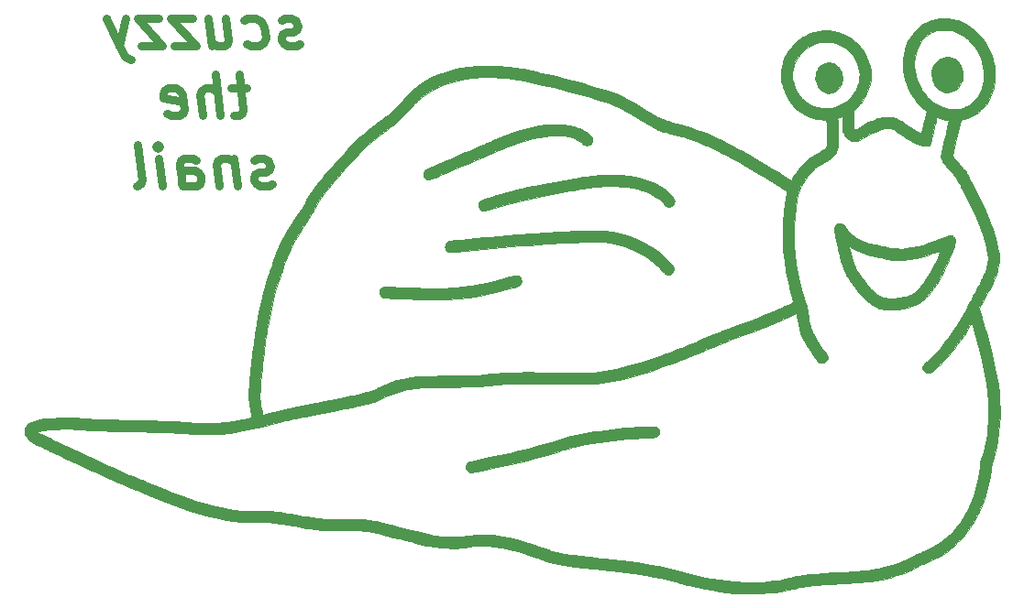
<source format=gbo>
G04 #@! TF.GenerationSoftware,KiCad,Pcbnew,(5.1.6)-1*
G04 #@! TF.CreationDate,2021-05-12T21:13:22-05:00*
G04 #@! TF.ProjectId,scuznet,7363757a-6e65-4742-9e6b-696361645f70,rev?*
G04 #@! TF.SameCoordinates,Original*
G04 #@! TF.FileFunction,Legend,Bot*
G04 #@! TF.FilePolarity,Positive*
%FSLAX46Y46*%
G04 Gerber Fmt 4.6, Leading zero omitted, Abs format (unit mm)*
G04 Created by KiCad (PCBNEW (5.1.6)-1) date 2021-05-12 21:13:22*
%MOMM*%
%LPD*%
G01*
G04 APERTURE LIST*
%ADD10C,0.762000*%
%ADD11C,0.010000*%
%ADD12C,4.500000*%
%ADD13C,1.900000*%
%ADD14C,4.900000*%
%ADD15O,2.100000X2.100000*%
%ADD16R,2.100000X2.100000*%
%ADD17O,3.900000X3.900000*%
%ADD18R,2.305000X2.400000*%
%ADD19O,2.305000X2.400000*%
%ADD20C,1.200000*%
%ADD21C,2.200000*%
%ADD22C,2.400000*%
%ADD23C,3.600000*%
%ADD24R,2.051000X2.051000*%
%ADD25C,2.051000*%
%ADD26C,3.000000*%
%ADD27C,3.650000*%
%ADD28O,2.000000X2.000000*%
%ADD29R,2.000000X2.000000*%
%ADD30C,2.000000*%
G04 APERTURE END LIST*
D10*
X91632314Y-84727142D02*
X91292135Y-84908571D01*
X90566421Y-84908571D01*
X90180885Y-84727142D01*
X89954100Y-84364285D01*
X89931421Y-84182857D01*
X90067492Y-83820000D01*
X90407671Y-83638571D01*
X90951957Y-83638571D01*
X91292135Y-83457142D01*
X91428207Y-83094285D01*
X91405528Y-82912857D01*
X91178742Y-82550000D01*
X90793207Y-82368571D01*
X90248921Y-82368571D01*
X89908742Y-82550000D01*
X86733742Y-84727142D02*
X87119278Y-84908571D01*
X87844992Y-84908571D01*
X88185171Y-84727142D01*
X88343921Y-84545714D01*
X88479992Y-84182857D01*
X88343921Y-83094285D01*
X88117135Y-82731428D01*
X87913028Y-82550000D01*
X87527492Y-82368571D01*
X86801778Y-82368571D01*
X86461600Y-82550000D01*
X83173207Y-82368571D02*
X83490707Y-84908571D01*
X84806064Y-82368571D02*
X85055528Y-84364285D01*
X84919457Y-84727142D01*
X84579278Y-84908571D01*
X84034992Y-84908571D01*
X83649457Y-84727142D01*
X83445350Y-84545714D01*
X81721778Y-82368571D02*
X79726064Y-82368571D01*
X82039278Y-84908571D01*
X80043564Y-84908571D01*
X78637492Y-82368571D02*
X76641778Y-82368571D01*
X78954992Y-84908571D01*
X76959278Y-84908571D01*
X75553207Y-82368571D02*
X74963564Y-84908571D01*
X73738921Y-82368571D02*
X74963564Y-84908571D01*
X75439814Y-85815714D01*
X75643921Y-85997142D01*
X76029457Y-86178571D01*
X86711064Y-88845571D02*
X85259635Y-88845571D01*
X86008028Y-87575571D02*
X86416242Y-90841285D01*
X86280171Y-91204142D01*
X85939992Y-91385571D01*
X85577135Y-91385571D01*
X84307135Y-91385571D02*
X83830885Y-87575571D01*
X82674278Y-91385571D02*
X82424814Y-89389857D01*
X82560885Y-89027000D01*
X82901064Y-88845571D01*
X83445350Y-88845571D01*
X83830885Y-89027000D01*
X84034992Y-89208428D01*
X79385885Y-91204142D02*
X79771421Y-91385571D01*
X80497135Y-91385571D01*
X80837314Y-91204142D01*
X80973385Y-90841285D01*
X80791957Y-89389857D01*
X80565171Y-89027000D01*
X80179635Y-88845571D01*
X79453921Y-88845571D01*
X79113742Y-89027000D01*
X78977671Y-89389857D01*
X79023028Y-89752714D01*
X80882671Y-90115571D01*
X89092314Y-97681142D02*
X88752135Y-97862571D01*
X88026421Y-97862571D01*
X87640885Y-97681142D01*
X87414100Y-97318285D01*
X87391421Y-97136857D01*
X87527492Y-96774000D01*
X87867671Y-96592571D01*
X88411957Y-96592571D01*
X88752135Y-96411142D01*
X88888207Y-96048285D01*
X88865528Y-95866857D01*
X88638742Y-95504000D01*
X88253207Y-95322571D01*
X87708921Y-95322571D01*
X87368742Y-95504000D01*
X85531778Y-95322571D02*
X85849278Y-97862571D01*
X85577135Y-95685428D02*
X85373028Y-95504000D01*
X84987492Y-95322571D01*
X84443207Y-95322571D01*
X84103028Y-95504000D01*
X83966957Y-95866857D01*
X84216421Y-97862571D01*
X80769278Y-97862571D02*
X80519814Y-95866857D01*
X80655885Y-95504000D01*
X80996064Y-95322571D01*
X81721778Y-95322571D01*
X82107314Y-95504000D01*
X80746600Y-97681142D02*
X81132135Y-97862571D01*
X82039278Y-97862571D01*
X82379457Y-97681142D01*
X82515528Y-97318285D01*
X82470171Y-96955428D01*
X82243385Y-96592571D01*
X81857850Y-96411142D01*
X80950707Y-96411142D01*
X80565171Y-96229714D01*
X78954992Y-97862571D02*
X78637492Y-95322571D01*
X78478742Y-94052571D02*
X78682850Y-94234000D01*
X78524100Y-94415428D01*
X78319992Y-94234000D01*
X78478742Y-94052571D01*
X78524100Y-94415428D01*
X76596421Y-97862571D02*
X76936600Y-97681142D01*
X77072671Y-97318285D01*
X76664457Y-94052571D01*
D11*
G36*
X140368139Y-86443539D02*
G01*
X140151545Y-86492819D01*
X139946368Y-86585060D01*
X139757900Y-86717714D01*
X139591427Y-86888234D01*
X139452239Y-87094070D01*
X139419719Y-87155982D01*
X139321541Y-87404720D01*
X139267027Y-87660309D01*
X139254430Y-87916908D01*
X139282003Y-88168679D01*
X139347999Y-88409781D01*
X139450672Y-88634376D01*
X139588273Y-88836622D01*
X139759057Y-89010681D01*
X139961275Y-89150713D01*
X140026630Y-89184646D01*
X140113253Y-89223743D01*
X140188390Y-89248733D01*
X140269547Y-89263318D01*
X140374229Y-89271202D01*
X140449300Y-89274059D01*
X140583362Y-89275861D01*
X140684313Y-89270087D01*
X140769526Y-89254792D01*
X140854447Y-89228716D01*
X141076835Y-89126476D01*
X141267436Y-88986975D01*
X141428980Y-88807682D01*
X141564195Y-88586066D01*
X141578496Y-88557100D01*
X141649296Y-88394821D01*
X141695672Y-88244838D01*
X141721733Y-88088225D01*
X141731586Y-87906056D01*
X141732000Y-87849986D01*
X141710879Y-87569945D01*
X141646729Y-87315591D01*
X141538373Y-87083815D01*
X141384633Y-86871507D01*
X141344377Y-86826862D01*
X141204770Y-86691919D01*
X141067899Y-86593177D01*
X140917130Y-86519877D01*
X140814428Y-86484053D01*
X140590863Y-86439767D01*
X140368139Y-86443539D01*
G37*
X140368139Y-86443539D02*
X140151545Y-86492819D01*
X139946368Y-86585060D01*
X139757900Y-86717714D01*
X139591427Y-86888234D01*
X139452239Y-87094070D01*
X139419719Y-87155982D01*
X139321541Y-87404720D01*
X139267027Y-87660309D01*
X139254430Y-87916908D01*
X139282003Y-88168679D01*
X139347999Y-88409781D01*
X139450672Y-88634376D01*
X139588273Y-88836622D01*
X139759057Y-89010681D01*
X139961275Y-89150713D01*
X140026630Y-89184646D01*
X140113253Y-89223743D01*
X140188390Y-89248733D01*
X140269547Y-89263318D01*
X140374229Y-89271202D01*
X140449300Y-89274059D01*
X140583362Y-89275861D01*
X140684313Y-89270087D01*
X140769526Y-89254792D01*
X140854447Y-89228716D01*
X141076835Y-89126476D01*
X141267436Y-88986975D01*
X141428980Y-88807682D01*
X141564195Y-88586066D01*
X141578496Y-88557100D01*
X141649296Y-88394821D01*
X141695672Y-88244838D01*
X141721733Y-88088225D01*
X141731586Y-87906056D01*
X141732000Y-87849986D01*
X141710879Y-87569945D01*
X141646729Y-87315591D01*
X141538373Y-87083815D01*
X141384633Y-86871507D01*
X141344377Y-86826862D01*
X141204770Y-86691919D01*
X141067899Y-86593177D01*
X140917130Y-86519877D01*
X140814428Y-86484053D01*
X140590863Y-86439767D01*
X140368139Y-86443539D01*
G36*
X151076683Y-85994100D02*
G01*
X150844747Y-86085026D01*
X150628741Y-86220945D01*
X150513103Y-86319986D01*
X150325591Y-86532669D01*
X150178910Y-86771176D01*
X150073939Y-87029954D01*
X150011559Y-87303447D01*
X149992650Y-87586103D01*
X150018092Y-87872366D01*
X150088766Y-88156681D01*
X150184732Y-88392000D01*
X150250316Y-88510773D01*
X150330329Y-88621628D01*
X150436508Y-88740138D01*
X150481490Y-88785775D01*
X150671705Y-88953877D01*
X150861716Y-89075668D01*
X151060146Y-89154867D01*
X151275618Y-89195191D01*
X151447500Y-89202227D01*
X151562595Y-89197049D01*
X151674499Y-89185274D01*
X151760276Y-89169368D01*
X151765000Y-89168082D01*
X151972501Y-89094931D01*
X152153204Y-88996473D01*
X152322717Y-88863256D01*
X152412991Y-88775703D01*
X152583981Y-88566504D01*
X152715218Y-88335470D01*
X152807477Y-88088301D01*
X152861533Y-87830697D01*
X152878160Y-87568359D01*
X152858134Y-87306986D01*
X152802229Y-87052279D01*
X152711221Y-86809938D01*
X152585884Y-86585662D01*
X152426993Y-86385153D01*
X152235324Y-86214110D01*
X152048830Y-86096995D01*
X151810622Y-85999613D01*
X151565365Y-85950559D01*
X151318804Y-85948999D01*
X151076683Y-85994100D01*
G37*
X151076683Y-85994100D02*
X150844747Y-86085026D01*
X150628741Y-86220945D01*
X150513103Y-86319986D01*
X150325591Y-86532669D01*
X150178910Y-86771176D01*
X150073939Y-87029954D01*
X150011559Y-87303447D01*
X149992650Y-87586103D01*
X150018092Y-87872366D01*
X150088766Y-88156681D01*
X150184732Y-88392000D01*
X150250316Y-88510773D01*
X150330329Y-88621628D01*
X150436508Y-88740138D01*
X150481490Y-88785775D01*
X150671705Y-88953877D01*
X150861716Y-89075668D01*
X151060146Y-89154867D01*
X151275618Y-89195191D01*
X151447500Y-89202227D01*
X151562595Y-89197049D01*
X151674499Y-89185274D01*
X151760276Y-89169368D01*
X151765000Y-89168082D01*
X151972501Y-89094931D01*
X152153204Y-88996473D01*
X152322717Y-88863256D01*
X152412991Y-88775703D01*
X152583981Y-88566504D01*
X152715218Y-88335470D01*
X152807477Y-88088301D01*
X152861533Y-87830697D01*
X152878160Y-87568359D01*
X152858134Y-87306986D01*
X152802229Y-87052279D01*
X152711221Y-86809938D01*
X152585884Y-86585662D01*
X152426993Y-86385153D01*
X152235324Y-86214110D01*
X152048830Y-86096995D01*
X151810622Y-85999613D01*
X151565365Y-85950559D01*
X151318804Y-85948999D01*
X151076683Y-85994100D01*
G36*
X114894093Y-92171802D02*
G01*
X114311098Y-92221948D01*
X113701488Y-92310731D01*
X113066193Y-92438040D01*
X112406144Y-92603765D01*
X111722268Y-92807797D01*
X111015496Y-93050025D01*
X110286758Y-93330339D01*
X110236000Y-93350956D01*
X110094222Y-93409257D01*
X109917299Y-93482874D01*
X109708362Y-93570463D01*
X109470541Y-93670677D01*
X109206966Y-93782170D01*
X108920767Y-93903597D01*
X108615073Y-94033610D01*
X108293015Y-94170864D01*
X107957723Y-94314014D01*
X107612326Y-94461713D01*
X107259955Y-94612615D01*
X106903740Y-94765375D01*
X106546809Y-94918645D01*
X106192295Y-95071081D01*
X105843325Y-95221337D01*
X105503031Y-95368065D01*
X105174542Y-95509921D01*
X104860989Y-95645559D01*
X104565500Y-95773632D01*
X104291207Y-95892794D01*
X104041239Y-96001700D01*
X103818726Y-96099003D01*
X103626797Y-96183358D01*
X103468584Y-96253418D01*
X103347216Y-96307838D01*
X103265822Y-96345271D01*
X103227533Y-96364372D01*
X103225600Y-96365649D01*
X103118902Y-96476614D01*
X103053147Y-96607208D01*
X103027533Y-96748116D01*
X103041257Y-96890020D01*
X103093518Y-97023603D01*
X103183512Y-97139549D01*
X103299446Y-97222899D01*
X103334870Y-97241999D01*
X103367199Y-97258605D01*
X103399264Y-97271733D01*
X103433898Y-97280397D01*
X103473931Y-97283611D01*
X103522194Y-97280390D01*
X103581520Y-97269747D01*
X103654739Y-97250696D01*
X103744683Y-97222253D01*
X103854183Y-97183431D01*
X103986071Y-97133244D01*
X104143178Y-97070707D01*
X104328336Y-96994834D01*
X104544375Y-96904640D01*
X104794128Y-96799137D01*
X105080425Y-96677342D01*
X105406099Y-96538267D01*
X105773980Y-96380928D01*
X106019600Y-96275870D01*
X106592928Y-96030695D01*
X107121718Y-95804607D01*
X107608141Y-95596713D01*
X108054365Y-95406119D01*
X108462560Y-95231934D01*
X108834895Y-95073263D01*
X109173539Y-94929216D01*
X109480661Y-94798898D01*
X109758431Y-94681417D01*
X110009018Y-94575880D01*
X110234591Y-94481395D01*
X110437319Y-94397068D01*
X110619372Y-94322008D01*
X110782918Y-94255320D01*
X110930127Y-94196113D01*
X111063169Y-94143493D01*
X111184212Y-94096568D01*
X111295426Y-94054445D01*
X111398980Y-94016231D01*
X111497042Y-93981034D01*
X111591784Y-93947960D01*
X111685372Y-93916118D01*
X111779978Y-93884613D01*
X111877770Y-93852554D01*
X111980917Y-93819047D01*
X112019313Y-93806610D01*
X112607734Y-93628576D01*
X113177149Y-93481344D01*
X113725760Y-93364887D01*
X114251769Y-93279178D01*
X114753376Y-93224187D01*
X115228783Y-93199888D01*
X115676191Y-93206253D01*
X116093803Y-93243255D01*
X116479820Y-93310865D01*
X116832442Y-93409056D01*
X117149872Y-93537800D01*
X117430311Y-93697070D01*
X117671960Y-93886838D01*
X117679326Y-93893688D01*
X117823000Y-94015053D01*
X117951288Y-94093112D01*
X118071284Y-94130113D01*
X118190079Y-94128307D01*
X118307666Y-94092952D01*
X118439367Y-94013547D01*
X118542033Y-93902905D01*
X118611239Y-93771001D01*
X118642557Y-93627807D01*
X118631563Y-93483298D01*
X118608970Y-93414034D01*
X118538023Y-93294110D01*
X118425135Y-93164350D01*
X118276974Y-93029680D01*
X118100210Y-92895023D01*
X117901509Y-92765303D01*
X117687541Y-92645446D01*
X117464973Y-92540374D01*
X117377320Y-92504483D01*
X116941340Y-92359792D01*
X116474098Y-92254288D01*
X115976523Y-92187862D01*
X115449545Y-92160404D01*
X114894093Y-92171802D01*
G37*
X114894093Y-92171802D02*
X114311098Y-92221948D01*
X113701488Y-92310731D01*
X113066193Y-92438040D01*
X112406144Y-92603765D01*
X111722268Y-92807797D01*
X111015496Y-93050025D01*
X110286758Y-93330339D01*
X110236000Y-93350956D01*
X110094222Y-93409257D01*
X109917299Y-93482874D01*
X109708362Y-93570463D01*
X109470541Y-93670677D01*
X109206966Y-93782170D01*
X108920767Y-93903597D01*
X108615073Y-94033610D01*
X108293015Y-94170864D01*
X107957723Y-94314014D01*
X107612326Y-94461713D01*
X107259955Y-94612615D01*
X106903740Y-94765375D01*
X106546809Y-94918645D01*
X106192295Y-95071081D01*
X105843325Y-95221337D01*
X105503031Y-95368065D01*
X105174542Y-95509921D01*
X104860989Y-95645559D01*
X104565500Y-95773632D01*
X104291207Y-95892794D01*
X104041239Y-96001700D01*
X103818726Y-96099003D01*
X103626797Y-96183358D01*
X103468584Y-96253418D01*
X103347216Y-96307838D01*
X103265822Y-96345271D01*
X103227533Y-96364372D01*
X103225600Y-96365649D01*
X103118902Y-96476614D01*
X103053147Y-96607208D01*
X103027533Y-96748116D01*
X103041257Y-96890020D01*
X103093518Y-97023603D01*
X103183512Y-97139549D01*
X103299446Y-97222899D01*
X103334870Y-97241999D01*
X103367199Y-97258605D01*
X103399264Y-97271733D01*
X103433898Y-97280397D01*
X103473931Y-97283611D01*
X103522194Y-97280390D01*
X103581520Y-97269747D01*
X103654739Y-97250696D01*
X103744683Y-97222253D01*
X103854183Y-97183431D01*
X103986071Y-97133244D01*
X104143178Y-97070707D01*
X104328336Y-96994834D01*
X104544375Y-96904640D01*
X104794128Y-96799137D01*
X105080425Y-96677342D01*
X105406099Y-96538267D01*
X105773980Y-96380928D01*
X106019600Y-96275870D01*
X106592928Y-96030695D01*
X107121718Y-95804607D01*
X107608141Y-95596713D01*
X108054365Y-95406119D01*
X108462560Y-95231934D01*
X108834895Y-95073263D01*
X109173539Y-94929216D01*
X109480661Y-94798898D01*
X109758431Y-94681417D01*
X110009018Y-94575880D01*
X110234591Y-94481395D01*
X110437319Y-94397068D01*
X110619372Y-94322008D01*
X110782918Y-94255320D01*
X110930127Y-94196113D01*
X111063169Y-94143493D01*
X111184212Y-94096568D01*
X111295426Y-94054445D01*
X111398980Y-94016231D01*
X111497042Y-93981034D01*
X111591784Y-93947960D01*
X111685372Y-93916118D01*
X111779978Y-93884613D01*
X111877770Y-93852554D01*
X111980917Y-93819047D01*
X112019313Y-93806610D01*
X112607734Y-93628576D01*
X113177149Y-93481344D01*
X113725760Y-93364887D01*
X114251769Y-93279178D01*
X114753376Y-93224187D01*
X115228783Y-93199888D01*
X115676191Y-93206253D01*
X116093803Y-93243255D01*
X116479820Y-93310865D01*
X116832442Y-93409056D01*
X117149872Y-93537800D01*
X117430311Y-93697070D01*
X117671960Y-93886838D01*
X117679326Y-93893688D01*
X117823000Y-94015053D01*
X117951288Y-94093112D01*
X118071284Y-94130113D01*
X118190079Y-94128307D01*
X118307666Y-94092952D01*
X118439367Y-94013547D01*
X118542033Y-93902905D01*
X118611239Y-93771001D01*
X118642557Y-93627807D01*
X118631563Y-93483298D01*
X118608970Y-93414034D01*
X118538023Y-93294110D01*
X118425135Y-93164350D01*
X118276974Y-93029680D01*
X118100210Y-92895023D01*
X117901509Y-92765303D01*
X117687541Y-92645446D01*
X117464973Y-92540374D01*
X117377320Y-92504483D01*
X116941340Y-92359792D01*
X116474098Y-92254288D01*
X115976523Y-92187862D01*
X115449545Y-92160404D01*
X114894093Y-92171802D01*
G36*
X120022525Y-96838775D02*
G01*
X119297949Y-96873914D01*
X118808500Y-96915370D01*
X118524848Y-96946431D01*
X118197189Y-96987810D01*
X117831060Y-97038584D01*
X117431993Y-97097831D01*
X117005526Y-97164628D01*
X116557191Y-97238053D01*
X116092525Y-97317183D01*
X115617063Y-97401096D01*
X115136338Y-97488870D01*
X114655886Y-97579582D01*
X114181241Y-97672311D01*
X113779300Y-97753502D01*
X113236470Y-97867760D01*
X112696527Y-97986873D01*
X112163973Y-98109648D01*
X111643309Y-98234892D01*
X111139036Y-98361414D01*
X110655657Y-98488021D01*
X110197672Y-98613520D01*
X109769582Y-98736719D01*
X109375890Y-98856425D01*
X109021095Y-98971446D01*
X108709700Y-99080590D01*
X108567927Y-99134042D01*
X108390658Y-99221016D01*
X108259870Y-99327044D01*
X108174385Y-99453595D01*
X108133024Y-99602141D01*
X108128500Y-99682300D01*
X108153042Y-99813772D01*
X108218895Y-99936979D01*
X108316575Y-100043035D01*
X108436597Y-100123053D01*
X108569477Y-100168148D01*
X108654035Y-100174674D01*
X108704235Y-100165794D01*
X108794591Y-100142376D01*
X108917336Y-100106736D01*
X109064703Y-100061192D01*
X109228926Y-100008058D01*
X109359700Y-99964207D01*
X109900758Y-99788378D01*
X110490134Y-99612669D01*
X111125347Y-99437649D01*
X111803918Y-99263888D01*
X112523367Y-99091954D01*
X113281214Y-98922417D01*
X114074979Y-98755847D01*
X114902181Y-98592812D01*
X115760340Y-98433881D01*
X116646977Y-98279624D01*
X116840000Y-98247305D01*
X117231564Y-98182849D01*
X117579899Y-98127113D01*
X117891677Y-98079291D01*
X118173570Y-98038579D01*
X118432250Y-98004175D01*
X118674388Y-97975273D01*
X118906655Y-97951069D01*
X119135723Y-97930761D01*
X119368264Y-97913543D01*
X119610948Y-97898612D01*
X119827930Y-97887228D01*
X120343721Y-97873472D01*
X120863537Y-97881773D01*
X121374650Y-97911390D01*
X121864332Y-97961582D01*
X122319854Y-98031607D01*
X122326400Y-98032812D01*
X122783810Y-98131911D01*
X123219236Y-98255562D01*
X123628957Y-98401875D01*
X124009251Y-98568962D01*
X124356395Y-98754935D01*
X124666667Y-98957905D01*
X124936345Y-99175983D01*
X125161706Y-99407282D01*
X125247276Y-99514650D01*
X125358898Y-99646989D01*
X125467214Y-99735189D01*
X125580770Y-99784509D01*
X125708110Y-99800207D01*
X125711287Y-99800215D01*
X125839075Y-99791420D01*
X125939921Y-99760073D01*
X126035401Y-99698679D01*
X126058897Y-99679499D01*
X126159342Y-99563738D01*
X126218494Y-99425588D01*
X126234615Y-99274537D01*
X126205965Y-99120075D01*
X126175015Y-99045937D01*
X126105387Y-98931559D01*
X126003321Y-98796616D01*
X125877284Y-98650666D01*
X125735742Y-98503269D01*
X125587160Y-98363985D01*
X125519862Y-98306170D01*
X125130670Y-98014245D01*
X124702694Y-97753940D01*
X124237098Y-97525495D01*
X123735048Y-97329152D01*
X123197712Y-97165153D01*
X122626253Y-97033740D01*
X122021840Y-96935154D01*
X121385636Y-96869637D01*
X120718810Y-96837430D01*
X120022525Y-96838775D01*
G37*
X120022525Y-96838775D02*
X119297949Y-96873914D01*
X118808500Y-96915370D01*
X118524848Y-96946431D01*
X118197189Y-96987810D01*
X117831060Y-97038584D01*
X117431993Y-97097831D01*
X117005526Y-97164628D01*
X116557191Y-97238053D01*
X116092525Y-97317183D01*
X115617063Y-97401096D01*
X115136338Y-97488870D01*
X114655886Y-97579582D01*
X114181241Y-97672311D01*
X113779300Y-97753502D01*
X113236470Y-97867760D01*
X112696527Y-97986873D01*
X112163973Y-98109648D01*
X111643309Y-98234892D01*
X111139036Y-98361414D01*
X110655657Y-98488021D01*
X110197672Y-98613520D01*
X109769582Y-98736719D01*
X109375890Y-98856425D01*
X109021095Y-98971446D01*
X108709700Y-99080590D01*
X108567927Y-99134042D01*
X108390658Y-99221016D01*
X108259870Y-99327044D01*
X108174385Y-99453595D01*
X108133024Y-99602141D01*
X108128500Y-99682300D01*
X108153042Y-99813772D01*
X108218895Y-99936979D01*
X108316575Y-100043035D01*
X108436597Y-100123053D01*
X108569477Y-100168148D01*
X108654035Y-100174674D01*
X108704235Y-100165794D01*
X108794591Y-100142376D01*
X108917336Y-100106736D01*
X109064703Y-100061192D01*
X109228926Y-100008058D01*
X109359700Y-99964207D01*
X109900758Y-99788378D01*
X110490134Y-99612669D01*
X111125347Y-99437649D01*
X111803918Y-99263888D01*
X112523367Y-99091954D01*
X113281214Y-98922417D01*
X114074979Y-98755847D01*
X114902181Y-98592812D01*
X115760340Y-98433881D01*
X116646977Y-98279624D01*
X116840000Y-98247305D01*
X117231564Y-98182849D01*
X117579899Y-98127113D01*
X117891677Y-98079291D01*
X118173570Y-98038579D01*
X118432250Y-98004175D01*
X118674388Y-97975273D01*
X118906655Y-97951069D01*
X119135723Y-97930761D01*
X119368264Y-97913543D01*
X119610948Y-97898612D01*
X119827930Y-97887228D01*
X120343721Y-97873472D01*
X120863537Y-97881773D01*
X121374650Y-97911390D01*
X121864332Y-97961582D01*
X122319854Y-98031607D01*
X122326400Y-98032812D01*
X122783810Y-98131911D01*
X123219236Y-98255562D01*
X123628957Y-98401875D01*
X124009251Y-98568962D01*
X124356395Y-98754935D01*
X124666667Y-98957905D01*
X124936345Y-99175983D01*
X125161706Y-99407282D01*
X125247276Y-99514650D01*
X125358898Y-99646989D01*
X125467214Y-99735189D01*
X125580770Y-99784509D01*
X125708110Y-99800207D01*
X125711287Y-99800215D01*
X125839075Y-99791420D01*
X125939921Y-99760073D01*
X126035401Y-99698679D01*
X126058897Y-99679499D01*
X126159342Y-99563738D01*
X126218494Y-99425588D01*
X126234615Y-99274537D01*
X126205965Y-99120075D01*
X126175015Y-99045937D01*
X126105387Y-98931559D01*
X126003321Y-98796616D01*
X125877284Y-98650666D01*
X125735742Y-98503269D01*
X125587160Y-98363985D01*
X125519862Y-98306170D01*
X125130670Y-98014245D01*
X124702694Y-97753940D01*
X124237098Y-97525495D01*
X123735048Y-97329152D01*
X123197712Y-97165153D01*
X122626253Y-97033740D01*
X122021840Y-96935154D01*
X121385636Y-96869637D01*
X120718810Y-96837430D01*
X120022525Y-96838775D01*
G36*
X118574055Y-102006042D02*
G01*
X118190553Y-102011293D01*
X117771668Y-102020778D01*
X117320437Y-102034385D01*
X116839900Y-102052005D01*
X116333093Y-102073527D01*
X115803056Y-102098840D01*
X115252826Y-102127833D01*
X114685442Y-102160397D01*
X114103941Y-102196421D01*
X113511363Y-102235794D01*
X112966500Y-102274335D01*
X112611963Y-102300630D01*
X112237522Y-102329312D01*
X111846342Y-102360088D01*
X111441588Y-102392670D01*
X111026425Y-102426765D01*
X110604019Y-102462085D01*
X110177535Y-102498339D01*
X109750138Y-102535235D01*
X109324994Y-102572485D01*
X108905266Y-102609796D01*
X108494122Y-102646880D01*
X108094725Y-102683445D01*
X107710241Y-102719202D01*
X107343836Y-102753859D01*
X106998674Y-102787126D01*
X106677921Y-102818714D01*
X106384742Y-102848330D01*
X106122302Y-102875686D01*
X105893766Y-102900491D01*
X105702300Y-102922453D01*
X105551069Y-102941284D01*
X105443238Y-102956692D01*
X105381972Y-102968387D01*
X105373458Y-102971007D01*
X105318770Y-103001643D01*
X105248194Y-103053598D01*
X105208274Y-103087590D01*
X105111702Y-103205148D01*
X105057830Y-103337668D01*
X105044297Y-103476662D01*
X105068740Y-103613640D01*
X105128795Y-103740115D01*
X105222101Y-103847597D01*
X105346294Y-103927599D01*
X105451941Y-103963066D01*
X105512318Y-103967531D01*
X105619071Y-103964893D01*
X105768310Y-103955384D01*
X105956144Y-103939239D01*
X106117154Y-103923212D01*
X106905167Y-103842829D01*
X107723460Y-103762915D01*
X108563981Y-103684139D01*
X109418675Y-103607170D01*
X110279491Y-103532676D01*
X111138374Y-103461327D01*
X111987272Y-103393791D01*
X112818131Y-103330738D01*
X113622897Y-103272836D01*
X114393518Y-103220754D01*
X115121941Y-103175161D01*
X115125500Y-103174948D01*
X115550580Y-103150829D01*
X115978718Y-103128980D01*
X116405530Y-103109503D01*
X116826630Y-103092498D01*
X117237634Y-103078066D01*
X117634158Y-103066308D01*
X118011816Y-103057325D01*
X118366224Y-103051217D01*
X118692996Y-103048086D01*
X118987749Y-103048032D01*
X119246098Y-103051156D01*
X119463657Y-103057559D01*
X119636042Y-103067342D01*
X119672303Y-103070395D01*
X120330734Y-103154371D01*
X120971767Y-103283719D01*
X121593393Y-103457468D01*
X122193602Y-103674647D01*
X122770385Y-103934285D01*
X123321732Y-104235412D01*
X123845635Y-104577056D01*
X124340083Y-104958247D01*
X124803067Y-105378014D01*
X125110957Y-105698242D01*
X125204940Y-105799227D01*
X125292118Y-105888324D01*
X125364526Y-105957715D01*
X125414197Y-105999583D01*
X125424932Y-106006389D01*
X125529781Y-106041420D01*
X125653050Y-106056520D01*
X125765111Y-106048243D01*
X125771702Y-106046716D01*
X125913505Y-105988182D01*
X126028549Y-105894058D01*
X126112390Y-105773450D01*
X126160586Y-105635463D01*
X126168696Y-105489201D01*
X126132275Y-105343769D01*
X126123849Y-105325001D01*
X126072751Y-105241434D01*
X125987998Y-105131166D01*
X125875115Y-104999829D01*
X125739629Y-104853056D01*
X125587066Y-104696480D01*
X125422950Y-104535733D01*
X125252808Y-104376448D01*
X125082166Y-104224259D01*
X124916550Y-104084797D01*
X124872055Y-104048975D01*
X124322872Y-103643977D01*
X123746627Y-103281399D01*
X123145411Y-102962053D01*
X122521312Y-102686756D01*
X121876418Y-102456322D01*
X121212819Y-102271565D01*
X120532602Y-102133300D01*
X119837858Y-102042341D01*
X119693467Y-102029582D01*
X119481880Y-102016794D01*
X119222756Y-102008682D01*
X118919135Y-102005135D01*
X118574055Y-102006042D01*
G37*
X118574055Y-102006042D02*
X118190553Y-102011293D01*
X117771668Y-102020778D01*
X117320437Y-102034385D01*
X116839900Y-102052005D01*
X116333093Y-102073527D01*
X115803056Y-102098840D01*
X115252826Y-102127833D01*
X114685442Y-102160397D01*
X114103941Y-102196421D01*
X113511363Y-102235794D01*
X112966500Y-102274335D01*
X112611963Y-102300630D01*
X112237522Y-102329312D01*
X111846342Y-102360088D01*
X111441588Y-102392670D01*
X111026425Y-102426765D01*
X110604019Y-102462085D01*
X110177535Y-102498339D01*
X109750138Y-102535235D01*
X109324994Y-102572485D01*
X108905266Y-102609796D01*
X108494122Y-102646880D01*
X108094725Y-102683445D01*
X107710241Y-102719202D01*
X107343836Y-102753859D01*
X106998674Y-102787126D01*
X106677921Y-102818714D01*
X106384742Y-102848330D01*
X106122302Y-102875686D01*
X105893766Y-102900491D01*
X105702300Y-102922453D01*
X105551069Y-102941284D01*
X105443238Y-102956692D01*
X105381972Y-102968387D01*
X105373458Y-102971007D01*
X105318770Y-103001643D01*
X105248194Y-103053598D01*
X105208274Y-103087590D01*
X105111702Y-103205148D01*
X105057830Y-103337668D01*
X105044297Y-103476662D01*
X105068740Y-103613640D01*
X105128795Y-103740115D01*
X105222101Y-103847597D01*
X105346294Y-103927599D01*
X105451941Y-103963066D01*
X105512318Y-103967531D01*
X105619071Y-103964893D01*
X105768310Y-103955384D01*
X105956144Y-103939239D01*
X106117154Y-103923212D01*
X106905167Y-103842829D01*
X107723460Y-103762915D01*
X108563981Y-103684139D01*
X109418675Y-103607170D01*
X110279491Y-103532676D01*
X111138374Y-103461327D01*
X111987272Y-103393791D01*
X112818131Y-103330738D01*
X113622897Y-103272836D01*
X114393518Y-103220754D01*
X115121941Y-103175161D01*
X115125500Y-103174948D01*
X115550580Y-103150829D01*
X115978718Y-103128980D01*
X116405530Y-103109503D01*
X116826630Y-103092498D01*
X117237634Y-103078066D01*
X117634158Y-103066308D01*
X118011816Y-103057325D01*
X118366224Y-103051217D01*
X118692996Y-103048086D01*
X118987749Y-103048032D01*
X119246098Y-103051156D01*
X119463657Y-103057559D01*
X119636042Y-103067342D01*
X119672303Y-103070395D01*
X120330734Y-103154371D01*
X120971767Y-103283719D01*
X121593393Y-103457468D01*
X122193602Y-103674647D01*
X122770385Y-103934285D01*
X123321732Y-104235412D01*
X123845635Y-104577056D01*
X124340083Y-104958247D01*
X124803067Y-105378014D01*
X125110957Y-105698242D01*
X125204940Y-105799227D01*
X125292118Y-105888324D01*
X125364526Y-105957715D01*
X125414197Y-105999583D01*
X125424932Y-106006389D01*
X125529781Y-106041420D01*
X125653050Y-106056520D01*
X125765111Y-106048243D01*
X125771702Y-106046716D01*
X125913505Y-105988182D01*
X126028549Y-105894058D01*
X126112390Y-105773450D01*
X126160586Y-105635463D01*
X126168696Y-105489201D01*
X126132275Y-105343769D01*
X126123849Y-105325001D01*
X126072751Y-105241434D01*
X125987998Y-105131166D01*
X125875115Y-104999829D01*
X125739629Y-104853056D01*
X125587066Y-104696480D01*
X125422950Y-104535733D01*
X125252808Y-104376448D01*
X125082166Y-104224259D01*
X124916550Y-104084797D01*
X124872055Y-104048975D01*
X124322872Y-103643977D01*
X123746627Y-103281399D01*
X123145411Y-102962053D01*
X122521312Y-102686756D01*
X121876418Y-102456322D01*
X121212819Y-102271565D01*
X120532602Y-102133300D01*
X119837858Y-102042341D01*
X119693467Y-102029582D01*
X119481880Y-102016794D01*
X119222756Y-102008682D01*
X118919135Y-102005135D01*
X118574055Y-102006042D01*
G36*
X111523161Y-106138092D02*
G01*
X111454616Y-106152937D01*
X111360423Y-106177554D01*
X111232884Y-106213324D01*
X111064303Y-106261627D01*
X111061500Y-106262432D01*
X110167822Y-106504338D01*
X109268461Y-106719067D01*
X108372603Y-106904799D01*
X107489430Y-107059712D01*
X106628127Y-107181987D01*
X106146600Y-107236782D01*
X105896652Y-107261559D01*
X105657785Y-107282999D01*
X105425718Y-107301120D01*
X105196175Y-107315939D01*
X104964874Y-107327473D01*
X104727537Y-107335739D01*
X104479884Y-107340755D01*
X104217638Y-107342537D01*
X103936517Y-107341104D01*
X103632244Y-107336473D01*
X103300539Y-107328660D01*
X102937123Y-107317684D01*
X102537716Y-107303561D01*
X102098039Y-107286308D01*
X101613815Y-107265944D01*
X101386111Y-107256027D01*
X100972288Y-107238160D01*
X100607979Y-107223101D01*
X100291979Y-107210814D01*
X100023082Y-107201262D01*
X99800083Y-107194410D01*
X99621775Y-107190221D01*
X99486953Y-107188660D01*
X99394411Y-107189689D01*
X99342943Y-107193273D01*
X99336430Y-107194544D01*
X99258878Y-107226386D01*
X99173569Y-107278777D01*
X99139567Y-107305311D01*
X99038379Y-107422069D01*
X98979302Y-107556260D01*
X98961233Y-107698605D01*
X98983072Y-107839822D01*
X99043720Y-107970633D01*
X99142077Y-108081758D01*
X99239275Y-108146264D01*
X99257984Y-108156068D01*
X99275707Y-108164849D01*
X99295325Y-108172786D01*
X99319720Y-108180058D01*
X99351775Y-108186846D01*
X99394371Y-108193330D01*
X99450390Y-108199689D01*
X99522713Y-108206102D01*
X99614222Y-108212751D01*
X99727800Y-108219813D01*
X99866328Y-108227471D01*
X100032687Y-108235902D01*
X100229760Y-108245287D01*
X100460429Y-108255806D01*
X100727575Y-108267637D01*
X101034080Y-108280963D01*
X101382825Y-108295961D01*
X101776694Y-108312811D01*
X102196900Y-108330768D01*
X102487153Y-108342086D01*
X102792342Y-108351997D01*
X103106017Y-108360428D01*
X103421725Y-108367305D01*
X103733015Y-108372555D01*
X104033435Y-108376105D01*
X104316534Y-108377883D01*
X104575859Y-108377814D01*
X104804959Y-108375825D01*
X104997382Y-108371844D01*
X105146677Y-108365798D01*
X105168700Y-108364470D01*
X106179384Y-108278889D01*
X107210086Y-108151469D01*
X108253882Y-107983437D01*
X109303853Y-107776021D01*
X110353074Y-107530451D01*
X111290100Y-107278092D01*
X111486899Y-107219896D01*
X111641040Y-107169365D01*
X111759469Y-107123194D01*
X111849129Y-107078073D01*
X111916964Y-107030695D01*
X111969917Y-106977752D01*
X111998275Y-106940748D01*
X112064814Y-106805792D01*
X112087019Y-106662652D01*
X112068353Y-106520359D01*
X112012276Y-106387945D01*
X111922249Y-106274441D01*
X111801733Y-106188878D01*
X111694779Y-106148816D01*
X111651865Y-106138381D01*
X111614088Y-106132195D01*
X111573752Y-106131638D01*
X111523161Y-106138092D01*
G37*
X111523161Y-106138092D02*
X111454616Y-106152937D01*
X111360423Y-106177554D01*
X111232884Y-106213324D01*
X111064303Y-106261627D01*
X111061500Y-106262432D01*
X110167822Y-106504338D01*
X109268461Y-106719067D01*
X108372603Y-106904799D01*
X107489430Y-107059712D01*
X106628127Y-107181987D01*
X106146600Y-107236782D01*
X105896652Y-107261559D01*
X105657785Y-107282999D01*
X105425718Y-107301120D01*
X105196175Y-107315939D01*
X104964874Y-107327473D01*
X104727537Y-107335739D01*
X104479884Y-107340755D01*
X104217638Y-107342537D01*
X103936517Y-107341104D01*
X103632244Y-107336473D01*
X103300539Y-107328660D01*
X102937123Y-107317684D01*
X102537716Y-107303561D01*
X102098039Y-107286308D01*
X101613815Y-107265944D01*
X101386111Y-107256027D01*
X100972288Y-107238160D01*
X100607979Y-107223101D01*
X100291979Y-107210814D01*
X100023082Y-107201262D01*
X99800083Y-107194410D01*
X99621775Y-107190221D01*
X99486953Y-107188660D01*
X99394411Y-107189689D01*
X99342943Y-107193273D01*
X99336430Y-107194544D01*
X99258878Y-107226386D01*
X99173569Y-107278777D01*
X99139567Y-107305311D01*
X99038379Y-107422069D01*
X98979302Y-107556260D01*
X98961233Y-107698605D01*
X98983072Y-107839822D01*
X99043720Y-107970633D01*
X99142077Y-108081758D01*
X99239275Y-108146264D01*
X99257984Y-108156068D01*
X99275707Y-108164849D01*
X99295325Y-108172786D01*
X99319720Y-108180058D01*
X99351775Y-108186846D01*
X99394371Y-108193330D01*
X99450390Y-108199689D01*
X99522713Y-108206102D01*
X99614222Y-108212751D01*
X99727800Y-108219813D01*
X99866328Y-108227471D01*
X100032687Y-108235902D01*
X100229760Y-108245287D01*
X100460429Y-108255806D01*
X100727575Y-108267637D01*
X101034080Y-108280963D01*
X101382825Y-108295961D01*
X101776694Y-108312811D01*
X102196900Y-108330768D01*
X102487153Y-108342086D01*
X102792342Y-108351997D01*
X103106017Y-108360428D01*
X103421725Y-108367305D01*
X103733015Y-108372555D01*
X104033435Y-108376105D01*
X104316534Y-108377883D01*
X104575859Y-108377814D01*
X104804959Y-108375825D01*
X104997382Y-108371844D01*
X105146677Y-108365798D01*
X105168700Y-108364470D01*
X106179384Y-108278889D01*
X107210086Y-108151469D01*
X108253882Y-107983437D01*
X109303853Y-107776021D01*
X110353074Y-107530451D01*
X111290100Y-107278092D01*
X111486899Y-107219896D01*
X111641040Y-107169365D01*
X111759469Y-107123194D01*
X111849129Y-107078073D01*
X111916964Y-107030695D01*
X111969917Y-106977752D01*
X111998275Y-106940748D01*
X112064814Y-106805792D01*
X112087019Y-106662652D01*
X112068353Y-106520359D01*
X112012276Y-106387945D01*
X111922249Y-106274441D01*
X111801733Y-106188878D01*
X111694779Y-106148816D01*
X111651865Y-106138381D01*
X111614088Y-106132195D01*
X111573752Y-106131638D01*
X111523161Y-106138092D01*
G36*
X141399373Y-101326573D02*
G01*
X141264800Y-101363518D01*
X141145987Y-101441074D01*
X141051583Y-101549548D01*
X140990232Y-101679253D01*
X140970418Y-101807297D01*
X140976194Y-101883242D01*
X140992071Y-101991226D01*
X141015297Y-102114143D01*
X141031698Y-102188297D01*
X141052939Y-102283200D01*
X141081763Y-102418565D01*
X141116234Y-102584953D01*
X141154421Y-102772925D01*
X141194387Y-102973045D01*
X141234199Y-103175871D01*
X141236459Y-103187500D01*
X141300558Y-103513079D01*
X141358257Y-103795925D01*
X141411254Y-104043454D01*
X141461245Y-104263083D01*
X141509929Y-104462228D01*
X141559002Y-104648307D01*
X141610162Y-104828736D01*
X141618562Y-104857263D01*
X141721759Y-105175178D01*
X141841933Y-105492636D01*
X141973383Y-105796241D01*
X142110404Y-106072597D01*
X142212563Y-106252553D01*
X142263138Y-106330821D01*
X142339357Y-106442251D01*
X142435987Y-106579663D01*
X142547797Y-106735880D01*
X142669552Y-106903723D01*
X142796020Y-107076014D01*
X142921970Y-107245575D01*
X143042168Y-107405226D01*
X143151382Y-107547791D01*
X143227713Y-107645200D01*
X143340642Y-107780263D01*
X143476843Y-107931957D01*
X143627857Y-108091814D01*
X143785227Y-108251361D01*
X143940495Y-108402130D01*
X144085204Y-108535649D01*
X144210896Y-108643449D01*
X144272000Y-108691034D01*
X144488979Y-108839791D01*
X144713868Y-108973385D01*
X144936766Y-109086926D01*
X145147768Y-109175525D01*
X145336972Y-109234291D01*
X145398766Y-109247368D01*
X145477978Y-109256801D01*
X145598148Y-109265094D01*
X145749442Y-109272085D01*
X145922027Y-109277611D01*
X146106070Y-109281512D01*
X146291738Y-109283625D01*
X146469197Y-109283788D01*
X146628615Y-109281840D01*
X146760158Y-109277617D01*
X146850931Y-109271290D01*
X147326872Y-109201965D01*
X147787013Y-109097672D01*
X148220948Y-108961004D01*
X148436297Y-108876521D01*
X148650940Y-108781187D01*
X148829950Y-108689161D01*
X148986944Y-108591295D01*
X149135539Y-108478441D01*
X149289351Y-108341453D01*
X149413910Y-108219795D01*
X149675996Y-107943754D01*
X149924882Y-107653697D01*
X150162524Y-107346105D01*
X150390880Y-107017464D01*
X150611909Y-106664256D01*
X150827566Y-106282966D01*
X151039811Y-105870077D01*
X151250600Y-105422074D01*
X151461890Y-104935439D01*
X151675641Y-104406657D01*
X151881946Y-103863443D01*
X150772894Y-103863443D01*
X150709364Y-104032226D01*
X150449253Y-104681318D01*
X150175817Y-105281738D01*
X149888817Y-105833900D01*
X149588012Y-106338220D01*
X149273162Y-106795112D01*
X148944025Y-107204990D01*
X148737850Y-107430326D01*
X148628134Y-107542011D01*
X148539646Y-107625077D01*
X148460103Y-107689085D01*
X148377223Y-107743597D01*
X148278725Y-107798174D01*
X148238868Y-107818764D01*
X148027889Y-107920244D01*
X147829509Y-108000648D01*
X147623799Y-108067068D01*
X147390830Y-108126600D01*
X147344389Y-108137148D01*
X147164179Y-108175298D01*
X147001908Y-108204050D01*
X146845703Y-108224420D01*
X146683689Y-108237426D01*
X146503993Y-108244084D01*
X146294742Y-108245411D01*
X146103657Y-108243404D01*
X145560413Y-108235064D01*
X145303557Y-108106150D01*
X145141152Y-108019282D01*
X144987501Y-107924811D01*
X144838771Y-107818897D01*
X144691129Y-107697699D01*
X144540743Y-107557378D01*
X144383779Y-107394094D01*
X144216404Y-107204005D01*
X144034787Y-106983273D01*
X143835095Y-106728057D01*
X143613494Y-106434516D01*
X143550598Y-106349800D01*
X143361091Y-106087866D01*
X143201894Y-105853555D01*
X143068044Y-105637932D01*
X142954578Y-105432065D01*
X142856530Y-105227019D01*
X142768938Y-105013860D01*
X142696777Y-104813100D01*
X142658274Y-104693643D01*
X142615643Y-104550916D01*
X142570740Y-104392296D01*
X142525421Y-104225160D01*
X142481543Y-104056886D01*
X142440962Y-103894851D01*
X142405535Y-103746432D01*
X142377119Y-103619008D01*
X142357570Y-103519954D01*
X142348745Y-103456650D01*
X142350447Y-103436886D01*
X142372394Y-103447353D01*
X142426566Y-103479441D01*
X142502666Y-103526981D01*
X142530049Y-103544502D01*
X142853972Y-103733172D01*
X143215878Y-103909120D01*
X143603656Y-104068044D01*
X144005190Y-104205643D01*
X144408369Y-104317616D01*
X144801078Y-104399661D01*
X145034000Y-104433615D01*
X145116456Y-104446701D01*
X145231456Y-104469275D01*
X145362414Y-104497919D01*
X145467572Y-104522922D01*
X145933512Y-104619929D01*
X146406472Y-104681374D01*
X146889447Y-104706912D01*
X147385432Y-104696195D01*
X147897423Y-104648875D01*
X148428415Y-104564607D01*
X148981402Y-104443042D01*
X149559381Y-104283835D01*
X150165345Y-104086636D01*
X150602197Y-103927916D01*
X150772894Y-103863443D01*
X151881946Y-103863443D01*
X151893808Y-103832211D01*
X151965473Y-103636520D01*
X152045834Y-103409681D01*
X152106147Y-103223391D01*
X152146696Y-103071641D01*
X152167766Y-102948426D01*
X152169639Y-102847739D01*
X152152600Y-102763573D01*
X152116931Y-102689922D01*
X152062917Y-102620779D01*
X152015679Y-102573107D01*
X151948048Y-102514319D01*
X151881824Y-102471353D01*
X151811225Y-102444817D01*
X151730472Y-102435324D01*
X151633785Y-102443482D01*
X151515382Y-102469902D01*
X151369484Y-102515194D01*
X151190311Y-102579969D01*
X150972082Y-102664837D01*
X150909071Y-102689934D01*
X150477734Y-102859525D01*
X150085698Y-103007536D01*
X149727168Y-103135776D01*
X149396351Y-103246052D01*
X149087452Y-103340175D01*
X148794677Y-103419953D01*
X148512231Y-103487195D01*
X148234321Y-103543711D01*
X148094571Y-103568628D01*
X147605543Y-103636599D01*
X147143534Y-103668181D01*
X146699842Y-103663109D01*
X146265767Y-103621113D01*
X145832606Y-103541926D01*
X145630900Y-103492844D01*
X145494330Y-103460509D01*
X145342701Y-103429821D01*
X145205487Y-103406670D01*
X145186400Y-103404000D01*
X144695460Y-103316511D01*
X144225742Y-103189736D01*
X143780270Y-103025325D01*
X143362068Y-102824925D01*
X142974160Y-102590186D01*
X142619570Y-102322754D01*
X142301321Y-102024279D01*
X142022439Y-101696408D01*
X142001039Y-101667767D01*
X141892461Y-101529054D01*
X141797835Y-101430266D01*
X141707890Y-101366148D01*
X141613358Y-101331443D01*
X141504969Y-101320895D01*
X141399373Y-101326573D01*
G37*
X141399373Y-101326573D02*
X141264800Y-101363518D01*
X141145987Y-101441074D01*
X141051583Y-101549548D01*
X140990232Y-101679253D01*
X140970418Y-101807297D01*
X140976194Y-101883242D01*
X140992071Y-101991226D01*
X141015297Y-102114143D01*
X141031698Y-102188297D01*
X141052939Y-102283200D01*
X141081763Y-102418565D01*
X141116234Y-102584953D01*
X141154421Y-102772925D01*
X141194387Y-102973045D01*
X141234199Y-103175871D01*
X141236459Y-103187500D01*
X141300558Y-103513079D01*
X141358257Y-103795925D01*
X141411254Y-104043454D01*
X141461245Y-104263083D01*
X141509929Y-104462228D01*
X141559002Y-104648307D01*
X141610162Y-104828736D01*
X141618562Y-104857263D01*
X141721759Y-105175178D01*
X141841933Y-105492636D01*
X141973383Y-105796241D01*
X142110404Y-106072597D01*
X142212563Y-106252553D01*
X142263138Y-106330821D01*
X142339357Y-106442251D01*
X142435987Y-106579663D01*
X142547797Y-106735880D01*
X142669552Y-106903723D01*
X142796020Y-107076014D01*
X142921970Y-107245575D01*
X143042168Y-107405226D01*
X143151382Y-107547791D01*
X143227713Y-107645200D01*
X143340642Y-107780263D01*
X143476843Y-107931957D01*
X143627857Y-108091814D01*
X143785227Y-108251361D01*
X143940495Y-108402130D01*
X144085204Y-108535649D01*
X144210896Y-108643449D01*
X144272000Y-108691034D01*
X144488979Y-108839791D01*
X144713868Y-108973385D01*
X144936766Y-109086926D01*
X145147768Y-109175525D01*
X145336972Y-109234291D01*
X145398766Y-109247368D01*
X145477978Y-109256801D01*
X145598148Y-109265094D01*
X145749442Y-109272085D01*
X145922027Y-109277611D01*
X146106070Y-109281512D01*
X146291738Y-109283625D01*
X146469197Y-109283788D01*
X146628615Y-109281840D01*
X146760158Y-109277617D01*
X146850931Y-109271290D01*
X147326872Y-109201965D01*
X147787013Y-109097672D01*
X148220948Y-108961004D01*
X148436297Y-108876521D01*
X148650940Y-108781187D01*
X148829950Y-108689161D01*
X148986944Y-108591295D01*
X149135539Y-108478441D01*
X149289351Y-108341453D01*
X149413910Y-108219795D01*
X149675996Y-107943754D01*
X149924882Y-107653697D01*
X150162524Y-107346105D01*
X150390880Y-107017464D01*
X150611909Y-106664256D01*
X150827566Y-106282966D01*
X151039811Y-105870077D01*
X151250600Y-105422074D01*
X151461890Y-104935439D01*
X151675641Y-104406657D01*
X151881946Y-103863443D01*
X150772894Y-103863443D01*
X150709364Y-104032226D01*
X150449253Y-104681318D01*
X150175817Y-105281738D01*
X149888817Y-105833900D01*
X149588012Y-106338220D01*
X149273162Y-106795112D01*
X148944025Y-107204990D01*
X148737850Y-107430326D01*
X148628134Y-107542011D01*
X148539646Y-107625077D01*
X148460103Y-107689085D01*
X148377223Y-107743597D01*
X148278725Y-107798174D01*
X148238868Y-107818764D01*
X148027889Y-107920244D01*
X147829509Y-108000648D01*
X147623799Y-108067068D01*
X147390830Y-108126600D01*
X147344389Y-108137148D01*
X147164179Y-108175298D01*
X147001908Y-108204050D01*
X146845703Y-108224420D01*
X146683689Y-108237426D01*
X146503993Y-108244084D01*
X146294742Y-108245411D01*
X146103657Y-108243404D01*
X145560413Y-108235064D01*
X145303557Y-108106150D01*
X145141152Y-108019282D01*
X144987501Y-107924811D01*
X144838771Y-107818897D01*
X144691129Y-107697699D01*
X144540743Y-107557378D01*
X144383779Y-107394094D01*
X144216404Y-107204005D01*
X144034787Y-106983273D01*
X143835095Y-106728057D01*
X143613494Y-106434516D01*
X143550598Y-106349800D01*
X143361091Y-106087866D01*
X143201894Y-105853555D01*
X143068044Y-105637932D01*
X142954578Y-105432065D01*
X142856530Y-105227019D01*
X142768938Y-105013860D01*
X142696777Y-104813100D01*
X142658274Y-104693643D01*
X142615643Y-104550916D01*
X142570740Y-104392296D01*
X142525421Y-104225160D01*
X142481543Y-104056886D01*
X142440962Y-103894851D01*
X142405535Y-103746432D01*
X142377119Y-103619008D01*
X142357570Y-103519954D01*
X142348745Y-103456650D01*
X142350447Y-103436886D01*
X142372394Y-103447353D01*
X142426566Y-103479441D01*
X142502666Y-103526981D01*
X142530049Y-103544502D01*
X142853972Y-103733172D01*
X143215878Y-103909120D01*
X143603656Y-104068044D01*
X144005190Y-104205643D01*
X144408369Y-104317616D01*
X144801078Y-104399661D01*
X145034000Y-104433615D01*
X145116456Y-104446701D01*
X145231456Y-104469275D01*
X145362414Y-104497919D01*
X145467572Y-104522922D01*
X145933512Y-104619929D01*
X146406472Y-104681374D01*
X146889447Y-104706912D01*
X147385432Y-104696195D01*
X147897423Y-104648875D01*
X148428415Y-104564607D01*
X148981402Y-104443042D01*
X149559381Y-104283835D01*
X150165345Y-104086636D01*
X150602197Y-103927916D01*
X150772894Y-103863443D01*
X151881946Y-103863443D01*
X151893808Y-103832211D01*
X151965473Y-103636520D01*
X152045834Y-103409681D01*
X152106147Y-103223391D01*
X152146696Y-103071641D01*
X152167766Y-102948426D01*
X152169639Y-102847739D01*
X152152600Y-102763573D01*
X152116931Y-102689922D01*
X152062917Y-102620779D01*
X152015679Y-102573107D01*
X151948048Y-102514319D01*
X151881824Y-102471353D01*
X151811225Y-102444817D01*
X151730472Y-102435324D01*
X151633785Y-102443482D01*
X151515382Y-102469902D01*
X151369484Y-102515194D01*
X151190311Y-102579969D01*
X150972082Y-102664837D01*
X150909071Y-102689934D01*
X150477734Y-102859525D01*
X150085698Y-103007536D01*
X149727168Y-103135776D01*
X149396351Y-103246052D01*
X149087452Y-103340175D01*
X148794677Y-103419953D01*
X148512231Y-103487195D01*
X148234321Y-103543711D01*
X148094571Y-103568628D01*
X147605543Y-103636599D01*
X147143534Y-103668181D01*
X146699842Y-103663109D01*
X146265767Y-103621113D01*
X145832606Y-103541926D01*
X145630900Y-103492844D01*
X145494330Y-103460509D01*
X145342701Y-103429821D01*
X145205487Y-103406670D01*
X145186400Y-103404000D01*
X144695460Y-103316511D01*
X144225742Y-103189736D01*
X143780270Y-103025325D01*
X143362068Y-102824925D01*
X142974160Y-102590186D01*
X142619570Y-102322754D01*
X142301321Y-102024279D01*
X142022439Y-101696408D01*
X142001039Y-101667767D01*
X141892461Y-101529054D01*
X141797835Y-101430266D01*
X141707890Y-101366148D01*
X141613358Y-101331443D01*
X141504969Y-101320895D01*
X141399373Y-101326573D01*
G36*
X124175142Y-120094194D02*
G01*
X124030287Y-120098086D01*
X123924228Y-120101350D01*
X123391684Y-120122905D01*
X122823910Y-120155032D01*
X122230977Y-120196748D01*
X121622953Y-120247070D01*
X121009910Y-120305014D01*
X120401915Y-120369598D01*
X119809039Y-120439837D01*
X119241352Y-120514749D01*
X118708922Y-120593350D01*
X118440200Y-120636884D01*
X117962235Y-120720403D01*
X117523647Y-120804593D01*
X117113055Y-120892192D01*
X116719079Y-120985942D01*
X116330339Y-121088582D01*
X115935453Y-121202852D01*
X115523042Y-121331491D01*
X115430300Y-121361513D01*
X114822666Y-121552405D01*
X114164426Y-121745840D01*
X113455710Y-121941785D01*
X112696646Y-122140210D01*
X111887364Y-122341081D01*
X111027994Y-122544367D01*
X110118663Y-122750036D01*
X109159501Y-122958056D01*
X108150638Y-123168395D01*
X108043137Y-123190347D01*
X107852121Y-123230256D01*
X107673229Y-123269479D01*
X107513709Y-123306284D01*
X107380806Y-123338936D01*
X107281769Y-123365705D01*
X107223842Y-123384856D01*
X107217637Y-123387718D01*
X107146117Y-123438556D01*
X107073915Y-123510929D01*
X107048300Y-123543700D01*
X107007360Y-123607613D01*
X106984333Y-123666094D01*
X106974242Y-123738223D01*
X106972100Y-123835709D01*
X106974723Y-123939110D01*
X106985782Y-124010867D01*
X107010062Y-124070006D01*
X107044822Y-124124780D01*
X107128876Y-124214278D01*
X107239546Y-124289196D01*
X107359044Y-124339755D01*
X107466038Y-124356290D01*
X107511272Y-124350769D01*
X107599974Y-124335999D01*
X107725893Y-124313162D01*
X107882780Y-124283440D01*
X108064385Y-124248018D01*
X108264457Y-124208077D01*
X108466755Y-124166859D01*
X109388290Y-123974088D01*
X110262620Y-123784585D01*
X111093173Y-123597489D01*
X111883377Y-123411937D01*
X112636659Y-123227069D01*
X113356447Y-123042024D01*
X114046167Y-122855939D01*
X114709248Y-122667954D01*
X115349117Y-122477207D01*
X115969201Y-122282837D01*
X115989100Y-122276437D01*
X116423139Y-122144688D01*
X116884501Y-122019187D01*
X117349709Y-121906158D01*
X117563900Y-121858924D01*
X118084793Y-121755462D01*
X118649290Y-121657006D01*
X119250372Y-121564369D01*
X119881016Y-121478362D01*
X120534201Y-121399800D01*
X121202907Y-121329493D01*
X121880111Y-121268255D01*
X122558793Y-121216898D01*
X123231932Y-121176235D01*
X123625278Y-121157518D01*
X123860243Y-121146959D01*
X124050440Y-121136715D01*
X124201884Y-121125797D01*
X124320591Y-121113211D01*
X124412576Y-121097969D01*
X124483855Y-121079077D01*
X124540442Y-121055545D01*
X124588354Y-121026382D01*
X124632493Y-120991549D01*
X124734934Y-120873832D01*
X124794763Y-120739110D01*
X124813009Y-120596386D01*
X124790699Y-120454665D01*
X124728860Y-120322947D01*
X124628520Y-120210238D01*
X124536200Y-120147621D01*
X124495673Y-120126489D01*
X124458176Y-120111071D01*
X124415541Y-120100750D01*
X124359602Y-120094909D01*
X124282192Y-120092930D01*
X124175142Y-120094194D01*
G37*
X124175142Y-120094194D02*
X124030287Y-120098086D01*
X123924228Y-120101350D01*
X123391684Y-120122905D01*
X122823910Y-120155032D01*
X122230977Y-120196748D01*
X121622953Y-120247070D01*
X121009910Y-120305014D01*
X120401915Y-120369598D01*
X119809039Y-120439837D01*
X119241352Y-120514749D01*
X118708922Y-120593350D01*
X118440200Y-120636884D01*
X117962235Y-120720403D01*
X117523647Y-120804593D01*
X117113055Y-120892192D01*
X116719079Y-120985942D01*
X116330339Y-121088582D01*
X115935453Y-121202852D01*
X115523042Y-121331491D01*
X115430300Y-121361513D01*
X114822666Y-121552405D01*
X114164426Y-121745840D01*
X113455710Y-121941785D01*
X112696646Y-122140210D01*
X111887364Y-122341081D01*
X111027994Y-122544367D01*
X110118663Y-122750036D01*
X109159501Y-122958056D01*
X108150638Y-123168395D01*
X108043137Y-123190347D01*
X107852121Y-123230256D01*
X107673229Y-123269479D01*
X107513709Y-123306284D01*
X107380806Y-123338936D01*
X107281769Y-123365705D01*
X107223842Y-123384856D01*
X107217637Y-123387718D01*
X107146117Y-123438556D01*
X107073915Y-123510929D01*
X107048300Y-123543700D01*
X107007360Y-123607613D01*
X106984333Y-123666094D01*
X106974242Y-123738223D01*
X106972100Y-123835709D01*
X106974723Y-123939110D01*
X106985782Y-124010867D01*
X107010062Y-124070006D01*
X107044822Y-124124780D01*
X107128876Y-124214278D01*
X107239546Y-124289196D01*
X107359044Y-124339755D01*
X107466038Y-124356290D01*
X107511272Y-124350769D01*
X107599974Y-124335999D01*
X107725893Y-124313162D01*
X107882780Y-124283440D01*
X108064385Y-124248018D01*
X108264457Y-124208077D01*
X108466755Y-124166859D01*
X109388290Y-123974088D01*
X110262620Y-123784585D01*
X111093173Y-123597489D01*
X111883377Y-123411937D01*
X112636659Y-123227069D01*
X113356447Y-123042024D01*
X114046167Y-122855939D01*
X114709248Y-122667954D01*
X115349117Y-122477207D01*
X115969201Y-122282837D01*
X115989100Y-122276437D01*
X116423139Y-122144688D01*
X116884501Y-122019187D01*
X117349709Y-121906158D01*
X117563900Y-121858924D01*
X118084793Y-121755462D01*
X118649290Y-121657006D01*
X119250372Y-121564369D01*
X119881016Y-121478362D01*
X120534201Y-121399800D01*
X121202907Y-121329493D01*
X121880111Y-121268255D01*
X122558793Y-121216898D01*
X123231932Y-121176235D01*
X123625278Y-121157518D01*
X123860243Y-121146959D01*
X124050440Y-121136715D01*
X124201884Y-121125797D01*
X124320591Y-121113211D01*
X124412576Y-121097969D01*
X124483855Y-121079077D01*
X124540442Y-121055545D01*
X124588354Y-121026382D01*
X124632493Y-120991549D01*
X124734934Y-120873832D01*
X124794763Y-120739110D01*
X124813009Y-120596386D01*
X124790699Y-120454665D01*
X124728860Y-120322947D01*
X124628520Y-120210238D01*
X124536200Y-120147621D01*
X124495673Y-120126489D01*
X124458176Y-120111071D01*
X124415541Y-120100750D01*
X124359602Y-120094909D01*
X124282192Y-120092930D01*
X124175142Y-120094194D01*
G36*
X150961152Y-82386803D02*
G01*
X150818729Y-82389367D01*
X150703777Y-82395228D01*
X150604643Y-82405279D01*
X150509676Y-82420415D01*
X150407221Y-82441531D01*
X150396436Y-82443934D01*
X149979311Y-82558886D01*
X149594795Y-82710724D01*
X149237902Y-82902166D01*
X148903646Y-83135932D01*
X148587040Y-83414742D01*
X148550725Y-83450626D01*
X148260137Y-83776285D01*
X148008977Y-84130647D01*
X147797346Y-84510263D01*
X147625341Y-84911683D01*
X147493063Y-85331459D01*
X147400611Y-85766139D01*
X147348083Y-86212276D01*
X147335579Y-86666419D01*
X147363198Y-87125119D01*
X147431040Y-87584926D01*
X147539202Y-88042391D01*
X147687786Y-88494064D01*
X147876889Y-88936495D01*
X148106612Y-89366236D01*
X148369061Y-89768695D01*
X148512293Y-89962144D01*
X148652969Y-90136559D01*
X148799509Y-90300745D01*
X148960336Y-90463509D01*
X149143869Y-90633656D01*
X149358532Y-90819994D01*
X149439757Y-90888311D01*
X149514814Y-90951035D01*
X149275243Y-91958994D01*
X149222966Y-92177992D01*
X149173875Y-92381817D01*
X149129292Y-92565113D01*
X149090541Y-92722524D01*
X149058943Y-92848692D01*
X149035822Y-92938261D01*
X149022499Y-92985875D01*
X149020216Y-92991963D01*
X148989391Y-92996230D01*
X148922778Y-92977976D01*
X148828296Y-92940566D01*
X148713864Y-92887367D01*
X148587403Y-92821745D01*
X148489107Y-92766213D01*
X148413428Y-92719121D01*
X148305294Y-92648051D01*
X148173349Y-92558880D01*
X148026241Y-92457486D01*
X147872614Y-92349744D01*
X147790607Y-92291435D01*
X147542298Y-92116641D01*
X147326032Y-91970561D01*
X147135079Y-91849087D01*
X146962711Y-91748109D01*
X146802199Y-91663519D01*
X146646812Y-91591208D01*
X146636352Y-91586672D01*
X146443700Y-91503500D01*
X145973800Y-91504992D01*
X145791909Y-91506529D01*
X145649205Y-91510473D01*
X145534098Y-91517779D01*
X145434997Y-91529401D01*
X145340311Y-91546295D01*
X145262833Y-91563564D01*
X144989795Y-91636626D01*
X144717233Y-91727370D01*
X144438112Y-91838915D01*
X144145400Y-91974382D01*
X143832063Y-92136893D01*
X143491068Y-92329568D01*
X143354597Y-92410253D01*
X143194267Y-92505333D01*
X143071334Y-92575334D01*
X142979954Y-92621837D01*
X142914282Y-92646423D01*
X142868471Y-92650672D01*
X142836677Y-92636164D01*
X142813054Y-92604479D01*
X142793669Y-92561899D01*
X142784157Y-92510633D01*
X142777023Y-92410115D01*
X142772313Y-92261840D01*
X142770074Y-92067303D01*
X142770351Y-91827999D01*
X142770475Y-91808300D01*
X142770861Y-91619854D01*
X142769620Y-91442173D01*
X142766934Y-91283389D01*
X142762985Y-91151640D01*
X142757954Y-91055059D01*
X142752522Y-91004229D01*
X142730048Y-90885959D01*
X142849168Y-90795116D01*
X142937073Y-90720869D01*
X143046844Y-90617391D01*
X143168544Y-90495065D01*
X143292233Y-90364270D01*
X143407973Y-90235389D01*
X143505826Y-90118802D01*
X143544912Y-90068400D01*
X143794686Y-89692822D01*
X143999226Y-89298180D01*
X144158475Y-88888290D01*
X144272378Y-88466969D01*
X144340876Y-88038034D01*
X144363914Y-87605302D01*
X144361548Y-87559757D01*
X143323704Y-87559757D01*
X143306117Y-87932611D01*
X143241359Y-88306557D01*
X143150028Y-88616390D01*
X143000795Y-88971596D01*
X142813155Y-89296629D01*
X142583316Y-89597380D01*
X142380740Y-89810763D01*
X142080001Y-90067915D01*
X141754396Y-90283341D01*
X141408233Y-90455566D01*
X141045819Y-90583116D01*
X140671458Y-90664515D01*
X140289459Y-90698289D01*
X139904126Y-90682962D01*
X139851734Y-90677008D01*
X139454393Y-90604300D01*
X139080238Y-90486400D01*
X138729010Y-90323181D01*
X138400450Y-90114516D01*
X138094299Y-89860280D01*
X138010132Y-89778474D01*
X137748111Y-89482414D01*
X137531632Y-89165981D01*
X137359037Y-88826030D01*
X137228665Y-88459418D01*
X137157265Y-88163400D01*
X137138755Y-88027062D01*
X137127940Y-87855589D01*
X137124636Y-87664029D01*
X137128657Y-87467432D01*
X137139821Y-87280846D01*
X137157941Y-87119321D01*
X137170979Y-87045800D01*
X137276277Y-86663689D01*
X137422925Y-86306710D01*
X137607524Y-85976773D01*
X137826677Y-85675791D01*
X138076985Y-85405676D01*
X138355050Y-85168339D01*
X138657472Y-84965693D01*
X138980854Y-84799649D01*
X139321797Y-84672120D01*
X139676902Y-84585017D01*
X140042772Y-84540252D01*
X140416008Y-84539738D01*
X140793211Y-84585386D01*
X141170982Y-84679108D01*
X141300200Y-84722715D01*
X141655566Y-84876787D01*
X141981717Y-85069744D01*
X142276857Y-85297807D01*
X142539190Y-85557198D01*
X142766921Y-85844136D01*
X142958255Y-86154842D01*
X143111396Y-86485536D01*
X143224548Y-86832440D01*
X143295916Y-87191774D01*
X143323704Y-87559757D01*
X144361548Y-87559757D01*
X144341434Y-87172590D01*
X144273380Y-86743714D01*
X144159695Y-86322492D01*
X144000322Y-85912739D01*
X143795204Y-85518274D01*
X143616719Y-85242400D01*
X143468002Y-85050085D01*
X143288649Y-84847823D01*
X143090907Y-84647695D01*
X142887027Y-84461782D01*
X142689259Y-84302163D01*
X142595600Y-84235385D01*
X142194035Y-83993310D01*
X141777425Y-83798700D01*
X141348655Y-83651913D01*
X140910607Y-83553307D01*
X140466164Y-83503240D01*
X140018211Y-83502070D01*
X139569629Y-83550154D01*
X139123303Y-83647851D01*
X138772900Y-83760824D01*
X138562256Y-83848797D01*
X138332260Y-83962053D01*
X138100464Y-84090965D01*
X137884419Y-84225903D01*
X137741221Y-84326816D01*
X137386038Y-84624831D01*
X137070011Y-84954642D01*
X136794358Y-85314259D01*
X136560301Y-85701692D01*
X136369058Y-86114950D01*
X136221849Y-86552044D01*
X136129324Y-86956900D01*
X136104496Y-87142531D01*
X136089045Y-87361792D01*
X136082996Y-87598659D01*
X136086369Y-87837108D01*
X136099189Y-88061113D01*
X136121477Y-88254650D01*
X136127448Y-88290400D01*
X136233115Y-88744681D01*
X136382978Y-89176611D01*
X136575236Y-89583815D01*
X136808091Y-89963918D01*
X137079741Y-90314547D01*
X137388387Y-90633327D01*
X137732230Y-90917883D01*
X138109469Y-91165840D01*
X138437276Y-91337756D01*
X138755229Y-91472725D01*
X139074970Y-91577668D01*
X139410248Y-91656227D01*
X139774815Y-91712045D01*
X139902845Y-91725991D01*
X140219990Y-91757500D01*
X140238007Y-91859100D01*
X140275587Y-92118458D01*
X140304143Y-92414719D01*
X140323222Y-92734714D01*
X140332371Y-93065274D01*
X140331138Y-93393230D01*
X140319070Y-93705414D01*
X140307143Y-93871570D01*
X140293952Y-94011840D01*
X140280889Y-94112410D01*
X140265510Y-94184315D01*
X140245372Y-94238587D01*
X140218032Y-94286262D01*
X140213976Y-94292322D01*
X140147422Y-94371931D01*
X140049103Y-94459414D01*
X139915713Y-94557072D01*
X139743948Y-94667202D01*
X139530502Y-94792104D01*
X139358243Y-94887531D01*
X139133804Y-95011635D01*
X138946454Y-95120769D01*
X138787340Y-95221643D01*
X138647612Y-95320972D01*
X138518419Y-95425466D01*
X138390908Y-95541840D01*
X138256230Y-95676806D01*
X138105532Y-95837075D01*
X138104078Y-95838650D01*
X137870043Y-96098828D01*
X137669279Y-96337428D01*
X137494925Y-96564015D01*
X137340119Y-96788153D01*
X137197997Y-97019407D01*
X137061698Y-97267340D01*
X137017557Y-97353013D01*
X136995848Y-97341516D01*
X136934754Y-97305743D01*
X136838155Y-97248044D01*
X136709928Y-97170767D01*
X136553953Y-97076261D01*
X136374110Y-96966875D01*
X136174277Y-96844957D01*
X135958334Y-96712857D01*
X135797821Y-96614454D01*
X135294194Y-96305995D01*
X134829959Y-96022914D01*
X134401691Y-95763248D01*
X134005967Y-95525031D01*
X133639364Y-95306301D01*
X133298458Y-95105094D01*
X132979827Y-94919444D01*
X132680047Y-94747389D01*
X132395695Y-94586963D01*
X132123347Y-94436204D01*
X131859581Y-94293147D01*
X131600972Y-94155827D01*
X131344099Y-94022282D01*
X131085537Y-93890546D01*
X130821863Y-93758657D01*
X130810000Y-93752775D01*
X130158624Y-93438963D01*
X129534173Y-93157344D01*
X128927410Y-92904434D01*
X128329093Y-92676753D01*
X127729984Y-92470817D01*
X127120843Y-92283144D01*
X126492430Y-92110253D01*
X126364686Y-92077412D01*
X126089882Y-92006054D01*
X125855120Y-91941293D01*
X125650635Y-91879741D01*
X125466660Y-91818010D01*
X125293429Y-91752710D01*
X125121175Y-91680455D01*
X124940132Y-91597855D01*
X124828300Y-91544380D01*
X124681126Y-91472251D01*
X124542956Y-91402461D01*
X124407825Y-91331590D01*
X124269769Y-91256216D01*
X124122822Y-91172919D01*
X123961018Y-91078279D01*
X123778393Y-90968875D01*
X123568981Y-90841285D01*
X123326816Y-90692091D01*
X123139200Y-90575812D01*
X122795926Y-90363955D01*
X122488606Y-90177529D01*
X122211067Y-90013578D01*
X121957136Y-89869144D01*
X121720638Y-89741270D01*
X121495400Y-89626999D01*
X121275249Y-89523376D01*
X121054011Y-89427442D01*
X120825513Y-89336241D01*
X120583580Y-89246817D01*
X120322040Y-89156211D01*
X120034719Y-89061468D01*
X119861272Y-89005826D01*
X119091737Y-88765360D01*
X118340759Y-88540233D01*
X117597981Y-88327675D01*
X116853044Y-88124915D01*
X116095588Y-87929184D01*
X115315256Y-87737712D01*
X114501689Y-87547728D01*
X113919000Y-87416826D01*
X113443969Y-87312616D01*
X113012914Y-87220308D01*
X112620607Y-87139169D01*
X112261823Y-87068466D01*
X111931334Y-87007464D01*
X111623913Y-86955431D01*
X111334332Y-86911633D01*
X111057365Y-86875336D01*
X110787784Y-86845807D01*
X110520363Y-86822312D01*
X110249874Y-86804118D01*
X109971090Y-86790491D01*
X109678785Y-86780698D01*
X109367730Y-86774006D01*
X109334300Y-86773461D01*
X108962598Y-86769602D01*
X108630913Y-86770872D01*
X108328677Y-86777752D01*
X108045319Y-86790719D01*
X107770270Y-86810254D01*
X107492963Y-86836835D01*
X107213400Y-86869604D01*
X106474882Y-86983866D01*
X105769635Y-87136244D01*
X105097104Y-87326960D01*
X104456735Y-87556230D01*
X103847971Y-87824274D01*
X103270256Y-88131311D01*
X102723036Y-88477560D01*
X102260400Y-88819516D01*
X102131124Y-88927985D01*
X101977898Y-89066078D01*
X101809786Y-89224809D01*
X101635850Y-89395192D01*
X101465154Y-89568240D01*
X101306761Y-89734967D01*
X101169734Y-89886386D01*
X101090527Y-89979500D01*
X100934873Y-90163773D01*
X100772166Y-90344829D01*
X100598780Y-90525885D01*
X100411091Y-90710158D01*
X100205475Y-90900866D01*
X99978305Y-91101227D01*
X99725958Y-91314457D01*
X99444808Y-91543774D01*
X99131231Y-91792396D01*
X98781601Y-92063541D01*
X98501200Y-92277791D01*
X98183624Y-92520067D01*
X97903680Y-92735741D01*
X97657774Y-92927886D01*
X97442307Y-93099576D01*
X97253684Y-93253886D01*
X97088308Y-93393889D01*
X96942581Y-93522660D01*
X96812907Y-93643273D01*
X96695690Y-93758801D01*
X96587333Y-93872320D01*
X96484239Y-93986902D01*
X96435296Y-94043500D01*
X96244327Y-94264067D01*
X96021724Y-94516068D01*
X95771638Y-94794883D01*
X95498221Y-95095890D01*
X95205624Y-95414467D01*
X95135700Y-95490117D01*
X94736810Y-95924840D01*
X94373186Y-96329181D01*
X94042193Y-96706579D01*
X93741193Y-97060472D01*
X93467547Y-97394300D01*
X93218618Y-97711501D01*
X92991770Y-98015513D01*
X92784363Y-98309776D01*
X92593761Y-98597729D01*
X92417327Y-98882809D01*
X92252422Y-99168456D01*
X92105334Y-99441000D01*
X92041921Y-99555612D01*
X91956110Y-99700986D01*
X91854623Y-99866260D01*
X91744185Y-100040572D01*
X91631517Y-100213058D01*
X91578697Y-100291900D01*
X91236089Y-100804721D01*
X90925178Y-101283605D01*
X90643889Y-101732559D01*
X90390142Y-102155592D01*
X90161863Y-102556712D01*
X89956972Y-102939926D01*
X89773393Y-103309243D01*
X89609049Y-103668672D01*
X89461863Y-104022219D01*
X89329757Y-104373894D01*
X89210654Y-104727705D01*
X89113677Y-105048440D01*
X89065319Y-105209717D01*
X89005121Y-105399823D01*
X88939187Y-105600065D01*
X88873621Y-105791746D01*
X88839968Y-105886640D01*
X88628110Y-106503592D01*
X88429487Y-107142626D01*
X88243543Y-107806531D01*
X88069724Y-108498095D01*
X87907474Y-109220107D01*
X87756237Y-109975354D01*
X87615458Y-110766625D01*
X87484583Y-111596708D01*
X87363055Y-112468391D01*
X87250320Y-113384462D01*
X87145821Y-114347710D01*
X87136511Y-114439700D01*
X87092111Y-114883799D01*
X87053082Y-115280660D01*
X87019175Y-115633532D01*
X86990138Y-115945663D01*
X86965722Y-116220304D01*
X86945676Y-116460704D01*
X86929750Y-116670112D01*
X86917694Y-116851778D01*
X86909257Y-117008950D01*
X86904188Y-117144878D01*
X86902239Y-117262812D01*
X86903158Y-117366001D01*
X86905637Y-117436900D01*
X86949855Y-117993316D01*
X87028561Y-118535339D01*
X87139926Y-119050783D01*
X87159271Y-119124818D01*
X87178140Y-119201411D01*
X87188295Y-119255025D01*
X87188423Y-119271243D01*
X87160347Y-119280074D01*
X87089819Y-119296828D01*
X86984303Y-119319989D01*
X86851263Y-119348038D01*
X86698162Y-119379458D01*
X86532464Y-119412733D01*
X86361632Y-119446343D01*
X86193131Y-119478773D01*
X86034423Y-119508505D01*
X85915500Y-119530042D01*
X85416897Y-119612423D01*
X84910118Y-119683543D01*
X84375068Y-119746195D01*
X84315300Y-119752515D01*
X84118257Y-119769041D01*
X83881743Y-119782149D01*
X83615260Y-119791831D01*
X83328313Y-119798078D01*
X83030404Y-119800883D01*
X82731037Y-119800239D01*
X82439715Y-119796138D01*
X82165941Y-119788571D01*
X81919219Y-119777532D01*
X81709052Y-119763013D01*
X81622900Y-119754692D01*
X81472438Y-119739655D01*
X81285932Y-119723069D01*
X81078065Y-119706116D01*
X80863520Y-119689983D01*
X80656978Y-119675855D01*
X80606900Y-119672687D01*
X80431523Y-119661939D01*
X80263888Y-119652004D01*
X80100878Y-119642787D01*
X79939376Y-119634193D01*
X79776264Y-119626129D01*
X79608427Y-119618498D01*
X79432746Y-119611208D01*
X79246104Y-119604163D01*
X79045385Y-119597269D01*
X78827470Y-119590430D01*
X78589244Y-119583553D01*
X78327588Y-119576543D01*
X78039386Y-119569304D01*
X77721521Y-119561744D01*
X77370875Y-119553766D01*
X76984331Y-119545277D01*
X76558772Y-119536181D01*
X76091081Y-119526385D01*
X75578141Y-119515793D01*
X75145900Y-119506944D01*
X74598511Y-119495004D01*
X74099471Y-119482483D01*
X73646331Y-119469277D01*
X73236643Y-119455279D01*
X72867958Y-119440384D01*
X72537828Y-119424486D01*
X72243804Y-119407481D01*
X71983437Y-119389262D01*
X71754279Y-119369724D01*
X71602600Y-119354271D01*
X71407025Y-119336572D01*
X71171013Y-119321486D01*
X70904875Y-119309251D01*
X70618917Y-119300101D01*
X70323448Y-119294270D01*
X70028778Y-119291995D01*
X69745214Y-119293511D01*
X69483064Y-119299052D01*
X69366550Y-119303265D01*
X68871842Y-119329512D01*
X68425385Y-119364921D01*
X68025368Y-119410019D01*
X67669982Y-119465334D01*
X67357416Y-119531393D01*
X67085860Y-119608723D01*
X66853506Y-119697850D01*
X66658541Y-119799303D01*
X66499157Y-119913607D01*
X66373544Y-120041291D01*
X66279890Y-120182882D01*
X66268415Y-120205500D01*
X66235268Y-120283791D01*
X66216122Y-120362192D01*
X66207577Y-120459404D01*
X66206082Y-120548400D01*
X66208220Y-120663460D01*
X66217544Y-120746726D01*
X66237910Y-120817096D01*
X66273173Y-120893465D01*
X66278625Y-120904000D01*
X66362501Y-121048006D01*
X66456519Y-121171248D01*
X66573463Y-121288675D01*
X66694471Y-121390352D01*
X66806051Y-121475371D01*
X66922429Y-121555850D01*
X67050255Y-121635488D01*
X67196180Y-121717984D01*
X67366854Y-121807040D01*
X67568926Y-121906354D01*
X67809047Y-122019627D01*
X67906900Y-122064910D01*
X68033397Y-122123440D01*
X68200386Y-122201064D01*
X68402407Y-122295229D01*
X68633998Y-122403378D01*
X68889696Y-122522955D01*
X69164041Y-122651407D01*
X69451569Y-122786178D01*
X69746818Y-122924711D01*
X70044328Y-123064453D01*
X70231000Y-123152213D01*
X70843295Y-123439728D01*
X71413244Y-123706367D01*
X71944130Y-123953596D01*
X72439232Y-124182878D01*
X72901832Y-124395675D01*
X73335209Y-124593451D01*
X73742645Y-124777671D01*
X74127420Y-124949796D01*
X74492815Y-125111291D01*
X74842111Y-125263619D01*
X75178587Y-125408243D01*
X75505526Y-125546627D01*
X75826206Y-125680234D01*
X76143910Y-125810528D01*
X76461917Y-125938972D01*
X76619100Y-126001779D01*
X76840730Y-126090634D01*
X77082451Y-126188571D01*
X77330432Y-126289918D01*
X77570845Y-126389003D01*
X77789860Y-126480152D01*
X77952600Y-126548739D01*
X78724727Y-126871234D01*
X79458818Y-127166100D01*
X80158684Y-127434509D01*
X80828137Y-127677633D01*
X81470985Y-127896646D01*
X82091041Y-128092720D01*
X82692115Y-128267026D01*
X83278017Y-128420739D01*
X83852559Y-128555029D01*
X84419550Y-128671071D01*
X84982801Y-128770035D01*
X85356700Y-128826902D01*
X85696331Y-128873690D01*
X85991594Y-128910426D01*
X86247837Y-128937514D01*
X86470407Y-128955353D01*
X86664649Y-128964345D01*
X86835911Y-128964891D01*
X86989538Y-128957393D01*
X87038469Y-128953105D01*
X87176931Y-128943664D01*
X87356287Y-128937646D01*
X87566759Y-128934868D01*
X87798569Y-128935144D01*
X88041940Y-128938289D01*
X88287094Y-128944119D01*
X88524253Y-128952447D01*
X88743640Y-128963089D01*
X88935476Y-128975861D01*
X89089984Y-128990576D01*
X89103200Y-128992172D01*
X89288265Y-129015729D01*
X89473646Y-129040800D01*
X89665984Y-129068425D01*
X89871918Y-129099647D01*
X90098088Y-129135507D01*
X90351135Y-129177046D01*
X90637696Y-129225305D01*
X90964414Y-129281327D01*
X91135200Y-129310890D01*
X91526962Y-129378512D01*
X91874116Y-129437561D01*
X92181990Y-129488790D01*
X92455913Y-129532952D01*
X92701213Y-129570799D01*
X92923220Y-129603084D01*
X93127262Y-129630560D01*
X93318667Y-129653979D01*
X93502764Y-129674093D01*
X93684882Y-129691657D01*
X93870349Y-129707421D01*
X94028126Y-129719493D01*
X94203638Y-129729161D01*
X94410994Y-129735340D01*
X94640071Y-129738182D01*
X94880750Y-129737838D01*
X95122907Y-129734460D01*
X95356421Y-129728199D01*
X95571171Y-129719206D01*
X95757034Y-129707633D01*
X95903890Y-129693630D01*
X95923100Y-129691173D01*
X96109349Y-129674951D01*
X96336932Y-129669558D01*
X96597663Y-129674485D01*
X96883359Y-129689224D01*
X97185833Y-129713265D01*
X97496901Y-129746101D01*
X97808377Y-129787222D01*
X98031300Y-129822178D01*
X98240539Y-129858582D01*
X98448103Y-129897383D01*
X98659351Y-129939848D01*
X98879641Y-129987247D01*
X99114330Y-130040847D01*
X99368775Y-130101917D01*
X99648335Y-130171727D01*
X99958365Y-130251544D01*
X100304226Y-130342636D01*
X100691272Y-130446274D01*
X100862752Y-130492588D01*
X101373486Y-130629605D01*
X101840076Y-130751974D01*
X102266788Y-130860454D01*
X102657885Y-130955803D01*
X103017633Y-131038779D01*
X103350297Y-131110139D01*
X103660140Y-131170642D01*
X103951428Y-131221046D01*
X104228425Y-131262108D01*
X104495396Y-131294586D01*
X104756605Y-131319239D01*
X105016318Y-131336824D01*
X105278798Y-131348099D01*
X105548310Y-131353822D01*
X105714800Y-131354905D01*
X105978265Y-131354288D01*
X106202097Y-131350947D01*
X106397426Y-131344068D01*
X106575384Y-131332838D01*
X106747101Y-131316444D01*
X106923708Y-131294071D01*
X107116336Y-131264907D01*
X107251500Y-131242583D01*
X107798234Y-131172313D01*
X108372899Y-131140964D01*
X108970871Y-131148460D01*
X109587527Y-131194725D01*
X110218244Y-131279683D01*
X110296973Y-131292870D01*
X110647906Y-131359110D01*
X111015321Y-131440886D01*
X111403052Y-131539348D01*
X111814938Y-131655647D01*
X112254813Y-131790935D01*
X112726514Y-131946361D01*
X113233877Y-132123078D01*
X113780738Y-132322235D01*
X113995200Y-132402347D01*
X114210414Y-132483034D01*
X114386501Y-132548161D01*
X114531820Y-132600216D01*
X114654730Y-132641687D01*
X114763591Y-132675063D01*
X114866762Y-132702831D01*
X114972601Y-132727479D01*
X115089469Y-132751496D01*
X115225724Y-132777369D01*
X115303300Y-132791700D01*
X115559017Y-132837685D01*
X115816862Y-132881769D01*
X116081102Y-132924515D01*
X116356007Y-132966481D01*
X116645844Y-133008229D01*
X116954881Y-133050321D01*
X117287387Y-133093316D01*
X117647629Y-133137777D01*
X118039877Y-133184263D01*
X118468397Y-133233335D01*
X118937458Y-133285555D01*
X119451329Y-133341484D01*
X119646700Y-133362483D01*
X120124943Y-133413988D01*
X120557177Y-133461129D01*
X120947954Y-133504477D01*
X121301823Y-133544605D01*
X121623337Y-133582083D01*
X121917046Y-133617486D01*
X122187500Y-133651384D01*
X122439251Y-133684349D01*
X122676850Y-133716954D01*
X122904848Y-133749771D01*
X123127794Y-133783372D01*
X123350242Y-133818328D01*
X123576740Y-133855213D01*
X123609100Y-133860574D01*
X124304852Y-133986411D01*
X125001543Y-134132445D01*
X125684034Y-134295205D01*
X126337181Y-134471219D01*
X126568200Y-134538955D01*
X126722504Y-134583502D01*
X126911527Y-134635308D01*
X127120431Y-134690470D01*
X127334377Y-134745086D01*
X127538526Y-134795254D01*
X127584200Y-134806148D01*
X128323338Y-134973818D01*
X129029137Y-135118195D01*
X129712437Y-135241059D01*
X130384079Y-135344194D01*
X131054904Y-135429379D01*
X131735753Y-135498398D01*
X131864100Y-135509573D01*
X131961779Y-135515805D01*
X132101650Y-135521855D01*
X132276073Y-135527612D01*
X132477407Y-135532966D01*
X132698010Y-135537806D01*
X132930242Y-135542022D01*
X133166463Y-135545503D01*
X133399030Y-135548139D01*
X133620304Y-135549819D01*
X133822643Y-135550433D01*
X133998407Y-135549871D01*
X134139954Y-135548022D01*
X134239644Y-135544776D01*
X134251700Y-135544088D01*
X134894202Y-135494349D01*
X135501913Y-135426759D01*
X136088323Y-135339271D01*
X136666920Y-135229840D01*
X137251194Y-135096421D01*
X137325100Y-135078005D01*
X137519364Y-135030555D01*
X137708427Y-134987582D01*
X137896424Y-134948642D01*
X138087489Y-134913288D01*
X138285758Y-134881076D01*
X138495364Y-134851560D01*
X138720442Y-134824294D01*
X138965127Y-134798832D01*
X139233553Y-134774730D01*
X139529856Y-134751541D01*
X139858170Y-134728821D01*
X140222628Y-134706124D01*
X140627367Y-134683003D01*
X141076521Y-134659015D01*
X141338300Y-134645578D01*
X141850089Y-134618596D01*
X142315769Y-134591771D01*
X142740028Y-134564636D01*
X143127554Y-134536723D01*
X143483035Y-134507563D01*
X143811157Y-134476689D01*
X144116608Y-134443632D01*
X144404077Y-134407924D01*
X144678251Y-134369098D01*
X144943817Y-134326686D01*
X145205463Y-134280219D01*
X145427700Y-134237301D01*
X146121390Y-134078665D01*
X146788765Y-133885552D01*
X147426262Y-133659271D01*
X148030323Y-133401132D01*
X148597385Y-133112444D01*
X148797592Y-132997864D01*
X148907935Y-132938736D01*
X149048293Y-132872280D01*
X149200342Y-132806779D01*
X149340697Y-132752343D01*
X149908746Y-132524953D01*
X150448052Y-132263063D01*
X150967233Y-131961914D01*
X151474911Y-131616748D01*
X151688800Y-131455944D01*
X151832164Y-131338544D01*
X151999762Y-131190471D01*
X152183234Y-131020014D01*
X152374219Y-130835464D01*
X152564353Y-130645110D01*
X152745277Y-130457241D01*
X152908627Y-130280147D01*
X153046043Y-130122117D01*
X153096183Y-130060700D01*
X153226912Y-129889617D01*
X153373285Y-129686576D01*
X153527272Y-129463628D01*
X153680845Y-129232823D01*
X153825974Y-129006214D01*
X153954630Y-128795852D01*
X154052327Y-128625600D01*
X154352988Y-128031961D01*
X154623815Y-127403181D01*
X154862570Y-126746769D01*
X155067014Y-126070235D01*
X155234908Y-125381089D01*
X155364012Y-124686841D01*
X155452088Y-123995002D01*
X155460802Y-123901200D01*
X155480436Y-123774339D01*
X155519891Y-123606620D01*
X155577832Y-123403371D01*
X155615257Y-123284065D01*
X155809347Y-122627628D01*
X155968331Y-121968455D01*
X156093464Y-121298720D01*
X156186002Y-120610601D01*
X156247199Y-119896271D01*
X156278236Y-119151400D01*
X156278430Y-119022958D01*
X155240684Y-119022958D01*
X155219745Y-119675373D01*
X155174097Y-120304380D01*
X155103878Y-120899454D01*
X155103224Y-120904000D01*
X155040437Y-121286966D01*
X154959954Y-121693154D01*
X154865430Y-122107418D01*
X154760516Y-122514608D01*
X154648865Y-122899578D01*
X154547171Y-123210143D01*
X154485608Y-123411521D01*
X154447060Y-123605335D01*
X154430862Y-123743543D01*
X154342693Y-124470015D01*
X154214117Y-125179049D01*
X154046181Y-125867935D01*
X153839931Y-126533961D01*
X153596416Y-127174418D01*
X153316681Y-127786593D01*
X153001774Y-128367777D01*
X152652742Y-128915257D01*
X152270631Y-129426324D01*
X152205144Y-129506159D01*
X152099686Y-129627503D01*
X151967013Y-129771752D01*
X151817157Y-129928719D01*
X151660152Y-130088215D01*
X151506029Y-130240051D01*
X151364822Y-130374040D01*
X151246563Y-130479991D01*
X151244300Y-130481926D01*
X150847856Y-130793096D01*
X150414099Y-131083722D01*
X149954539Y-131347305D01*
X149480682Y-131577345D01*
X149004039Y-131767342D01*
X148912347Y-131798971D01*
X148605368Y-131923018D01*
X148359006Y-132053805D01*
X147814284Y-132352176D01*
X147238679Y-132615267D01*
X146630258Y-132843779D01*
X145987089Y-133038414D01*
X145307239Y-133199873D01*
X145072100Y-133246448D01*
X144829618Y-133290475D01*
X144588545Y-133330477D01*
X144344000Y-133366922D01*
X144091103Y-133400277D01*
X143824971Y-133431009D01*
X143540724Y-133459586D01*
X143233481Y-133486476D01*
X142898360Y-133512147D01*
X142530481Y-133537065D01*
X142124962Y-133561698D01*
X141676922Y-133586515D01*
X141338300Y-133604097D01*
X140770303Y-133634197D01*
X140251135Y-133664426D01*
X139778828Y-133694972D01*
X139351411Y-133726022D01*
X138966914Y-133757762D01*
X138623368Y-133790380D01*
X138318802Y-133824063D01*
X138051248Y-133858997D01*
X137818734Y-133895370D01*
X137619292Y-133933368D01*
X137452100Y-133972873D01*
X136903688Y-134111093D01*
X136385285Y-134225910D01*
X135883078Y-134319610D01*
X135383249Y-134394478D01*
X134871985Y-134452802D01*
X134335469Y-134496867D01*
X134251700Y-134502404D01*
X134141308Y-134506940D01*
X133988037Y-134509565D01*
X133799771Y-134510424D01*
X133584390Y-134509662D01*
X133349775Y-134507426D01*
X133103808Y-134503859D01*
X132854370Y-134499108D01*
X132609341Y-134493318D01*
X132376604Y-134486634D01*
X132164038Y-134479202D01*
X131979526Y-134471166D01*
X131830949Y-134462673D01*
X131749800Y-134456275D01*
X131089171Y-134384827D01*
X130412329Y-134294239D01*
X129729277Y-134186403D01*
X129050017Y-134063211D01*
X128384552Y-133926555D01*
X127742884Y-133778327D01*
X127135016Y-133620418D01*
X126758700Y-133512265D01*
X126120082Y-133332182D01*
X125456127Y-133167442D01*
X124761001Y-133016798D01*
X124028870Y-132879001D01*
X123253900Y-132752803D01*
X123101100Y-132730000D01*
X122885398Y-132698593D01*
X122678029Y-132669183D01*
X122473580Y-132641117D01*
X122266639Y-132613743D01*
X122051793Y-132586407D01*
X121823630Y-132558457D01*
X121576738Y-132529241D01*
X121305703Y-132498105D01*
X121005114Y-132464397D01*
X120669557Y-132427464D01*
X120293620Y-132386654D01*
X119926100Y-132347122D01*
X119404007Y-132290761D01*
X118928264Y-132238530D01*
X118494638Y-132189884D01*
X118098895Y-132144277D01*
X117736802Y-132101162D01*
X117404124Y-132059994D01*
X117096629Y-132020227D01*
X116810082Y-131981314D01*
X116540251Y-131942709D01*
X116282900Y-131903866D01*
X116033797Y-131864240D01*
X115788708Y-131823283D01*
X115571355Y-131785418D01*
X115427015Y-131759427D01*
X115305546Y-131735998D01*
X115198103Y-131712514D01*
X115095842Y-131686359D01*
X114989919Y-131654919D01*
X114871489Y-131615576D01*
X114731709Y-131565714D01*
X114561733Y-131502718D01*
X114364855Y-131428559D01*
X113697960Y-131182933D01*
X113069590Y-130964889D01*
X112476257Y-130773456D01*
X111914468Y-130607663D01*
X111380735Y-130466539D01*
X110871566Y-130349113D01*
X110383471Y-130254413D01*
X109912961Y-130181468D01*
X109855000Y-130173805D01*
X109467098Y-130133751D01*
X109052969Y-130109533D01*
X108626325Y-130101059D01*
X108200880Y-130108238D01*
X107790346Y-130130978D01*
X107408434Y-130169190D01*
X107251500Y-130191110D01*
X107105575Y-130213490D01*
X106942737Y-130238358D01*
X106792387Y-130261228D01*
X106756200Y-130266712D01*
X106593695Y-130285977D01*
X106392464Y-130301459D01*
X106164458Y-130312886D01*
X105921631Y-130319990D01*
X105675935Y-130322501D01*
X105439322Y-130320148D01*
X105223744Y-130312662D01*
X105092500Y-130304282D01*
X104819986Y-130280032D01*
X104551704Y-130250644D01*
X104282576Y-130215089D01*
X104007529Y-130172338D01*
X103721486Y-130121361D01*
X103419372Y-130061129D01*
X103096110Y-129990612D01*
X102746625Y-129908782D01*
X102365841Y-129814608D01*
X101948684Y-129707062D01*
X101490075Y-129585114D01*
X101320600Y-129539319D01*
X100834541Y-129408505D01*
X100392444Y-129291780D01*
X99989756Y-129188170D01*
X99621925Y-129096699D01*
X99284398Y-129016389D01*
X98972622Y-128946266D01*
X98682045Y-128885354D01*
X98408115Y-128832677D01*
X98146277Y-128787259D01*
X97891981Y-128748125D01*
X97640673Y-128714297D01*
X97387801Y-128684802D01*
X97282000Y-128673671D01*
X97089748Y-128658766D01*
X96860486Y-128648611D01*
X96607786Y-128643208D01*
X96345215Y-128642556D01*
X96086344Y-128646656D01*
X95844741Y-128655508D01*
X95633975Y-128669112D01*
X95583873Y-128673624D01*
X95400933Y-128687807D01*
X95198993Y-128696282D01*
X94968782Y-128699240D01*
X94701028Y-128696874D01*
X94580573Y-128694462D01*
X94373644Y-128688660D01*
X94175229Y-128680491D01*
X93980388Y-128669333D01*
X93784184Y-128654560D01*
X93581676Y-128635549D01*
X93367925Y-128611677D01*
X93137992Y-128582318D01*
X92886937Y-128546850D01*
X92609821Y-128504648D01*
X92301705Y-128455089D01*
X91957649Y-128397548D01*
X91572714Y-128331402D01*
X91224100Y-128270479D01*
X90821472Y-128200416D01*
X90462795Y-128139706D01*
X90142223Y-128087661D01*
X89853910Y-128043592D01*
X89592011Y-128006809D01*
X89350679Y-127976623D01*
X89124068Y-127952345D01*
X88906333Y-127933286D01*
X88691627Y-127918756D01*
X88474104Y-127908067D01*
X88247919Y-127900529D01*
X88049100Y-127896165D01*
X87808009Y-127893210D01*
X87579285Y-127892952D01*
X87371716Y-127895272D01*
X87194089Y-127900048D01*
X87055192Y-127907162D01*
X87015543Y-127910346D01*
X86897608Y-127919706D01*
X86789907Y-127924188D01*
X86680184Y-127923435D01*
X86556181Y-127917092D01*
X86405641Y-127904800D01*
X86228143Y-127887416D01*
X85640667Y-127818019D01*
X85051910Y-127729528D01*
X84458233Y-127620885D01*
X83855998Y-127491034D01*
X83241565Y-127338919D01*
X82611297Y-127163483D01*
X81961555Y-126963669D01*
X81288699Y-126738421D01*
X80589092Y-126486683D01*
X79859095Y-126207397D01*
X79095068Y-125899507D01*
X78449158Y-125628590D01*
X78244326Y-125542094D01*
X78017360Y-125447605D01*
X77784146Y-125351649D01*
X77560573Y-125260750D01*
X77362530Y-125181433D01*
X77306158Y-125159177D01*
X76957046Y-125020696D01*
X76604997Y-124878413D01*
X76246780Y-124730894D01*
X75879164Y-124576707D01*
X75498921Y-124414417D01*
X75102820Y-124242591D01*
X74687631Y-124059796D01*
X74250123Y-123864599D01*
X73787068Y-123655566D01*
X73295235Y-123431263D01*
X72771395Y-123190258D01*
X72212316Y-122931117D01*
X71614769Y-122652406D01*
X70975525Y-122352693D01*
X70866000Y-122301208D01*
X70566688Y-122160532D01*
X70262140Y-122017531D01*
X69958411Y-121875039D01*
X69661552Y-121735891D01*
X69377618Y-121602919D01*
X69112659Y-121478958D01*
X68872730Y-121366842D01*
X68663882Y-121269405D01*
X68492168Y-121189481D01*
X68427600Y-121159509D01*
X68237950Y-121070730D01*
X68056223Y-120984078D01*
X67889431Y-120903014D01*
X67744588Y-120831001D01*
X67628705Y-120771504D01*
X67548793Y-120727983D01*
X67525900Y-120714191D01*
X67373500Y-120616294D01*
X67453171Y-120583449D01*
X67521780Y-120561671D01*
X67629203Y-120535264D01*
X67763926Y-120506509D01*
X67914434Y-120477690D01*
X68069213Y-120451090D01*
X68216750Y-120428991D01*
X68262500Y-120422998D01*
X68575614Y-120390319D01*
X68927072Y-120365120D01*
X69306667Y-120347404D01*
X69704190Y-120337177D01*
X70109433Y-120334444D01*
X70512187Y-120339210D01*
X70902245Y-120351479D01*
X71269396Y-120371256D01*
X71603434Y-120398546D01*
X71805800Y-120421314D01*
X71922993Y-120433234D01*
X72089207Y-120445380D01*
X72302664Y-120457694D01*
X72561585Y-120470118D01*
X72864191Y-120482594D01*
X73208706Y-120495062D01*
X73593350Y-120507464D01*
X74016345Y-120519743D01*
X74475913Y-120531839D01*
X74970275Y-120543695D01*
X75497654Y-120555252D01*
X76056270Y-120566452D01*
X76454000Y-120573851D01*
X77117741Y-120586733D01*
X77733324Y-120600604D01*
X78303382Y-120615579D01*
X78830549Y-120631775D01*
X79317459Y-120649306D01*
X79766747Y-120668288D01*
X80181046Y-120688837D01*
X80562990Y-120711068D01*
X80915213Y-120735097D01*
X81240349Y-120761039D01*
X81541032Y-120789009D01*
X81673700Y-120802787D01*
X81826716Y-120815703D01*
X82020728Y-120826581D01*
X82245970Y-120835295D01*
X82492673Y-120841721D01*
X82751070Y-120845732D01*
X83011395Y-120847205D01*
X83263880Y-120846013D01*
X83498757Y-120842032D01*
X83706259Y-120835136D01*
X83804755Y-120830082D01*
X84158358Y-120805977D01*
X84509066Y-120775718D01*
X84860920Y-120738545D01*
X85217955Y-120693698D01*
X85584212Y-120640418D01*
X85963726Y-120577943D01*
X86360538Y-120505514D01*
X86778683Y-120422371D01*
X87222201Y-120327753D01*
X87695130Y-120220902D01*
X88201506Y-120101057D01*
X88745370Y-119967457D01*
X89330757Y-119819343D01*
X89750900Y-119710909D01*
X90026204Y-119639939D01*
X90287108Y-119574022D01*
X90538923Y-119512019D01*
X90786960Y-119452791D01*
X91036531Y-119395197D01*
X91292945Y-119338100D01*
X91561513Y-119280360D01*
X91847548Y-119220837D01*
X92156358Y-119158394D01*
X92493255Y-119091889D01*
X92863550Y-119020184D01*
X93272554Y-118942141D01*
X93725577Y-118856619D01*
X93789500Y-118844607D01*
X94255568Y-118756824D01*
X94676102Y-118677048D01*
X95055580Y-118604351D01*
X95398476Y-118537807D01*
X95709266Y-118476489D01*
X95992426Y-118419468D01*
X96252431Y-118365818D01*
X96493757Y-118314612D01*
X96720880Y-118264921D01*
X96938275Y-118215820D01*
X97150418Y-118166381D01*
X97361783Y-118115676D01*
X97576848Y-118062779D01*
X97643649Y-118046121D01*
X97933658Y-117972883D01*
X98179303Y-117909078D01*
X98385791Y-117853039D01*
X98558329Y-117803098D01*
X98702127Y-117757588D01*
X98822391Y-117714843D01*
X98924330Y-117673196D01*
X99013152Y-117630979D01*
X99094064Y-117586525D01*
X99111174Y-117576367D01*
X99532706Y-117346997D01*
X99993400Y-117140830D01*
X100486039Y-116960343D01*
X101003406Y-116808012D01*
X101538285Y-116686312D01*
X101879400Y-116626730D01*
X102034749Y-116603161D01*
X102180307Y-116582205D01*
X102320076Y-116563677D01*
X102458053Y-116547392D01*
X102598237Y-116533163D01*
X102744628Y-116520806D01*
X102901223Y-116510134D01*
X103072021Y-116500962D01*
X103261022Y-116493105D01*
X103472225Y-116486376D01*
X103709627Y-116480590D01*
X103977228Y-116475561D01*
X104279027Y-116471104D01*
X104619021Y-116467034D01*
X105001211Y-116463164D01*
X105429595Y-116459309D01*
X105498900Y-116458713D01*
X105916802Y-116455033D01*
X106288104Y-116451458D01*
X106617010Y-116447831D01*
X106907719Y-116443996D01*
X107164433Y-116439795D01*
X107391353Y-116435073D01*
X107592679Y-116429672D01*
X107772613Y-116423436D01*
X107935356Y-116416209D01*
X108085109Y-116407833D01*
X108226073Y-116398153D01*
X108362449Y-116387010D01*
X108498437Y-116374250D01*
X108638239Y-116359715D01*
X108786057Y-116343248D01*
X108877100Y-116332753D01*
X109274167Y-116289076D01*
X109668825Y-116250925D01*
X110065580Y-116218169D01*
X110468936Y-116190677D01*
X110883399Y-116168317D01*
X111313475Y-116150959D01*
X111763669Y-116138471D01*
X112238486Y-116130723D01*
X112742432Y-116127583D01*
X113280012Y-116128920D01*
X113855731Y-116134603D01*
X114474095Y-116144501D01*
X114985800Y-116154993D01*
X115556842Y-116166733D01*
X116091797Y-116175798D01*
X116589121Y-116182193D01*
X117047269Y-116185922D01*
X117464697Y-116186987D01*
X117839859Y-116185394D01*
X118171211Y-116181144D01*
X118457208Y-116174243D01*
X118696306Y-116164693D01*
X118886960Y-116152498D01*
X118960900Y-116145697D01*
X119484343Y-116084646D01*
X120000415Y-116010967D01*
X120514683Y-115923301D01*
X121032713Y-115820290D01*
X121560072Y-115700575D01*
X122102328Y-115562796D01*
X122665046Y-115405596D01*
X123253794Y-115227615D01*
X123874139Y-115027495D01*
X124531647Y-114803877D01*
X124701300Y-114744558D01*
X124913052Y-114669403D01*
X125151173Y-114583590D01*
X125410777Y-114488969D01*
X125686973Y-114387393D01*
X125974871Y-114280716D01*
X126269584Y-114170788D01*
X126566221Y-114059463D01*
X126859893Y-113948592D01*
X127145712Y-113840027D01*
X127418787Y-113735622D01*
X127674229Y-113637228D01*
X127907150Y-113546698D01*
X128112659Y-113465884D01*
X128285868Y-113396638D01*
X128421888Y-113340813D01*
X128515829Y-113300260D01*
X128526271Y-113295478D01*
X128764501Y-113186425D01*
X129008661Y-113077416D01*
X129262609Y-112966899D01*
X129530204Y-112853321D01*
X129815304Y-112735130D01*
X130121768Y-112610775D01*
X130453455Y-112478701D01*
X130814223Y-112337359D01*
X131207932Y-112185194D01*
X131638440Y-112020655D01*
X132109606Y-111842190D01*
X132562600Y-111671760D01*
X133059945Y-111484664D01*
X133513560Y-111312933D01*
X133927569Y-111154887D01*
X134306100Y-111008850D01*
X134653277Y-110873142D01*
X134973227Y-110746086D01*
X135270074Y-110626002D01*
X135547945Y-110511214D01*
X135810965Y-110400042D01*
X136063260Y-110290808D01*
X136308955Y-110181834D01*
X136552175Y-110071442D01*
X136797048Y-109957953D01*
X136934992Y-109893103D01*
X137120855Y-109806706D01*
X137273046Y-109738868D01*
X137388844Y-109690710D01*
X137465524Y-109663351D01*
X137500367Y-109657911D01*
X137502136Y-109659730D01*
X137508852Y-109693776D01*
X137521732Y-109769167D01*
X137539321Y-109877023D01*
X137560165Y-110008462D01*
X137577757Y-110121700D01*
X137665089Y-110618130D01*
X137767235Y-111067805D01*
X137884864Y-111472764D01*
X138018646Y-111835043D01*
X138169254Y-112156679D01*
X138337355Y-112439710D01*
X138343721Y-112449175D01*
X138392720Y-112523066D01*
X138460310Y-112626824D01*
X138538002Y-112747336D01*
X138617307Y-112871489D01*
X138626586Y-112886099D01*
X138764478Y-113096568D01*
X138922031Y-113325737D01*
X139087829Y-113557621D01*
X139250456Y-113776231D01*
X139388727Y-113953463D01*
X139506015Y-114081634D01*
X139619482Y-114165758D01*
X139737988Y-114210980D01*
X139852400Y-114222684D01*
X140000163Y-114199842D01*
X140132152Y-114136685D01*
X140241664Y-114041269D01*
X140321996Y-113921649D01*
X140366445Y-113785879D01*
X140368306Y-113642014D01*
X140362310Y-113609965D01*
X140353075Y-113569833D01*
X140343011Y-113535949D01*
X140327725Y-113501276D01*
X140302822Y-113458772D01*
X140263907Y-113401398D01*
X140206587Y-113322114D01*
X140126468Y-113213881D01*
X140055787Y-113118900D01*
X139898605Y-112903700D01*
X139740800Y-112680244D01*
X139586656Y-112455126D01*
X139440455Y-112234940D01*
X139306478Y-112026282D01*
X139189008Y-111835746D01*
X139092326Y-111669928D01*
X139020715Y-111535421D01*
X139001684Y-111495466D01*
X138935988Y-111340415D01*
X138875423Y-111173124D01*
X138818681Y-110988146D01*
X138764452Y-110780036D01*
X138711430Y-110543348D01*
X138658306Y-110272636D01*
X138603772Y-109962453D01*
X138546519Y-109607354D01*
X138543558Y-109588300D01*
X138510346Y-109379305D01*
X138480915Y-109208644D01*
X138452506Y-109064273D01*
X138422359Y-108934149D01*
X138387715Y-108806229D01*
X138345815Y-108668467D01*
X138323092Y-108598390D01*
X137225161Y-108598390D01*
X136729031Y-108837604D01*
X136453427Y-108969069D01*
X136179089Y-109096882D01*
X135901733Y-109222807D01*
X135617077Y-109348607D01*
X135320836Y-109476044D01*
X135008729Y-109606882D01*
X134676473Y-109742885D01*
X134319784Y-109885815D01*
X133934380Y-110037435D01*
X133515978Y-110199509D01*
X133060295Y-110373800D01*
X132563048Y-110562071D01*
X132295900Y-110662600D01*
X131836144Y-110835510D01*
X131420120Y-110992481D01*
X131043878Y-111135100D01*
X130703467Y-111264952D01*
X130394939Y-111383624D01*
X130114343Y-111492700D01*
X129857729Y-111593767D01*
X129621148Y-111688411D01*
X129400649Y-111778217D01*
X129192282Y-111864771D01*
X128992099Y-111949659D01*
X128796147Y-112034467D01*
X128600479Y-112120779D01*
X128401143Y-112210184D01*
X128194190Y-112304265D01*
X128104900Y-112345164D01*
X127992798Y-112394196D01*
X127836510Y-112458869D01*
X127639708Y-112537785D01*
X127406062Y-112629544D01*
X127139245Y-112732747D01*
X126842928Y-112845995D01*
X126520780Y-112967890D01*
X126176475Y-113097032D01*
X125813683Y-113232023D01*
X125436075Y-113371463D01*
X125047323Y-113513953D01*
X124828300Y-113593767D01*
X124081304Y-113858930D01*
X123373362Y-114096736D01*
X122701284Y-114308038D01*
X122061880Y-114493694D01*
X121451959Y-114654558D01*
X120868331Y-114791485D01*
X120307805Y-114905330D01*
X119767191Y-114996949D01*
X119405400Y-115047490D01*
X119251113Y-115066510D01*
X119101567Y-115083446D01*
X118953427Y-115098347D01*
X118803359Y-115111260D01*
X118648029Y-115122235D01*
X118484103Y-115131320D01*
X118308247Y-115138563D01*
X118117126Y-115144014D01*
X117907406Y-115147719D01*
X117675753Y-115149728D01*
X117418833Y-115150090D01*
X117133311Y-115148852D01*
X116815853Y-115146063D01*
X116463125Y-115141772D01*
X116071792Y-115136027D01*
X115638521Y-115128876D01*
X115159977Y-115120368D01*
X114821530Y-115114105D01*
X114163844Y-115103154D01*
X113552859Y-115095939D01*
X112984608Y-115092575D01*
X112455121Y-115093179D01*
X111960428Y-115097869D01*
X111496563Y-115106762D01*
X111059554Y-115119974D01*
X110645433Y-115137623D01*
X110250232Y-115159824D01*
X109869981Y-115186697D01*
X109500711Y-115218356D01*
X109138454Y-115254920D01*
X108826300Y-115290762D01*
X108679720Y-115308262D01*
X108543650Y-115323761D01*
X108413973Y-115337419D01*
X108286570Y-115349391D01*
X108157323Y-115359837D01*
X108022114Y-115368912D01*
X107876824Y-115376776D01*
X107717334Y-115383585D01*
X107539527Y-115389497D01*
X107339284Y-115394669D01*
X107112486Y-115399259D01*
X106855016Y-115403425D01*
X106562755Y-115407324D01*
X106231584Y-115411113D01*
X105857385Y-115414951D01*
X105486200Y-115418521D01*
X105141804Y-115421917D01*
X104809607Y-115425472D01*
X104493432Y-115429131D01*
X104197099Y-115432835D01*
X103924431Y-115436530D01*
X103679247Y-115440157D01*
X103465370Y-115443660D01*
X103286621Y-115446982D01*
X103146821Y-115450067D01*
X103049791Y-115452857D01*
X102999353Y-115455295D01*
X102997000Y-115455520D01*
X102914145Y-115463734D01*
X102797393Y-115474561D01*
X102663481Y-115486476D01*
X102552500Y-115495998D01*
X101854618Y-115575238D01*
X101188088Y-115693149D01*
X100550518Y-115850429D01*
X99939517Y-116047775D01*
X99352694Y-116285884D01*
X98787659Y-116565453D01*
X98679000Y-116625313D01*
X98579906Y-116678380D01*
X98483950Y-116723367D01*
X98380068Y-116764359D01*
X98257201Y-116805442D01*
X98104286Y-116850700D01*
X97961231Y-116890386D01*
X97715894Y-116956069D01*
X97466926Y-117020204D01*
X97210235Y-117083669D01*
X96941726Y-117147338D01*
X96657306Y-117212088D01*
X96352879Y-117278794D01*
X96024354Y-117348333D01*
X95667635Y-117421580D01*
X95278629Y-117499412D01*
X94853242Y-117582704D01*
X94387381Y-117672333D01*
X93876950Y-117769173D01*
X93686212Y-117805084D01*
X93152389Y-117906111D01*
X92662408Y-118000448D01*
X92209961Y-118089497D01*
X91788740Y-118174662D01*
X91392436Y-118257347D01*
X91014741Y-118338954D01*
X90649346Y-118420888D01*
X90289943Y-118504552D01*
X89930223Y-118591349D01*
X89563878Y-118682682D01*
X89184599Y-118779955D01*
X88786078Y-118884572D01*
X88544400Y-118948962D01*
X88431848Y-118977783D01*
X88335214Y-119000114D01*
X88266386Y-119013353D01*
X88239720Y-119015700D01*
X88215407Y-118991788D01*
X88186471Y-118923849D01*
X88151959Y-118809380D01*
X88131828Y-118731975D01*
X88070687Y-118452833D01*
X88018090Y-118143389D01*
X87976938Y-117823826D01*
X87950128Y-117514327D01*
X87945811Y-117436900D01*
X87942503Y-117346945D01*
X87941550Y-117253408D01*
X87943298Y-117150540D01*
X87948095Y-117032595D01*
X87956286Y-116893822D01*
X87968219Y-116728476D01*
X87984241Y-116530807D01*
X88004698Y-116295068D01*
X88029937Y-116015510D01*
X88034683Y-115963700D01*
X88090478Y-115365398D01*
X88143987Y-114812529D01*
X88195849Y-114299812D01*
X88246703Y-113821965D01*
X88297188Y-113373705D01*
X88347942Y-112949750D01*
X88399605Y-112544818D01*
X88452815Y-112153627D01*
X88508212Y-111770895D01*
X88566433Y-111391339D01*
X88628119Y-111009679D01*
X88649121Y-110883700D01*
X88805674Y-110020797D01*
X88981636Y-109179491D01*
X89175634Y-108365132D01*
X89386298Y-107583074D01*
X89612256Y-106838671D01*
X89852137Y-106137274D01*
X89894878Y-106020881D01*
X89938273Y-105897511D01*
X89989344Y-105742212D01*
X90042637Y-105572128D01*
X90092699Y-105404403D01*
X90108370Y-105349705D01*
X90209923Y-105012036D01*
X90322684Y-104679811D01*
X90448833Y-104348783D01*
X90590550Y-104014708D01*
X90750016Y-103673337D01*
X90929411Y-103320427D01*
X91130916Y-102951729D01*
X91356710Y-102562997D01*
X91608975Y-102149987D01*
X91889891Y-101708450D01*
X92201637Y-101234142D01*
X92287898Y-101105097D01*
X92418465Y-100908709D01*
X92545490Y-100714503D01*
X92664843Y-100529022D01*
X92772392Y-100358808D01*
X92864009Y-100210405D01*
X92935560Y-100090354D01*
X92982916Y-100005199D01*
X92985481Y-100000197D01*
X93126775Y-99731924D01*
X93276409Y-99467737D01*
X93437034Y-99204157D01*
X93611301Y-98937706D01*
X93801858Y-98664905D01*
X94011358Y-98382274D01*
X94242449Y-98086336D01*
X94497781Y-97773611D01*
X94780006Y-97440621D01*
X95091773Y-97083887D01*
X95435732Y-96699930D01*
X95814534Y-96285272D01*
X95820588Y-96278700D01*
X96065346Y-96012595D01*
X96280066Y-95778190D01*
X96469518Y-95570183D01*
X96638474Y-95383275D01*
X96791704Y-95212165D01*
X96933980Y-95051552D01*
X97070072Y-94896136D01*
X97198115Y-94748319D01*
X97296088Y-94637752D01*
X97398743Y-94528690D01*
X97509798Y-94417961D01*
X97632974Y-94302394D01*
X97771990Y-94178815D01*
X97930567Y-94044053D01*
X98112424Y-93894936D01*
X98321281Y-93728290D01*
X98560858Y-93540944D01*
X98834874Y-93329725D01*
X99090180Y-93134731D01*
X99448219Y-92860838D01*
X99768750Y-92612536D01*
X100055831Y-92386217D01*
X100313523Y-92178273D01*
X100545885Y-91985095D01*
X100756977Y-91803073D01*
X100950860Y-91628599D01*
X101131592Y-91458064D01*
X101303233Y-91287859D01*
X101469844Y-91114375D01*
X101635484Y-90934004D01*
X101804213Y-90743137D01*
X101882455Y-90652600D01*
X102007924Y-90510466D01*
X102151840Y-90353747D01*
X102299178Y-90198443D01*
X102434912Y-90060555D01*
X102479041Y-90017292D01*
X102908099Y-89636655D01*
X103372121Y-89291682D01*
X103871362Y-88982269D01*
X104406074Y-88708308D01*
X104976511Y-88469694D01*
X105582927Y-88266321D01*
X106225575Y-88098083D01*
X106904709Y-87964873D01*
X107619800Y-87866673D01*
X107745114Y-87854020D01*
X107872747Y-87843783D01*
X108009653Y-87835740D01*
X108162785Y-87829670D01*
X108339096Y-87825354D01*
X108545542Y-87822569D01*
X108789074Y-87821097D01*
X109067600Y-87820712D01*
X109386575Y-87821669D01*
X109676272Y-87824884D01*
X109942828Y-87831080D01*
X110192379Y-87840979D01*
X110431061Y-87855305D01*
X110665009Y-87874780D01*
X110900361Y-87900127D01*
X111143252Y-87932070D01*
X111399818Y-87971330D01*
X111676195Y-88018632D01*
X111978519Y-88074697D01*
X112312926Y-88140249D01*
X112685553Y-88216010D01*
X113030000Y-88287529D01*
X114069162Y-88513629D01*
X115113518Y-88758289D01*
X116153338Y-89018929D01*
X117178893Y-89292970D01*
X118180449Y-89577834D01*
X119148279Y-89870941D01*
X119837200Y-90091685D01*
X120077362Y-90172038D01*
X120296517Y-90249071D01*
X120500465Y-90325663D01*
X120695003Y-90404689D01*
X120885930Y-90489026D01*
X121079045Y-90581549D01*
X121280146Y-90685136D01*
X121495030Y-90802662D01*
X121729498Y-90937005D01*
X121989346Y-91091039D01*
X122280373Y-91267643D01*
X122581279Y-91452919D01*
X122952115Y-91681020D01*
X123285705Y-91882912D01*
X123586867Y-92060873D01*
X123860416Y-92217179D01*
X124111170Y-92354106D01*
X124343947Y-92473930D01*
X124563561Y-92578929D01*
X124774832Y-92671378D01*
X124982574Y-92753555D01*
X125191606Y-92827735D01*
X125406744Y-92896196D01*
X125632805Y-92961213D01*
X125874606Y-93025063D01*
X125945900Y-93043070D01*
X126480235Y-93182626D01*
X126985771Y-93327158D01*
X127472709Y-93480332D01*
X127951246Y-93645812D01*
X128431581Y-93827260D01*
X128923912Y-94028342D01*
X129438438Y-94252720D01*
X129895600Y-94462044D01*
X130163619Y-94588919D01*
X130433558Y-94720546D01*
X130708388Y-94858606D01*
X130991078Y-95004785D01*
X131284599Y-95160766D01*
X131591921Y-95328232D01*
X131916015Y-95508867D01*
X132259850Y-95704354D01*
X132626396Y-95916377D01*
X133018624Y-96146619D01*
X133439504Y-96396764D01*
X133892006Y-96668495D01*
X134379100Y-96963497D01*
X134903756Y-97283452D01*
X135280400Y-97514235D01*
X135495987Y-97646518D01*
X135703212Y-97773600D01*
X135897068Y-97892416D01*
X136072546Y-97999899D01*
X136224640Y-98092984D01*
X136348342Y-98168605D01*
X136438644Y-98223694D01*
X136489739Y-98254706D01*
X136644977Y-98348211D01*
X136598758Y-98545355D01*
X136561574Y-98721175D01*
X136522050Y-98938885D01*
X136481365Y-99189695D01*
X136440695Y-99464817D01*
X136401220Y-99755463D01*
X136364115Y-100052842D01*
X136330560Y-100348168D01*
X136301731Y-100632650D01*
X136278807Y-100897500D01*
X136272837Y-100977700D01*
X136230533Y-101917913D01*
X136235824Y-102870778D01*
X136288267Y-103832429D01*
X136387417Y-104799004D01*
X136532827Y-105766641D01*
X136724054Y-106731475D01*
X136960652Y-107689644D01*
X137103754Y-108191645D01*
X137225161Y-108598390D01*
X138323092Y-108598390D01*
X138301537Y-108531921D01*
X138029776Y-107650080D01*
X137801882Y-106781837D01*
X137616210Y-105918234D01*
X137471109Y-105050311D01*
X137364933Y-104169109D01*
X137296032Y-103265668D01*
X137282549Y-102992740D01*
X137266518Y-102234176D01*
X137284997Y-101473972D01*
X137338564Y-100703638D01*
X137427795Y-99914685D01*
X137543836Y-99153629D01*
X137634441Y-98710165D01*
X137750480Y-98304614D01*
X137895895Y-97928856D01*
X138074628Y-97574773D01*
X138290622Y-97234247D01*
X138547818Y-96899159D01*
X138751447Y-96666789D01*
X138892219Y-96513763D01*
X139006938Y-96391315D01*
X139103987Y-96292893D01*
X139191746Y-96211939D01*
X139278595Y-96141900D01*
X139372916Y-96076220D01*
X139483090Y-96008344D01*
X139617497Y-95931716D01*
X139784519Y-95839782D01*
X139865100Y-95795745D01*
X140076111Y-95678994D01*
X140249299Y-95579315D01*
X140392428Y-95491359D01*
X140513261Y-95409780D01*
X140619561Y-95329231D01*
X140719093Y-95244366D01*
X140819619Y-95149839D01*
X140858059Y-95111904D01*
X140967292Y-94998961D01*
X141059688Y-94891984D01*
X141136629Y-94785567D01*
X141199498Y-94674308D01*
X141249676Y-94552803D01*
X141288547Y-94415647D01*
X141317491Y-94257438D01*
X141337892Y-94072772D01*
X141351130Y-93856245D01*
X141358589Y-93602454D01*
X141361651Y-93305994D01*
X141361964Y-93141800D01*
X141360622Y-92856802D01*
X141356178Y-92613418D01*
X141348006Y-92402523D01*
X141335477Y-92214991D01*
X141317967Y-92041696D01*
X141294847Y-91873513D01*
X141265491Y-91701316D01*
X141261577Y-91680255D01*
X141256677Y-91645558D01*
X141263024Y-91620385D01*
X141288971Y-91599127D01*
X141342866Y-91576176D01*
X141433063Y-91545922D01*
X141487575Y-91528478D01*
X141727649Y-91451856D01*
X141738041Y-92087278D01*
X141741723Y-92288801D01*
X141745780Y-92446830D01*
X141750799Y-92568669D01*
X141757370Y-92661623D01*
X141766081Y-92732998D01*
X141777520Y-92790097D01*
X141792275Y-92840227D01*
X141800584Y-92863621D01*
X141912309Y-93109558D01*
X142050241Y-93312260D01*
X142216012Y-93472953D01*
X142411253Y-93592863D01*
X142637597Y-93673215D01*
X142896675Y-93715236D01*
X142938516Y-93718312D01*
X143167131Y-93732707D01*
X143725916Y-93396628D01*
X144033158Y-93215276D01*
X144305670Y-93062048D01*
X144549020Y-92934142D01*
X144768776Y-92828753D01*
X144970507Y-92743077D01*
X145159781Y-92674309D01*
X145161000Y-92673905D01*
X145379046Y-92608020D01*
X145572888Y-92564715D01*
X145762012Y-92540648D01*
X145965904Y-92532481D01*
X145986500Y-92532411D01*
X146106315Y-92534528D01*
X146194219Y-92543456D01*
X146268997Y-92562745D01*
X146349434Y-92595944D01*
X146367500Y-92604399D01*
X146460525Y-92654385D01*
X146591268Y-92733800D01*
X146757257Y-92841003D01*
X146956019Y-92974356D01*
X147185082Y-93132217D01*
X147441971Y-93312948D01*
X147523200Y-93370744D01*
X147824325Y-93575480D01*
X148103486Y-93742696D01*
X148369011Y-93875657D01*
X148629223Y-93977623D01*
X148892450Y-94051861D01*
X149167017Y-94101631D01*
X149460749Y-94130167D01*
X149586407Y-94136785D01*
X149693323Y-94140155D01*
X149771540Y-94140130D01*
X149811101Y-94136564D01*
X149813540Y-94135375D01*
X149822490Y-94108354D01*
X149841912Y-94036504D01*
X149870666Y-93924449D01*
X149907606Y-93776813D01*
X149951589Y-93598222D01*
X150001473Y-93393299D01*
X150056114Y-93166669D01*
X150114368Y-92922957D01*
X150140827Y-92811600D01*
X150200027Y-92562257D01*
X150255705Y-92328255D01*
X150306764Y-92114172D01*
X150352105Y-91924586D01*
X150390633Y-91764072D01*
X150421248Y-91637211D01*
X150442854Y-91548578D01*
X150454353Y-91502752D01*
X150455936Y-91497317D01*
X150480217Y-91502658D01*
X150541113Y-91522159D01*
X150627650Y-91552217D01*
X150673762Y-91568858D01*
X150797549Y-91610736D01*
X150938504Y-91653165D01*
X151084758Y-91693132D01*
X151224440Y-91727628D01*
X151345680Y-91753640D01*
X151436608Y-91768158D01*
X151467348Y-91770167D01*
X151523687Y-91781902D01*
X151551931Y-91806517D01*
X151548993Y-91836882D01*
X151535945Y-91912721D01*
X151513637Y-92029901D01*
X151482918Y-92184292D01*
X151444634Y-92371762D01*
X151399636Y-92588180D01*
X151348772Y-92829414D01*
X151292890Y-93091334D01*
X151232839Y-93369809D01*
X151196147Y-93538595D01*
X150826427Y-95234355D01*
X150949733Y-95468578D01*
X151024131Y-95602300D01*
X151105641Y-95732216D01*
X151199787Y-95865630D01*
X151312091Y-96009851D01*
X151448076Y-96172184D01*
X151613265Y-96359935D01*
X151677280Y-96431100D01*
X151835313Y-96607158D01*
X151967502Y-96758259D01*
X152079496Y-96892645D01*
X152176946Y-97018560D01*
X152265499Y-97144247D01*
X152350807Y-97277951D01*
X152438517Y-97427914D01*
X152534279Y-97602380D01*
X152643743Y-97809593D01*
X152712331Y-97941461D01*
X153004789Y-98509800D01*
X153271973Y-99038456D01*
X153515341Y-99530946D01*
X153736352Y-99990785D01*
X153936463Y-100421489D01*
X154117133Y-100826574D01*
X154279819Y-101209555D01*
X154425979Y-101573948D01*
X154557072Y-101923268D01*
X154674554Y-102261033D01*
X154779885Y-102590756D01*
X154874521Y-102915955D01*
X154959922Y-103240144D01*
X155028348Y-103526317D01*
X155090792Y-103809591D01*
X155138606Y-104050099D01*
X155172561Y-104253481D01*
X155193429Y-104425378D01*
X155201980Y-104571434D01*
X155198984Y-104697290D01*
X155194678Y-104743657D01*
X155165119Y-104962602D01*
X155126142Y-105175457D01*
X155075771Y-105387221D01*
X155012029Y-105602893D01*
X154932943Y-105827471D01*
X154836534Y-106065956D01*
X154720829Y-106323347D01*
X154583851Y-106604642D01*
X154423623Y-106914841D01*
X154238171Y-107258943D01*
X154106207Y-107497698D01*
X154011120Y-107670569D01*
X153900141Y-107875942D01*
X153780129Y-108100900D01*
X153657942Y-108332521D01*
X153540438Y-108557889D01*
X153448081Y-108737400D01*
X153071763Y-109453065D01*
X152697497Y-110121023D01*
X152323141Y-110744190D01*
X151946554Y-111325484D01*
X151565595Y-111867825D01*
X151178123Y-112374130D01*
X150781997Y-112847317D01*
X150375076Y-113290305D01*
X149955219Y-113706012D01*
X149520285Y-114097355D01*
X149507449Y-114108349D01*
X149369061Y-114232190D01*
X149268986Y-114336598D01*
X149202538Y-114429192D01*
X149165032Y-114517588D01*
X149151780Y-114609403D01*
X149154624Y-114681865D01*
X149192856Y-114842520D01*
X149270184Y-114975630D01*
X149380396Y-115076624D01*
X149517277Y-115140931D01*
X149674617Y-115163980D01*
X149794814Y-115152892D01*
X149868840Y-115123264D01*
X149972068Y-115058605D01*
X150100713Y-114962515D01*
X150250989Y-114838595D01*
X150419110Y-114690447D01*
X150601293Y-114521672D01*
X150793751Y-114335870D01*
X150992700Y-114136642D01*
X151194353Y-113927590D01*
X151394926Y-113712315D01*
X151590633Y-113494418D01*
X151777690Y-113277499D01*
X151823034Y-113223394D01*
X152080765Y-112903016D01*
X152350421Y-112547678D01*
X152623833Y-112169079D01*
X152892831Y-111778914D01*
X153149248Y-111388881D01*
X153384913Y-111010678D01*
X153480351Y-110850307D01*
X153678410Y-110512114D01*
X153764823Y-110786807D01*
X154061596Y-111765685D01*
X154324557Y-112708300D01*
X154554011Y-113616024D01*
X154750263Y-114490232D01*
X154913619Y-115332297D01*
X155044385Y-116143592D01*
X155142866Y-116925491D01*
X155153871Y-117030500D01*
X155207885Y-117689998D01*
X155236776Y-118357659D01*
X155240684Y-119022958D01*
X156278430Y-119022958D01*
X156279293Y-118454257D01*
X156252245Y-117742776D01*
X156196631Y-117014003D01*
X156111989Y-116264981D01*
X155997859Y-115492755D01*
X155853779Y-114694370D01*
X155679288Y-113866871D01*
X155473925Y-113007301D01*
X155237228Y-112112707D01*
X155108931Y-111658107D01*
X155046651Y-111444125D01*
X154976445Y-111207119D01*
X154900715Y-110954867D01*
X154821862Y-110695148D01*
X154742287Y-110435740D01*
X154664390Y-110184422D01*
X154590574Y-109948971D01*
X154523239Y-109737166D01*
X154464786Y-109556786D01*
X154417617Y-109415610D01*
X154408644Y-109389581D01*
X154357251Y-109241662D01*
X154497392Y-108962229D01*
X154545935Y-108867840D01*
X154614702Y-108737522D01*
X154699151Y-108579702D01*
X154794745Y-108402808D01*
X154896945Y-108215269D01*
X155001211Y-108025510D01*
X155028423Y-107976263D01*
X155169085Y-107721272D01*
X155287825Y-107504112D01*
X155387878Y-107318480D01*
X155472478Y-107158074D01*
X155544860Y-107016592D01*
X155608260Y-106887730D01*
X155665911Y-106765187D01*
X155721048Y-106642659D01*
X155766272Y-106538669D01*
X155953059Y-106057447D01*
X156093775Y-105589565D01*
X156189734Y-105130054D01*
X156234863Y-104768528D01*
X156244705Y-104635121D01*
X156247359Y-104522821D01*
X156242031Y-104413232D01*
X156227927Y-104287956D01*
X156208393Y-104155058D01*
X156107912Y-103595619D01*
X155978682Y-103028391D01*
X155819216Y-102448616D01*
X155628028Y-101851537D01*
X155403632Y-101232394D01*
X155144541Y-100586430D01*
X154957828Y-100152200D01*
X154888300Y-99998037D01*
X154802211Y-99813114D01*
X154701975Y-99602215D01*
X154590006Y-99370125D01*
X154468721Y-99121626D01*
X154340532Y-98861504D01*
X154207857Y-98594543D01*
X154073108Y-98325527D01*
X153938701Y-98059241D01*
X153807051Y-97800468D01*
X153680572Y-97553993D01*
X153561679Y-97324600D01*
X153452787Y-97117074D01*
X153356311Y-96936198D01*
X153274666Y-96786757D01*
X153210265Y-96673535D01*
X153165724Y-96601610D01*
X153067030Y-96465311D01*
X152936057Y-96299656D01*
X152771581Y-96103177D01*
X152572379Y-95874405D01*
X152391867Y-95672332D01*
X152287051Y-95554140D01*
X152187449Y-95438328D01*
X152101088Y-95334487D01*
X152035998Y-95252205D01*
X152009104Y-95215132D01*
X151921116Y-95084900D01*
X152281923Y-93434511D01*
X152642730Y-91784123D01*
X152908715Y-91715864D01*
X153296799Y-91598019D01*
X153649133Y-91450961D01*
X153974697Y-91269563D01*
X154282469Y-91048699D01*
X154581426Y-90783241D01*
X154635443Y-90729878D01*
X154931196Y-90399790D01*
X155184889Y-90044239D01*
X155397670Y-89661080D01*
X155570686Y-89248165D01*
X155705086Y-88803349D01*
X155736265Y-88671400D01*
X155817262Y-88192488D01*
X155849986Y-87706974D01*
X155849820Y-87701240D01*
X154810665Y-87701240D01*
X154780006Y-88103454D01*
X154709363Y-88493219D01*
X154599418Y-88866489D01*
X154450856Y-89219224D01*
X154264362Y-89547378D01*
X154040619Y-89846910D01*
X153841384Y-90057405D01*
X153622967Y-90247504D01*
X153399602Y-90403890D01*
X153161855Y-90531110D01*
X152900293Y-90633712D01*
X152605483Y-90716244D01*
X152374600Y-90764450D01*
X152326108Y-90768135D01*
X152238522Y-90769861D01*
X152123512Y-90769567D01*
X151992750Y-90767195D01*
X151968200Y-90766536D01*
X151772175Y-90757228D01*
X151607083Y-90740022D01*
X151453355Y-90712517D01*
X151371300Y-90693319D01*
X150987675Y-90573772D01*
X150620452Y-90410234D01*
X150263359Y-90199775D01*
X150153323Y-90124254D01*
X150004307Y-90008025D01*
X149838200Y-89860866D01*
X149666163Y-89694068D01*
X149499355Y-89518923D01*
X149348936Y-89346720D01*
X149226066Y-89188750D01*
X149219409Y-89179400D01*
X149066596Y-88944028D01*
X148916371Y-88677095D01*
X148778319Y-88397353D01*
X148662024Y-88123555D01*
X148617228Y-88001157D01*
X148496784Y-87588912D01*
X148417931Y-87177628D01*
X148379533Y-86770676D01*
X148380455Y-86371429D01*
X148419559Y-85983260D01*
X148495710Y-85609540D01*
X148607771Y-85253644D01*
X148754607Y-84918942D01*
X148935080Y-84608808D01*
X149148054Y-84326613D01*
X149392394Y-84075732D01*
X149666963Y-83859535D01*
X149970624Y-83681396D01*
X150091595Y-83625168D01*
X150255457Y-83557522D01*
X150399934Y-83507124D01*
X150537871Y-83471586D01*
X150682113Y-83448520D01*
X150845506Y-83435538D01*
X151040895Y-83430252D01*
X151142700Y-83429747D01*
X151312317Y-83430293D01*
X151442571Y-83432804D01*
X151544893Y-83438379D01*
X151630714Y-83448117D01*
X151711463Y-83463114D01*
X151798570Y-83484470D01*
X151846040Y-83497314D01*
X152248733Y-83634131D01*
X152631969Y-83816495D01*
X152993325Y-84042091D01*
X153330376Y-84308608D01*
X153640698Y-84613731D01*
X153921867Y-84955147D01*
X154171459Y-85330544D01*
X154387050Y-85737607D01*
X154519763Y-86048747D01*
X154655887Y-86460329D01*
X154749290Y-86875634D01*
X154800654Y-87290619D01*
X154810665Y-87701240D01*
X155849820Y-87701240D01*
X155835842Y-87218872D01*
X155776236Y-86732195D01*
X155672574Y-86250956D01*
X155526261Y-85779169D01*
X155338702Y-85320847D01*
X155111303Y-84880003D01*
X154845469Y-84460650D01*
X154542606Y-84066803D01*
X154204120Y-83702474D01*
X153899883Y-83427665D01*
X153594349Y-83195688D01*
X153259895Y-82981844D01*
X152910766Y-82794134D01*
X152561205Y-82640560D01*
X152387300Y-82577942D01*
X152163701Y-82508735D01*
X151959957Y-82457550D01*
X151761000Y-82422070D01*
X151551762Y-82399980D01*
X151317174Y-82388964D01*
X151142700Y-82386639D01*
X150961152Y-82386803D01*
G37*
X150961152Y-82386803D02*
X150818729Y-82389367D01*
X150703777Y-82395228D01*
X150604643Y-82405279D01*
X150509676Y-82420415D01*
X150407221Y-82441531D01*
X150396436Y-82443934D01*
X149979311Y-82558886D01*
X149594795Y-82710724D01*
X149237902Y-82902166D01*
X148903646Y-83135932D01*
X148587040Y-83414742D01*
X148550725Y-83450626D01*
X148260137Y-83776285D01*
X148008977Y-84130647D01*
X147797346Y-84510263D01*
X147625341Y-84911683D01*
X147493063Y-85331459D01*
X147400611Y-85766139D01*
X147348083Y-86212276D01*
X147335579Y-86666419D01*
X147363198Y-87125119D01*
X147431040Y-87584926D01*
X147539202Y-88042391D01*
X147687786Y-88494064D01*
X147876889Y-88936495D01*
X148106612Y-89366236D01*
X148369061Y-89768695D01*
X148512293Y-89962144D01*
X148652969Y-90136559D01*
X148799509Y-90300745D01*
X148960336Y-90463509D01*
X149143869Y-90633656D01*
X149358532Y-90819994D01*
X149439757Y-90888311D01*
X149514814Y-90951035D01*
X149275243Y-91958994D01*
X149222966Y-92177992D01*
X149173875Y-92381817D01*
X149129292Y-92565113D01*
X149090541Y-92722524D01*
X149058943Y-92848692D01*
X149035822Y-92938261D01*
X149022499Y-92985875D01*
X149020216Y-92991963D01*
X148989391Y-92996230D01*
X148922778Y-92977976D01*
X148828296Y-92940566D01*
X148713864Y-92887367D01*
X148587403Y-92821745D01*
X148489107Y-92766213D01*
X148413428Y-92719121D01*
X148305294Y-92648051D01*
X148173349Y-92558880D01*
X148026241Y-92457486D01*
X147872614Y-92349744D01*
X147790607Y-92291435D01*
X147542298Y-92116641D01*
X147326032Y-91970561D01*
X147135079Y-91849087D01*
X146962711Y-91748109D01*
X146802199Y-91663519D01*
X146646812Y-91591208D01*
X146636352Y-91586672D01*
X146443700Y-91503500D01*
X145973800Y-91504992D01*
X145791909Y-91506529D01*
X145649205Y-91510473D01*
X145534098Y-91517779D01*
X145434997Y-91529401D01*
X145340311Y-91546295D01*
X145262833Y-91563564D01*
X144989795Y-91636626D01*
X144717233Y-91727370D01*
X144438112Y-91838915D01*
X144145400Y-91974382D01*
X143832063Y-92136893D01*
X143491068Y-92329568D01*
X143354597Y-92410253D01*
X143194267Y-92505333D01*
X143071334Y-92575334D01*
X142979954Y-92621837D01*
X142914282Y-92646423D01*
X142868471Y-92650672D01*
X142836677Y-92636164D01*
X142813054Y-92604479D01*
X142793669Y-92561899D01*
X142784157Y-92510633D01*
X142777023Y-92410115D01*
X142772313Y-92261840D01*
X142770074Y-92067303D01*
X142770351Y-91827999D01*
X142770475Y-91808300D01*
X142770861Y-91619854D01*
X142769620Y-91442173D01*
X142766934Y-91283389D01*
X142762985Y-91151640D01*
X142757954Y-91055059D01*
X142752522Y-91004229D01*
X142730048Y-90885959D01*
X142849168Y-90795116D01*
X142937073Y-90720869D01*
X143046844Y-90617391D01*
X143168544Y-90495065D01*
X143292233Y-90364270D01*
X143407973Y-90235389D01*
X143505826Y-90118802D01*
X143544912Y-90068400D01*
X143794686Y-89692822D01*
X143999226Y-89298180D01*
X144158475Y-88888290D01*
X144272378Y-88466969D01*
X144340876Y-88038034D01*
X144363914Y-87605302D01*
X144361548Y-87559757D01*
X143323704Y-87559757D01*
X143306117Y-87932611D01*
X143241359Y-88306557D01*
X143150028Y-88616390D01*
X143000795Y-88971596D01*
X142813155Y-89296629D01*
X142583316Y-89597380D01*
X142380740Y-89810763D01*
X142080001Y-90067915D01*
X141754396Y-90283341D01*
X141408233Y-90455566D01*
X141045819Y-90583116D01*
X140671458Y-90664515D01*
X140289459Y-90698289D01*
X139904126Y-90682962D01*
X139851734Y-90677008D01*
X139454393Y-90604300D01*
X139080238Y-90486400D01*
X138729010Y-90323181D01*
X138400450Y-90114516D01*
X138094299Y-89860280D01*
X138010132Y-89778474D01*
X137748111Y-89482414D01*
X137531632Y-89165981D01*
X137359037Y-88826030D01*
X137228665Y-88459418D01*
X137157265Y-88163400D01*
X137138755Y-88027062D01*
X137127940Y-87855589D01*
X137124636Y-87664029D01*
X137128657Y-87467432D01*
X137139821Y-87280846D01*
X137157941Y-87119321D01*
X137170979Y-87045800D01*
X137276277Y-86663689D01*
X137422925Y-86306710D01*
X137607524Y-85976773D01*
X137826677Y-85675791D01*
X138076985Y-85405676D01*
X138355050Y-85168339D01*
X138657472Y-84965693D01*
X138980854Y-84799649D01*
X139321797Y-84672120D01*
X139676902Y-84585017D01*
X140042772Y-84540252D01*
X140416008Y-84539738D01*
X140793211Y-84585386D01*
X141170982Y-84679108D01*
X141300200Y-84722715D01*
X141655566Y-84876787D01*
X141981717Y-85069744D01*
X142276857Y-85297807D01*
X142539190Y-85557198D01*
X142766921Y-85844136D01*
X142958255Y-86154842D01*
X143111396Y-86485536D01*
X143224548Y-86832440D01*
X143295916Y-87191774D01*
X143323704Y-87559757D01*
X144361548Y-87559757D01*
X144341434Y-87172590D01*
X144273380Y-86743714D01*
X144159695Y-86322492D01*
X144000322Y-85912739D01*
X143795204Y-85518274D01*
X143616719Y-85242400D01*
X143468002Y-85050085D01*
X143288649Y-84847823D01*
X143090907Y-84647695D01*
X142887027Y-84461782D01*
X142689259Y-84302163D01*
X142595600Y-84235385D01*
X142194035Y-83993310D01*
X141777425Y-83798700D01*
X141348655Y-83651913D01*
X140910607Y-83553307D01*
X140466164Y-83503240D01*
X140018211Y-83502070D01*
X139569629Y-83550154D01*
X139123303Y-83647851D01*
X138772900Y-83760824D01*
X138562256Y-83848797D01*
X138332260Y-83962053D01*
X138100464Y-84090965D01*
X137884419Y-84225903D01*
X137741221Y-84326816D01*
X137386038Y-84624831D01*
X137070011Y-84954642D01*
X136794358Y-85314259D01*
X136560301Y-85701692D01*
X136369058Y-86114950D01*
X136221849Y-86552044D01*
X136129324Y-86956900D01*
X136104496Y-87142531D01*
X136089045Y-87361792D01*
X136082996Y-87598659D01*
X136086369Y-87837108D01*
X136099189Y-88061113D01*
X136121477Y-88254650D01*
X136127448Y-88290400D01*
X136233115Y-88744681D01*
X136382978Y-89176611D01*
X136575236Y-89583815D01*
X136808091Y-89963918D01*
X137079741Y-90314547D01*
X137388387Y-90633327D01*
X137732230Y-90917883D01*
X138109469Y-91165840D01*
X138437276Y-91337756D01*
X138755229Y-91472725D01*
X139074970Y-91577668D01*
X139410248Y-91656227D01*
X139774815Y-91712045D01*
X139902845Y-91725991D01*
X140219990Y-91757500D01*
X140238007Y-91859100D01*
X140275587Y-92118458D01*
X140304143Y-92414719D01*
X140323222Y-92734714D01*
X140332371Y-93065274D01*
X140331138Y-93393230D01*
X140319070Y-93705414D01*
X140307143Y-93871570D01*
X140293952Y-94011840D01*
X140280889Y-94112410D01*
X140265510Y-94184315D01*
X140245372Y-94238587D01*
X140218032Y-94286262D01*
X140213976Y-94292322D01*
X140147422Y-94371931D01*
X140049103Y-94459414D01*
X139915713Y-94557072D01*
X139743948Y-94667202D01*
X139530502Y-94792104D01*
X139358243Y-94887531D01*
X139133804Y-95011635D01*
X138946454Y-95120769D01*
X138787340Y-95221643D01*
X138647612Y-95320972D01*
X138518419Y-95425466D01*
X138390908Y-95541840D01*
X138256230Y-95676806D01*
X138105532Y-95837075D01*
X138104078Y-95838650D01*
X137870043Y-96098828D01*
X137669279Y-96337428D01*
X137494925Y-96564015D01*
X137340119Y-96788153D01*
X137197997Y-97019407D01*
X137061698Y-97267340D01*
X137017557Y-97353013D01*
X136995848Y-97341516D01*
X136934754Y-97305743D01*
X136838155Y-97248044D01*
X136709928Y-97170767D01*
X136553953Y-97076261D01*
X136374110Y-96966875D01*
X136174277Y-96844957D01*
X135958334Y-96712857D01*
X135797821Y-96614454D01*
X135294194Y-96305995D01*
X134829959Y-96022914D01*
X134401691Y-95763248D01*
X134005967Y-95525031D01*
X133639364Y-95306301D01*
X133298458Y-95105094D01*
X132979827Y-94919444D01*
X132680047Y-94747389D01*
X132395695Y-94586963D01*
X132123347Y-94436204D01*
X131859581Y-94293147D01*
X131600972Y-94155827D01*
X131344099Y-94022282D01*
X131085537Y-93890546D01*
X130821863Y-93758657D01*
X130810000Y-93752775D01*
X130158624Y-93438963D01*
X129534173Y-93157344D01*
X128927410Y-92904434D01*
X128329093Y-92676753D01*
X127729984Y-92470817D01*
X127120843Y-92283144D01*
X126492430Y-92110253D01*
X126364686Y-92077412D01*
X126089882Y-92006054D01*
X125855120Y-91941293D01*
X125650635Y-91879741D01*
X125466660Y-91818010D01*
X125293429Y-91752710D01*
X125121175Y-91680455D01*
X124940132Y-91597855D01*
X124828300Y-91544380D01*
X124681126Y-91472251D01*
X124542956Y-91402461D01*
X124407825Y-91331590D01*
X124269769Y-91256216D01*
X124122822Y-91172919D01*
X123961018Y-91078279D01*
X123778393Y-90968875D01*
X123568981Y-90841285D01*
X123326816Y-90692091D01*
X123139200Y-90575812D01*
X122795926Y-90363955D01*
X122488606Y-90177529D01*
X122211067Y-90013578D01*
X121957136Y-89869144D01*
X121720638Y-89741270D01*
X121495400Y-89626999D01*
X121275249Y-89523376D01*
X121054011Y-89427442D01*
X120825513Y-89336241D01*
X120583580Y-89246817D01*
X120322040Y-89156211D01*
X120034719Y-89061468D01*
X119861272Y-89005826D01*
X119091737Y-88765360D01*
X118340759Y-88540233D01*
X117597981Y-88327675D01*
X116853044Y-88124915D01*
X116095588Y-87929184D01*
X115315256Y-87737712D01*
X114501689Y-87547728D01*
X113919000Y-87416826D01*
X113443969Y-87312616D01*
X113012914Y-87220308D01*
X112620607Y-87139169D01*
X112261823Y-87068466D01*
X111931334Y-87007464D01*
X111623913Y-86955431D01*
X111334332Y-86911633D01*
X111057365Y-86875336D01*
X110787784Y-86845807D01*
X110520363Y-86822312D01*
X110249874Y-86804118D01*
X109971090Y-86790491D01*
X109678785Y-86780698D01*
X109367730Y-86774006D01*
X109334300Y-86773461D01*
X108962598Y-86769602D01*
X108630913Y-86770872D01*
X108328677Y-86777752D01*
X108045319Y-86790719D01*
X107770270Y-86810254D01*
X107492963Y-86836835D01*
X107213400Y-86869604D01*
X106474882Y-86983866D01*
X105769635Y-87136244D01*
X105097104Y-87326960D01*
X104456735Y-87556230D01*
X103847971Y-87824274D01*
X103270256Y-88131311D01*
X102723036Y-88477560D01*
X102260400Y-88819516D01*
X102131124Y-88927985D01*
X101977898Y-89066078D01*
X101809786Y-89224809D01*
X101635850Y-89395192D01*
X101465154Y-89568240D01*
X101306761Y-89734967D01*
X101169734Y-89886386D01*
X101090527Y-89979500D01*
X100934873Y-90163773D01*
X100772166Y-90344829D01*
X100598780Y-90525885D01*
X100411091Y-90710158D01*
X100205475Y-90900866D01*
X99978305Y-91101227D01*
X99725958Y-91314457D01*
X99444808Y-91543774D01*
X99131231Y-91792396D01*
X98781601Y-92063541D01*
X98501200Y-92277791D01*
X98183624Y-92520067D01*
X97903680Y-92735741D01*
X97657774Y-92927886D01*
X97442307Y-93099576D01*
X97253684Y-93253886D01*
X97088308Y-93393889D01*
X96942581Y-93522660D01*
X96812907Y-93643273D01*
X96695690Y-93758801D01*
X96587333Y-93872320D01*
X96484239Y-93986902D01*
X96435296Y-94043500D01*
X96244327Y-94264067D01*
X96021724Y-94516068D01*
X95771638Y-94794883D01*
X95498221Y-95095890D01*
X95205624Y-95414467D01*
X95135700Y-95490117D01*
X94736810Y-95924840D01*
X94373186Y-96329181D01*
X94042193Y-96706579D01*
X93741193Y-97060472D01*
X93467547Y-97394300D01*
X93218618Y-97711501D01*
X92991770Y-98015513D01*
X92784363Y-98309776D01*
X92593761Y-98597729D01*
X92417327Y-98882809D01*
X92252422Y-99168456D01*
X92105334Y-99441000D01*
X92041921Y-99555612D01*
X91956110Y-99700986D01*
X91854623Y-99866260D01*
X91744185Y-100040572D01*
X91631517Y-100213058D01*
X91578697Y-100291900D01*
X91236089Y-100804721D01*
X90925178Y-101283605D01*
X90643889Y-101732559D01*
X90390142Y-102155592D01*
X90161863Y-102556712D01*
X89956972Y-102939926D01*
X89773393Y-103309243D01*
X89609049Y-103668672D01*
X89461863Y-104022219D01*
X89329757Y-104373894D01*
X89210654Y-104727705D01*
X89113677Y-105048440D01*
X89065319Y-105209717D01*
X89005121Y-105399823D01*
X88939187Y-105600065D01*
X88873621Y-105791746D01*
X88839968Y-105886640D01*
X88628110Y-106503592D01*
X88429487Y-107142626D01*
X88243543Y-107806531D01*
X88069724Y-108498095D01*
X87907474Y-109220107D01*
X87756237Y-109975354D01*
X87615458Y-110766625D01*
X87484583Y-111596708D01*
X87363055Y-112468391D01*
X87250320Y-113384462D01*
X87145821Y-114347710D01*
X87136511Y-114439700D01*
X87092111Y-114883799D01*
X87053082Y-115280660D01*
X87019175Y-115633532D01*
X86990138Y-115945663D01*
X86965722Y-116220304D01*
X86945676Y-116460704D01*
X86929750Y-116670112D01*
X86917694Y-116851778D01*
X86909257Y-117008950D01*
X86904188Y-117144878D01*
X86902239Y-117262812D01*
X86903158Y-117366001D01*
X86905637Y-117436900D01*
X86949855Y-117993316D01*
X87028561Y-118535339D01*
X87139926Y-119050783D01*
X87159271Y-119124818D01*
X87178140Y-119201411D01*
X87188295Y-119255025D01*
X87188423Y-119271243D01*
X87160347Y-119280074D01*
X87089819Y-119296828D01*
X86984303Y-119319989D01*
X86851263Y-119348038D01*
X86698162Y-119379458D01*
X86532464Y-119412733D01*
X86361632Y-119446343D01*
X86193131Y-119478773D01*
X86034423Y-119508505D01*
X85915500Y-119530042D01*
X85416897Y-119612423D01*
X84910118Y-119683543D01*
X84375068Y-119746195D01*
X84315300Y-119752515D01*
X84118257Y-119769041D01*
X83881743Y-119782149D01*
X83615260Y-119791831D01*
X83328313Y-119798078D01*
X83030404Y-119800883D01*
X82731037Y-119800239D01*
X82439715Y-119796138D01*
X82165941Y-119788571D01*
X81919219Y-119777532D01*
X81709052Y-119763013D01*
X81622900Y-119754692D01*
X81472438Y-119739655D01*
X81285932Y-119723069D01*
X81078065Y-119706116D01*
X80863520Y-119689983D01*
X80656978Y-119675855D01*
X80606900Y-119672687D01*
X80431523Y-119661939D01*
X80263888Y-119652004D01*
X80100878Y-119642787D01*
X79939376Y-119634193D01*
X79776264Y-119626129D01*
X79608427Y-119618498D01*
X79432746Y-119611208D01*
X79246104Y-119604163D01*
X79045385Y-119597269D01*
X78827470Y-119590430D01*
X78589244Y-119583553D01*
X78327588Y-119576543D01*
X78039386Y-119569304D01*
X77721521Y-119561744D01*
X77370875Y-119553766D01*
X76984331Y-119545277D01*
X76558772Y-119536181D01*
X76091081Y-119526385D01*
X75578141Y-119515793D01*
X75145900Y-119506944D01*
X74598511Y-119495004D01*
X74099471Y-119482483D01*
X73646331Y-119469277D01*
X73236643Y-119455279D01*
X72867958Y-119440384D01*
X72537828Y-119424486D01*
X72243804Y-119407481D01*
X71983437Y-119389262D01*
X71754279Y-119369724D01*
X71602600Y-119354271D01*
X71407025Y-119336572D01*
X71171013Y-119321486D01*
X70904875Y-119309251D01*
X70618917Y-119300101D01*
X70323448Y-119294270D01*
X70028778Y-119291995D01*
X69745214Y-119293511D01*
X69483064Y-119299052D01*
X69366550Y-119303265D01*
X68871842Y-119329512D01*
X68425385Y-119364921D01*
X68025368Y-119410019D01*
X67669982Y-119465334D01*
X67357416Y-119531393D01*
X67085860Y-119608723D01*
X66853506Y-119697850D01*
X66658541Y-119799303D01*
X66499157Y-119913607D01*
X66373544Y-120041291D01*
X66279890Y-120182882D01*
X66268415Y-120205500D01*
X66235268Y-120283791D01*
X66216122Y-120362192D01*
X66207577Y-120459404D01*
X66206082Y-120548400D01*
X66208220Y-120663460D01*
X66217544Y-120746726D01*
X66237910Y-120817096D01*
X66273173Y-120893465D01*
X66278625Y-120904000D01*
X66362501Y-121048006D01*
X66456519Y-121171248D01*
X66573463Y-121288675D01*
X66694471Y-121390352D01*
X66806051Y-121475371D01*
X66922429Y-121555850D01*
X67050255Y-121635488D01*
X67196180Y-121717984D01*
X67366854Y-121807040D01*
X67568926Y-121906354D01*
X67809047Y-122019627D01*
X67906900Y-122064910D01*
X68033397Y-122123440D01*
X68200386Y-122201064D01*
X68402407Y-122295229D01*
X68633998Y-122403378D01*
X68889696Y-122522955D01*
X69164041Y-122651407D01*
X69451569Y-122786178D01*
X69746818Y-122924711D01*
X70044328Y-123064453D01*
X70231000Y-123152213D01*
X70843295Y-123439728D01*
X71413244Y-123706367D01*
X71944130Y-123953596D01*
X72439232Y-124182878D01*
X72901832Y-124395675D01*
X73335209Y-124593451D01*
X73742645Y-124777671D01*
X74127420Y-124949796D01*
X74492815Y-125111291D01*
X74842111Y-125263619D01*
X75178587Y-125408243D01*
X75505526Y-125546627D01*
X75826206Y-125680234D01*
X76143910Y-125810528D01*
X76461917Y-125938972D01*
X76619100Y-126001779D01*
X76840730Y-126090634D01*
X77082451Y-126188571D01*
X77330432Y-126289918D01*
X77570845Y-126389003D01*
X77789860Y-126480152D01*
X77952600Y-126548739D01*
X78724727Y-126871234D01*
X79458818Y-127166100D01*
X80158684Y-127434509D01*
X80828137Y-127677633D01*
X81470985Y-127896646D01*
X82091041Y-128092720D01*
X82692115Y-128267026D01*
X83278017Y-128420739D01*
X83852559Y-128555029D01*
X84419550Y-128671071D01*
X84982801Y-128770035D01*
X85356700Y-128826902D01*
X85696331Y-128873690D01*
X85991594Y-128910426D01*
X86247837Y-128937514D01*
X86470407Y-128955353D01*
X86664649Y-128964345D01*
X86835911Y-128964891D01*
X86989538Y-128957393D01*
X87038469Y-128953105D01*
X87176931Y-128943664D01*
X87356287Y-128937646D01*
X87566759Y-128934868D01*
X87798569Y-128935144D01*
X88041940Y-128938289D01*
X88287094Y-128944119D01*
X88524253Y-128952447D01*
X88743640Y-128963089D01*
X88935476Y-128975861D01*
X89089984Y-128990576D01*
X89103200Y-128992172D01*
X89288265Y-129015729D01*
X89473646Y-129040800D01*
X89665984Y-129068425D01*
X89871918Y-129099647D01*
X90098088Y-129135507D01*
X90351135Y-129177046D01*
X90637696Y-129225305D01*
X90964414Y-129281327D01*
X91135200Y-129310890D01*
X91526962Y-129378512D01*
X91874116Y-129437561D01*
X92181990Y-129488790D01*
X92455913Y-129532952D01*
X92701213Y-129570799D01*
X92923220Y-129603084D01*
X93127262Y-129630560D01*
X93318667Y-129653979D01*
X93502764Y-129674093D01*
X93684882Y-129691657D01*
X93870349Y-129707421D01*
X94028126Y-129719493D01*
X94203638Y-129729161D01*
X94410994Y-129735340D01*
X94640071Y-129738182D01*
X94880750Y-129737838D01*
X95122907Y-129734460D01*
X95356421Y-129728199D01*
X95571171Y-129719206D01*
X95757034Y-129707633D01*
X95903890Y-129693630D01*
X95923100Y-129691173D01*
X96109349Y-129674951D01*
X96336932Y-129669558D01*
X96597663Y-129674485D01*
X96883359Y-129689224D01*
X97185833Y-129713265D01*
X97496901Y-129746101D01*
X97808377Y-129787222D01*
X98031300Y-129822178D01*
X98240539Y-129858582D01*
X98448103Y-129897383D01*
X98659351Y-129939848D01*
X98879641Y-129987247D01*
X99114330Y-130040847D01*
X99368775Y-130101917D01*
X99648335Y-130171727D01*
X99958365Y-130251544D01*
X100304226Y-130342636D01*
X100691272Y-130446274D01*
X100862752Y-130492588D01*
X101373486Y-130629605D01*
X101840076Y-130751974D01*
X102266788Y-130860454D01*
X102657885Y-130955803D01*
X103017633Y-131038779D01*
X103350297Y-131110139D01*
X103660140Y-131170642D01*
X103951428Y-131221046D01*
X104228425Y-131262108D01*
X104495396Y-131294586D01*
X104756605Y-131319239D01*
X105016318Y-131336824D01*
X105278798Y-131348099D01*
X105548310Y-131353822D01*
X105714800Y-131354905D01*
X105978265Y-131354288D01*
X106202097Y-131350947D01*
X106397426Y-131344068D01*
X106575384Y-131332838D01*
X106747101Y-131316444D01*
X106923708Y-131294071D01*
X107116336Y-131264907D01*
X107251500Y-131242583D01*
X107798234Y-131172313D01*
X108372899Y-131140964D01*
X108970871Y-131148460D01*
X109587527Y-131194725D01*
X110218244Y-131279683D01*
X110296973Y-131292870D01*
X110647906Y-131359110D01*
X111015321Y-131440886D01*
X111403052Y-131539348D01*
X111814938Y-131655647D01*
X112254813Y-131790935D01*
X112726514Y-131946361D01*
X113233877Y-132123078D01*
X113780738Y-132322235D01*
X113995200Y-132402347D01*
X114210414Y-132483034D01*
X114386501Y-132548161D01*
X114531820Y-132600216D01*
X114654730Y-132641687D01*
X114763591Y-132675063D01*
X114866762Y-132702831D01*
X114972601Y-132727479D01*
X115089469Y-132751496D01*
X115225724Y-132777369D01*
X115303300Y-132791700D01*
X115559017Y-132837685D01*
X115816862Y-132881769D01*
X116081102Y-132924515D01*
X116356007Y-132966481D01*
X116645844Y-133008229D01*
X116954881Y-133050321D01*
X117287387Y-133093316D01*
X117647629Y-133137777D01*
X118039877Y-133184263D01*
X118468397Y-133233335D01*
X118937458Y-133285555D01*
X119451329Y-133341484D01*
X119646700Y-133362483D01*
X120124943Y-133413988D01*
X120557177Y-133461129D01*
X120947954Y-133504477D01*
X121301823Y-133544605D01*
X121623337Y-133582083D01*
X121917046Y-133617486D01*
X122187500Y-133651384D01*
X122439251Y-133684349D01*
X122676850Y-133716954D01*
X122904848Y-133749771D01*
X123127794Y-133783372D01*
X123350242Y-133818328D01*
X123576740Y-133855213D01*
X123609100Y-133860574D01*
X124304852Y-133986411D01*
X125001543Y-134132445D01*
X125684034Y-134295205D01*
X126337181Y-134471219D01*
X126568200Y-134538955D01*
X126722504Y-134583502D01*
X126911527Y-134635308D01*
X127120431Y-134690470D01*
X127334377Y-134745086D01*
X127538526Y-134795254D01*
X127584200Y-134806148D01*
X128323338Y-134973818D01*
X129029137Y-135118195D01*
X129712437Y-135241059D01*
X130384079Y-135344194D01*
X131054904Y-135429379D01*
X131735753Y-135498398D01*
X131864100Y-135509573D01*
X131961779Y-135515805D01*
X132101650Y-135521855D01*
X132276073Y-135527612D01*
X132477407Y-135532966D01*
X132698010Y-135537806D01*
X132930242Y-135542022D01*
X133166463Y-135545503D01*
X133399030Y-135548139D01*
X133620304Y-135549819D01*
X133822643Y-135550433D01*
X133998407Y-135549871D01*
X134139954Y-135548022D01*
X134239644Y-135544776D01*
X134251700Y-135544088D01*
X134894202Y-135494349D01*
X135501913Y-135426759D01*
X136088323Y-135339271D01*
X136666920Y-135229840D01*
X137251194Y-135096421D01*
X137325100Y-135078005D01*
X137519364Y-135030555D01*
X137708427Y-134987582D01*
X137896424Y-134948642D01*
X138087489Y-134913288D01*
X138285758Y-134881076D01*
X138495364Y-134851560D01*
X138720442Y-134824294D01*
X138965127Y-134798832D01*
X139233553Y-134774730D01*
X139529856Y-134751541D01*
X139858170Y-134728821D01*
X140222628Y-134706124D01*
X140627367Y-134683003D01*
X141076521Y-134659015D01*
X141338300Y-134645578D01*
X141850089Y-134618596D01*
X142315769Y-134591771D01*
X142740028Y-134564636D01*
X143127554Y-134536723D01*
X143483035Y-134507563D01*
X143811157Y-134476689D01*
X144116608Y-134443632D01*
X144404077Y-134407924D01*
X144678251Y-134369098D01*
X144943817Y-134326686D01*
X145205463Y-134280219D01*
X145427700Y-134237301D01*
X146121390Y-134078665D01*
X146788765Y-133885552D01*
X147426262Y-133659271D01*
X148030323Y-133401132D01*
X148597385Y-133112444D01*
X148797592Y-132997864D01*
X148907935Y-132938736D01*
X149048293Y-132872280D01*
X149200342Y-132806779D01*
X149340697Y-132752343D01*
X149908746Y-132524953D01*
X150448052Y-132263063D01*
X150967233Y-131961914D01*
X151474911Y-131616748D01*
X151688800Y-131455944D01*
X151832164Y-131338544D01*
X151999762Y-131190471D01*
X152183234Y-131020014D01*
X152374219Y-130835464D01*
X152564353Y-130645110D01*
X152745277Y-130457241D01*
X152908627Y-130280147D01*
X153046043Y-130122117D01*
X153096183Y-130060700D01*
X153226912Y-129889617D01*
X153373285Y-129686576D01*
X153527272Y-129463628D01*
X153680845Y-129232823D01*
X153825974Y-129006214D01*
X153954630Y-128795852D01*
X154052327Y-128625600D01*
X154352988Y-128031961D01*
X154623815Y-127403181D01*
X154862570Y-126746769D01*
X155067014Y-126070235D01*
X155234908Y-125381089D01*
X155364012Y-124686841D01*
X155452088Y-123995002D01*
X155460802Y-123901200D01*
X155480436Y-123774339D01*
X155519891Y-123606620D01*
X155577832Y-123403371D01*
X155615257Y-123284065D01*
X155809347Y-122627628D01*
X155968331Y-121968455D01*
X156093464Y-121298720D01*
X156186002Y-120610601D01*
X156247199Y-119896271D01*
X156278236Y-119151400D01*
X156278430Y-119022958D01*
X155240684Y-119022958D01*
X155219745Y-119675373D01*
X155174097Y-120304380D01*
X155103878Y-120899454D01*
X155103224Y-120904000D01*
X155040437Y-121286966D01*
X154959954Y-121693154D01*
X154865430Y-122107418D01*
X154760516Y-122514608D01*
X154648865Y-122899578D01*
X154547171Y-123210143D01*
X154485608Y-123411521D01*
X154447060Y-123605335D01*
X154430862Y-123743543D01*
X154342693Y-124470015D01*
X154214117Y-125179049D01*
X154046181Y-125867935D01*
X153839931Y-126533961D01*
X153596416Y-127174418D01*
X153316681Y-127786593D01*
X153001774Y-128367777D01*
X152652742Y-128915257D01*
X152270631Y-129426324D01*
X152205144Y-129506159D01*
X152099686Y-129627503D01*
X151967013Y-129771752D01*
X151817157Y-129928719D01*
X151660152Y-130088215D01*
X151506029Y-130240051D01*
X151364822Y-130374040D01*
X151246563Y-130479991D01*
X151244300Y-130481926D01*
X150847856Y-130793096D01*
X150414099Y-131083722D01*
X149954539Y-131347305D01*
X149480682Y-131577345D01*
X149004039Y-131767342D01*
X148912347Y-131798971D01*
X148605368Y-131923018D01*
X148359006Y-132053805D01*
X147814284Y-132352176D01*
X147238679Y-132615267D01*
X146630258Y-132843779D01*
X145987089Y-133038414D01*
X145307239Y-133199873D01*
X145072100Y-133246448D01*
X144829618Y-133290475D01*
X144588545Y-133330477D01*
X144344000Y-133366922D01*
X144091103Y-133400277D01*
X143824971Y-133431009D01*
X143540724Y-133459586D01*
X143233481Y-133486476D01*
X142898360Y-133512147D01*
X142530481Y-133537065D01*
X142124962Y-133561698D01*
X141676922Y-133586515D01*
X141338300Y-133604097D01*
X140770303Y-133634197D01*
X140251135Y-133664426D01*
X139778828Y-133694972D01*
X139351411Y-133726022D01*
X138966914Y-133757762D01*
X138623368Y-133790380D01*
X138318802Y-133824063D01*
X138051248Y-133858997D01*
X137818734Y-133895370D01*
X137619292Y-133933368D01*
X137452100Y-133972873D01*
X136903688Y-134111093D01*
X136385285Y-134225910D01*
X135883078Y-134319610D01*
X135383249Y-134394478D01*
X134871985Y-134452802D01*
X134335469Y-134496867D01*
X134251700Y-134502404D01*
X134141308Y-134506940D01*
X133988037Y-134509565D01*
X133799771Y-134510424D01*
X133584390Y-134509662D01*
X133349775Y-134507426D01*
X133103808Y-134503859D01*
X132854370Y-134499108D01*
X132609341Y-134493318D01*
X132376604Y-134486634D01*
X132164038Y-134479202D01*
X131979526Y-134471166D01*
X131830949Y-134462673D01*
X131749800Y-134456275D01*
X131089171Y-134384827D01*
X130412329Y-134294239D01*
X129729277Y-134186403D01*
X129050017Y-134063211D01*
X128384552Y-133926555D01*
X127742884Y-133778327D01*
X127135016Y-133620418D01*
X126758700Y-133512265D01*
X126120082Y-133332182D01*
X125456127Y-133167442D01*
X124761001Y-133016798D01*
X124028870Y-132879001D01*
X123253900Y-132752803D01*
X123101100Y-132730000D01*
X122885398Y-132698593D01*
X122678029Y-132669183D01*
X122473580Y-132641117D01*
X122266639Y-132613743D01*
X122051793Y-132586407D01*
X121823630Y-132558457D01*
X121576738Y-132529241D01*
X121305703Y-132498105D01*
X121005114Y-132464397D01*
X120669557Y-132427464D01*
X120293620Y-132386654D01*
X119926100Y-132347122D01*
X119404007Y-132290761D01*
X118928264Y-132238530D01*
X118494638Y-132189884D01*
X118098895Y-132144277D01*
X117736802Y-132101162D01*
X117404124Y-132059994D01*
X117096629Y-132020227D01*
X116810082Y-131981314D01*
X116540251Y-131942709D01*
X116282900Y-131903866D01*
X116033797Y-131864240D01*
X115788708Y-131823283D01*
X115571355Y-131785418D01*
X115427015Y-131759427D01*
X115305546Y-131735998D01*
X115198103Y-131712514D01*
X115095842Y-131686359D01*
X114989919Y-131654919D01*
X114871489Y-131615576D01*
X114731709Y-131565714D01*
X114561733Y-131502718D01*
X114364855Y-131428559D01*
X113697960Y-131182933D01*
X113069590Y-130964889D01*
X112476257Y-130773456D01*
X111914468Y-130607663D01*
X111380735Y-130466539D01*
X110871566Y-130349113D01*
X110383471Y-130254413D01*
X109912961Y-130181468D01*
X109855000Y-130173805D01*
X109467098Y-130133751D01*
X109052969Y-130109533D01*
X108626325Y-130101059D01*
X108200880Y-130108238D01*
X107790346Y-130130978D01*
X107408434Y-130169190D01*
X107251500Y-130191110D01*
X107105575Y-130213490D01*
X106942737Y-130238358D01*
X106792387Y-130261228D01*
X106756200Y-130266712D01*
X106593695Y-130285977D01*
X106392464Y-130301459D01*
X106164458Y-130312886D01*
X105921631Y-130319990D01*
X105675935Y-130322501D01*
X105439322Y-130320148D01*
X105223744Y-130312662D01*
X105092500Y-130304282D01*
X104819986Y-130280032D01*
X104551704Y-130250644D01*
X104282576Y-130215089D01*
X104007529Y-130172338D01*
X103721486Y-130121361D01*
X103419372Y-130061129D01*
X103096110Y-129990612D01*
X102746625Y-129908782D01*
X102365841Y-129814608D01*
X101948684Y-129707062D01*
X101490075Y-129585114D01*
X101320600Y-129539319D01*
X100834541Y-129408505D01*
X100392444Y-129291780D01*
X99989756Y-129188170D01*
X99621925Y-129096699D01*
X99284398Y-129016389D01*
X98972622Y-128946266D01*
X98682045Y-128885354D01*
X98408115Y-128832677D01*
X98146277Y-128787259D01*
X97891981Y-128748125D01*
X97640673Y-128714297D01*
X97387801Y-128684802D01*
X97282000Y-128673671D01*
X97089748Y-128658766D01*
X96860486Y-128648611D01*
X96607786Y-128643208D01*
X96345215Y-128642556D01*
X96086344Y-128646656D01*
X95844741Y-128655508D01*
X95633975Y-128669112D01*
X95583873Y-128673624D01*
X95400933Y-128687807D01*
X95198993Y-128696282D01*
X94968782Y-128699240D01*
X94701028Y-128696874D01*
X94580573Y-128694462D01*
X94373644Y-128688660D01*
X94175229Y-128680491D01*
X93980388Y-128669333D01*
X93784184Y-128654560D01*
X93581676Y-128635549D01*
X93367925Y-128611677D01*
X93137992Y-128582318D01*
X92886937Y-128546850D01*
X92609821Y-128504648D01*
X92301705Y-128455089D01*
X91957649Y-128397548D01*
X91572714Y-128331402D01*
X91224100Y-128270479D01*
X90821472Y-128200416D01*
X90462795Y-128139706D01*
X90142223Y-128087661D01*
X89853910Y-128043592D01*
X89592011Y-128006809D01*
X89350679Y-127976623D01*
X89124068Y-127952345D01*
X88906333Y-127933286D01*
X88691627Y-127918756D01*
X88474104Y-127908067D01*
X88247919Y-127900529D01*
X88049100Y-127896165D01*
X87808009Y-127893210D01*
X87579285Y-127892952D01*
X87371716Y-127895272D01*
X87194089Y-127900048D01*
X87055192Y-127907162D01*
X87015543Y-127910346D01*
X86897608Y-127919706D01*
X86789907Y-127924188D01*
X86680184Y-127923435D01*
X86556181Y-127917092D01*
X86405641Y-127904800D01*
X86228143Y-127887416D01*
X85640667Y-127818019D01*
X85051910Y-127729528D01*
X84458233Y-127620885D01*
X83855998Y-127491034D01*
X83241565Y-127338919D01*
X82611297Y-127163483D01*
X81961555Y-126963669D01*
X81288699Y-126738421D01*
X80589092Y-126486683D01*
X79859095Y-126207397D01*
X79095068Y-125899507D01*
X78449158Y-125628590D01*
X78244326Y-125542094D01*
X78017360Y-125447605D01*
X77784146Y-125351649D01*
X77560573Y-125260750D01*
X77362530Y-125181433D01*
X77306158Y-125159177D01*
X76957046Y-125020696D01*
X76604997Y-124878413D01*
X76246780Y-124730894D01*
X75879164Y-124576707D01*
X75498921Y-124414417D01*
X75102820Y-124242591D01*
X74687631Y-124059796D01*
X74250123Y-123864599D01*
X73787068Y-123655566D01*
X73295235Y-123431263D01*
X72771395Y-123190258D01*
X72212316Y-122931117D01*
X71614769Y-122652406D01*
X70975525Y-122352693D01*
X70866000Y-122301208D01*
X70566688Y-122160532D01*
X70262140Y-122017531D01*
X69958411Y-121875039D01*
X69661552Y-121735891D01*
X69377618Y-121602919D01*
X69112659Y-121478958D01*
X68872730Y-121366842D01*
X68663882Y-121269405D01*
X68492168Y-121189481D01*
X68427600Y-121159509D01*
X68237950Y-121070730D01*
X68056223Y-120984078D01*
X67889431Y-120903014D01*
X67744588Y-120831001D01*
X67628705Y-120771504D01*
X67548793Y-120727983D01*
X67525900Y-120714191D01*
X67373500Y-120616294D01*
X67453171Y-120583449D01*
X67521780Y-120561671D01*
X67629203Y-120535264D01*
X67763926Y-120506509D01*
X67914434Y-120477690D01*
X68069213Y-120451090D01*
X68216750Y-120428991D01*
X68262500Y-120422998D01*
X68575614Y-120390319D01*
X68927072Y-120365120D01*
X69306667Y-120347404D01*
X69704190Y-120337177D01*
X70109433Y-120334444D01*
X70512187Y-120339210D01*
X70902245Y-120351479D01*
X71269396Y-120371256D01*
X71603434Y-120398546D01*
X71805800Y-120421314D01*
X71922993Y-120433234D01*
X72089207Y-120445380D01*
X72302664Y-120457694D01*
X72561585Y-120470118D01*
X72864191Y-120482594D01*
X73208706Y-120495062D01*
X73593350Y-120507464D01*
X74016345Y-120519743D01*
X74475913Y-120531839D01*
X74970275Y-120543695D01*
X75497654Y-120555252D01*
X76056270Y-120566452D01*
X76454000Y-120573851D01*
X77117741Y-120586733D01*
X77733324Y-120600604D01*
X78303382Y-120615579D01*
X78830549Y-120631775D01*
X79317459Y-120649306D01*
X79766747Y-120668288D01*
X80181046Y-120688837D01*
X80562990Y-120711068D01*
X80915213Y-120735097D01*
X81240349Y-120761039D01*
X81541032Y-120789009D01*
X81673700Y-120802787D01*
X81826716Y-120815703D01*
X82020728Y-120826581D01*
X82245970Y-120835295D01*
X82492673Y-120841721D01*
X82751070Y-120845732D01*
X83011395Y-120847205D01*
X83263880Y-120846013D01*
X83498757Y-120842032D01*
X83706259Y-120835136D01*
X83804755Y-120830082D01*
X84158358Y-120805977D01*
X84509066Y-120775718D01*
X84860920Y-120738545D01*
X85217955Y-120693698D01*
X85584212Y-120640418D01*
X85963726Y-120577943D01*
X86360538Y-120505514D01*
X86778683Y-120422371D01*
X87222201Y-120327753D01*
X87695130Y-120220902D01*
X88201506Y-120101057D01*
X88745370Y-119967457D01*
X89330757Y-119819343D01*
X89750900Y-119710909D01*
X90026204Y-119639939D01*
X90287108Y-119574022D01*
X90538923Y-119512019D01*
X90786960Y-119452791D01*
X91036531Y-119395197D01*
X91292945Y-119338100D01*
X91561513Y-119280360D01*
X91847548Y-119220837D01*
X92156358Y-119158394D01*
X92493255Y-119091889D01*
X92863550Y-119020184D01*
X93272554Y-118942141D01*
X93725577Y-118856619D01*
X93789500Y-118844607D01*
X94255568Y-118756824D01*
X94676102Y-118677048D01*
X95055580Y-118604351D01*
X95398476Y-118537807D01*
X95709266Y-118476489D01*
X95992426Y-118419468D01*
X96252431Y-118365818D01*
X96493757Y-118314612D01*
X96720880Y-118264921D01*
X96938275Y-118215820D01*
X97150418Y-118166381D01*
X97361783Y-118115676D01*
X97576848Y-118062779D01*
X97643649Y-118046121D01*
X97933658Y-117972883D01*
X98179303Y-117909078D01*
X98385791Y-117853039D01*
X98558329Y-117803098D01*
X98702127Y-117757588D01*
X98822391Y-117714843D01*
X98924330Y-117673196D01*
X99013152Y-117630979D01*
X99094064Y-117586525D01*
X99111174Y-117576367D01*
X99532706Y-117346997D01*
X99993400Y-117140830D01*
X100486039Y-116960343D01*
X101003406Y-116808012D01*
X101538285Y-116686312D01*
X101879400Y-116626730D01*
X102034749Y-116603161D01*
X102180307Y-116582205D01*
X102320076Y-116563677D01*
X102458053Y-116547392D01*
X102598237Y-116533163D01*
X102744628Y-116520806D01*
X102901223Y-116510134D01*
X103072021Y-116500962D01*
X103261022Y-116493105D01*
X103472225Y-116486376D01*
X103709627Y-116480590D01*
X103977228Y-116475561D01*
X104279027Y-116471104D01*
X104619021Y-116467034D01*
X105001211Y-116463164D01*
X105429595Y-116459309D01*
X105498900Y-116458713D01*
X105916802Y-116455033D01*
X106288104Y-116451458D01*
X106617010Y-116447831D01*
X106907719Y-116443996D01*
X107164433Y-116439795D01*
X107391353Y-116435073D01*
X107592679Y-116429672D01*
X107772613Y-116423436D01*
X107935356Y-116416209D01*
X108085109Y-116407833D01*
X108226073Y-116398153D01*
X108362449Y-116387010D01*
X108498437Y-116374250D01*
X108638239Y-116359715D01*
X108786057Y-116343248D01*
X108877100Y-116332753D01*
X109274167Y-116289076D01*
X109668825Y-116250925D01*
X110065580Y-116218169D01*
X110468936Y-116190677D01*
X110883399Y-116168317D01*
X111313475Y-116150959D01*
X111763669Y-116138471D01*
X112238486Y-116130723D01*
X112742432Y-116127583D01*
X113280012Y-116128920D01*
X113855731Y-116134603D01*
X114474095Y-116144501D01*
X114985800Y-116154993D01*
X115556842Y-116166733D01*
X116091797Y-116175798D01*
X116589121Y-116182193D01*
X117047269Y-116185922D01*
X117464697Y-116186987D01*
X117839859Y-116185394D01*
X118171211Y-116181144D01*
X118457208Y-116174243D01*
X118696306Y-116164693D01*
X118886960Y-116152498D01*
X118960900Y-116145697D01*
X119484343Y-116084646D01*
X120000415Y-116010967D01*
X120514683Y-115923301D01*
X121032713Y-115820290D01*
X121560072Y-115700575D01*
X122102328Y-115562796D01*
X122665046Y-115405596D01*
X123253794Y-115227615D01*
X123874139Y-115027495D01*
X124531647Y-114803877D01*
X124701300Y-114744558D01*
X124913052Y-114669403D01*
X125151173Y-114583590D01*
X125410777Y-114488969D01*
X125686973Y-114387393D01*
X125974871Y-114280716D01*
X126269584Y-114170788D01*
X126566221Y-114059463D01*
X126859893Y-113948592D01*
X127145712Y-113840027D01*
X127418787Y-113735622D01*
X127674229Y-113637228D01*
X127907150Y-113546698D01*
X128112659Y-113465884D01*
X128285868Y-113396638D01*
X128421888Y-113340813D01*
X128515829Y-113300260D01*
X128526271Y-113295478D01*
X128764501Y-113186425D01*
X129008661Y-113077416D01*
X129262609Y-112966899D01*
X129530204Y-112853321D01*
X129815304Y-112735130D01*
X130121768Y-112610775D01*
X130453455Y-112478701D01*
X130814223Y-112337359D01*
X131207932Y-112185194D01*
X131638440Y-112020655D01*
X132109606Y-111842190D01*
X132562600Y-111671760D01*
X133059945Y-111484664D01*
X133513560Y-111312933D01*
X133927569Y-111154887D01*
X134306100Y-111008850D01*
X134653277Y-110873142D01*
X134973227Y-110746086D01*
X135270074Y-110626002D01*
X135547945Y-110511214D01*
X135810965Y-110400042D01*
X136063260Y-110290808D01*
X136308955Y-110181834D01*
X136552175Y-110071442D01*
X136797048Y-109957953D01*
X136934992Y-109893103D01*
X137120855Y-109806706D01*
X137273046Y-109738868D01*
X137388844Y-109690710D01*
X137465524Y-109663351D01*
X137500367Y-109657911D01*
X137502136Y-109659730D01*
X137508852Y-109693776D01*
X137521732Y-109769167D01*
X137539321Y-109877023D01*
X137560165Y-110008462D01*
X137577757Y-110121700D01*
X137665089Y-110618130D01*
X137767235Y-111067805D01*
X137884864Y-111472764D01*
X138018646Y-111835043D01*
X138169254Y-112156679D01*
X138337355Y-112439710D01*
X138343721Y-112449175D01*
X138392720Y-112523066D01*
X138460310Y-112626824D01*
X138538002Y-112747336D01*
X138617307Y-112871489D01*
X138626586Y-112886099D01*
X138764478Y-113096568D01*
X138922031Y-113325737D01*
X139087829Y-113557621D01*
X139250456Y-113776231D01*
X139388727Y-113953463D01*
X139506015Y-114081634D01*
X139619482Y-114165758D01*
X139737988Y-114210980D01*
X139852400Y-114222684D01*
X140000163Y-114199842D01*
X140132152Y-114136685D01*
X140241664Y-114041269D01*
X140321996Y-113921649D01*
X140366445Y-113785879D01*
X140368306Y-113642014D01*
X140362310Y-113609965D01*
X140353075Y-113569833D01*
X140343011Y-113535949D01*
X140327725Y-113501276D01*
X140302822Y-113458772D01*
X140263907Y-113401398D01*
X140206587Y-113322114D01*
X140126468Y-113213881D01*
X140055787Y-113118900D01*
X139898605Y-112903700D01*
X139740800Y-112680244D01*
X139586656Y-112455126D01*
X139440455Y-112234940D01*
X139306478Y-112026282D01*
X139189008Y-111835746D01*
X139092326Y-111669928D01*
X139020715Y-111535421D01*
X139001684Y-111495466D01*
X138935988Y-111340415D01*
X138875423Y-111173124D01*
X138818681Y-110988146D01*
X138764452Y-110780036D01*
X138711430Y-110543348D01*
X138658306Y-110272636D01*
X138603772Y-109962453D01*
X138546519Y-109607354D01*
X138543558Y-109588300D01*
X138510346Y-109379305D01*
X138480915Y-109208644D01*
X138452506Y-109064273D01*
X138422359Y-108934149D01*
X138387715Y-108806229D01*
X138345815Y-108668467D01*
X138323092Y-108598390D01*
X137225161Y-108598390D01*
X136729031Y-108837604D01*
X136453427Y-108969069D01*
X136179089Y-109096882D01*
X135901733Y-109222807D01*
X135617077Y-109348607D01*
X135320836Y-109476044D01*
X135008729Y-109606882D01*
X134676473Y-109742885D01*
X134319784Y-109885815D01*
X133934380Y-110037435D01*
X133515978Y-110199509D01*
X133060295Y-110373800D01*
X132563048Y-110562071D01*
X132295900Y-110662600D01*
X131836144Y-110835510D01*
X131420120Y-110992481D01*
X131043878Y-111135100D01*
X130703467Y-111264952D01*
X130394939Y-111383624D01*
X130114343Y-111492700D01*
X129857729Y-111593767D01*
X129621148Y-111688411D01*
X129400649Y-111778217D01*
X129192282Y-111864771D01*
X128992099Y-111949659D01*
X128796147Y-112034467D01*
X128600479Y-112120779D01*
X128401143Y-112210184D01*
X128194190Y-112304265D01*
X128104900Y-112345164D01*
X127992798Y-112394196D01*
X127836510Y-112458869D01*
X127639708Y-112537785D01*
X127406062Y-112629544D01*
X127139245Y-112732747D01*
X126842928Y-112845995D01*
X126520780Y-112967890D01*
X126176475Y-113097032D01*
X125813683Y-113232023D01*
X125436075Y-113371463D01*
X125047323Y-113513953D01*
X124828300Y-113593767D01*
X124081304Y-113858930D01*
X123373362Y-114096736D01*
X122701284Y-114308038D01*
X122061880Y-114493694D01*
X121451959Y-114654558D01*
X120868331Y-114791485D01*
X120307805Y-114905330D01*
X119767191Y-114996949D01*
X119405400Y-115047490D01*
X119251113Y-115066510D01*
X119101567Y-115083446D01*
X118953427Y-115098347D01*
X118803359Y-115111260D01*
X118648029Y-115122235D01*
X118484103Y-115131320D01*
X118308247Y-115138563D01*
X118117126Y-115144014D01*
X117907406Y-115147719D01*
X117675753Y-115149728D01*
X117418833Y-115150090D01*
X117133311Y-115148852D01*
X116815853Y-115146063D01*
X116463125Y-115141772D01*
X116071792Y-115136027D01*
X115638521Y-115128876D01*
X115159977Y-115120368D01*
X114821530Y-115114105D01*
X114163844Y-115103154D01*
X113552859Y-115095939D01*
X112984608Y-115092575D01*
X112455121Y-115093179D01*
X111960428Y-115097869D01*
X111496563Y-115106762D01*
X111059554Y-115119974D01*
X110645433Y-115137623D01*
X110250232Y-115159824D01*
X109869981Y-115186697D01*
X109500711Y-115218356D01*
X109138454Y-115254920D01*
X108826300Y-115290762D01*
X108679720Y-115308262D01*
X108543650Y-115323761D01*
X108413973Y-115337419D01*
X108286570Y-115349391D01*
X108157323Y-115359837D01*
X108022114Y-115368912D01*
X107876824Y-115376776D01*
X107717334Y-115383585D01*
X107539527Y-115389497D01*
X107339284Y-115394669D01*
X107112486Y-115399259D01*
X106855016Y-115403425D01*
X106562755Y-115407324D01*
X106231584Y-115411113D01*
X105857385Y-115414951D01*
X105486200Y-115418521D01*
X105141804Y-115421917D01*
X104809607Y-115425472D01*
X104493432Y-115429131D01*
X104197099Y-115432835D01*
X103924431Y-115436530D01*
X103679247Y-115440157D01*
X103465370Y-115443660D01*
X103286621Y-115446982D01*
X103146821Y-115450067D01*
X103049791Y-115452857D01*
X102999353Y-115455295D01*
X102997000Y-115455520D01*
X102914145Y-115463734D01*
X102797393Y-115474561D01*
X102663481Y-115486476D01*
X102552500Y-115495998D01*
X101854618Y-115575238D01*
X101188088Y-115693149D01*
X100550518Y-115850429D01*
X99939517Y-116047775D01*
X99352694Y-116285884D01*
X98787659Y-116565453D01*
X98679000Y-116625313D01*
X98579906Y-116678380D01*
X98483950Y-116723367D01*
X98380068Y-116764359D01*
X98257201Y-116805442D01*
X98104286Y-116850700D01*
X97961231Y-116890386D01*
X97715894Y-116956069D01*
X97466926Y-117020204D01*
X97210235Y-117083669D01*
X96941726Y-117147338D01*
X96657306Y-117212088D01*
X96352879Y-117278794D01*
X96024354Y-117348333D01*
X95667635Y-117421580D01*
X95278629Y-117499412D01*
X94853242Y-117582704D01*
X94387381Y-117672333D01*
X93876950Y-117769173D01*
X93686212Y-117805084D01*
X93152389Y-117906111D01*
X92662408Y-118000448D01*
X92209961Y-118089497D01*
X91788740Y-118174662D01*
X91392436Y-118257347D01*
X91014741Y-118338954D01*
X90649346Y-118420888D01*
X90289943Y-118504552D01*
X89930223Y-118591349D01*
X89563878Y-118682682D01*
X89184599Y-118779955D01*
X88786078Y-118884572D01*
X88544400Y-118948962D01*
X88431848Y-118977783D01*
X88335214Y-119000114D01*
X88266386Y-119013353D01*
X88239720Y-119015700D01*
X88215407Y-118991788D01*
X88186471Y-118923849D01*
X88151959Y-118809380D01*
X88131828Y-118731975D01*
X88070687Y-118452833D01*
X88018090Y-118143389D01*
X87976938Y-117823826D01*
X87950128Y-117514327D01*
X87945811Y-117436900D01*
X87942503Y-117346945D01*
X87941550Y-117253408D01*
X87943298Y-117150540D01*
X87948095Y-117032595D01*
X87956286Y-116893822D01*
X87968219Y-116728476D01*
X87984241Y-116530807D01*
X88004698Y-116295068D01*
X88029937Y-116015510D01*
X88034683Y-115963700D01*
X88090478Y-115365398D01*
X88143987Y-114812529D01*
X88195849Y-114299812D01*
X88246703Y-113821965D01*
X88297188Y-113373705D01*
X88347942Y-112949750D01*
X88399605Y-112544818D01*
X88452815Y-112153627D01*
X88508212Y-111770895D01*
X88566433Y-111391339D01*
X88628119Y-111009679D01*
X88649121Y-110883700D01*
X88805674Y-110020797D01*
X88981636Y-109179491D01*
X89175634Y-108365132D01*
X89386298Y-107583074D01*
X89612256Y-106838671D01*
X89852137Y-106137274D01*
X89894878Y-106020881D01*
X89938273Y-105897511D01*
X89989344Y-105742212D01*
X90042637Y-105572128D01*
X90092699Y-105404403D01*
X90108370Y-105349705D01*
X90209923Y-105012036D01*
X90322684Y-104679811D01*
X90448833Y-104348783D01*
X90590550Y-104014708D01*
X90750016Y-103673337D01*
X90929411Y-103320427D01*
X91130916Y-102951729D01*
X91356710Y-102562997D01*
X91608975Y-102149987D01*
X91889891Y-101708450D01*
X92201637Y-101234142D01*
X92287898Y-101105097D01*
X92418465Y-100908709D01*
X92545490Y-100714503D01*
X92664843Y-100529022D01*
X92772392Y-100358808D01*
X92864009Y-100210405D01*
X92935560Y-100090354D01*
X92982916Y-100005199D01*
X92985481Y-100000197D01*
X93126775Y-99731924D01*
X93276409Y-99467737D01*
X93437034Y-99204157D01*
X93611301Y-98937706D01*
X93801858Y-98664905D01*
X94011358Y-98382274D01*
X94242449Y-98086336D01*
X94497781Y-97773611D01*
X94780006Y-97440621D01*
X95091773Y-97083887D01*
X95435732Y-96699930D01*
X95814534Y-96285272D01*
X95820588Y-96278700D01*
X96065346Y-96012595D01*
X96280066Y-95778190D01*
X96469518Y-95570183D01*
X96638474Y-95383275D01*
X96791704Y-95212165D01*
X96933980Y-95051552D01*
X97070072Y-94896136D01*
X97198115Y-94748319D01*
X97296088Y-94637752D01*
X97398743Y-94528690D01*
X97509798Y-94417961D01*
X97632974Y-94302394D01*
X97771990Y-94178815D01*
X97930567Y-94044053D01*
X98112424Y-93894936D01*
X98321281Y-93728290D01*
X98560858Y-93540944D01*
X98834874Y-93329725D01*
X99090180Y-93134731D01*
X99448219Y-92860838D01*
X99768750Y-92612536D01*
X100055831Y-92386217D01*
X100313523Y-92178273D01*
X100545885Y-91985095D01*
X100756977Y-91803073D01*
X100950860Y-91628599D01*
X101131592Y-91458064D01*
X101303233Y-91287859D01*
X101469844Y-91114375D01*
X101635484Y-90934004D01*
X101804213Y-90743137D01*
X101882455Y-90652600D01*
X102007924Y-90510466D01*
X102151840Y-90353747D01*
X102299178Y-90198443D01*
X102434912Y-90060555D01*
X102479041Y-90017292D01*
X102908099Y-89636655D01*
X103372121Y-89291682D01*
X103871362Y-88982269D01*
X104406074Y-88708308D01*
X104976511Y-88469694D01*
X105582927Y-88266321D01*
X106225575Y-88098083D01*
X106904709Y-87964873D01*
X107619800Y-87866673D01*
X107745114Y-87854020D01*
X107872747Y-87843783D01*
X108009653Y-87835740D01*
X108162785Y-87829670D01*
X108339096Y-87825354D01*
X108545542Y-87822569D01*
X108789074Y-87821097D01*
X109067600Y-87820712D01*
X109386575Y-87821669D01*
X109676272Y-87824884D01*
X109942828Y-87831080D01*
X110192379Y-87840979D01*
X110431061Y-87855305D01*
X110665009Y-87874780D01*
X110900361Y-87900127D01*
X111143252Y-87932070D01*
X111399818Y-87971330D01*
X111676195Y-88018632D01*
X111978519Y-88074697D01*
X112312926Y-88140249D01*
X112685553Y-88216010D01*
X113030000Y-88287529D01*
X114069162Y-88513629D01*
X115113518Y-88758289D01*
X116153338Y-89018929D01*
X117178893Y-89292970D01*
X118180449Y-89577834D01*
X119148279Y-89870941D01*
X119837200Y-90091685D01*
X120077362Y-90172038D01*
X120296517Y-90249071D01*
X120500465Y-90325663D01*
X120695003Y-90404689D01*
X120885930Y-90489026D01*
X121079045Y-90581549D01*
X121280146Y-90685136D01*
X121495030Y-90802662D01*
X121729498Y-90937005D01*
X121989346Y-91091039D01*
X122280373Y-91267643D01*
X122581279Y-91452919D01*
X122952115Y-91681020D01*
X123285705Y-91882912D01*
X123586867Y-92060873D01*
X123860416Y-92217179D01*
X124111170Y-92354106D01*
X124343947Y-92473930D01*
X124563561Y-92578929D01*
X124774832Y-92671378D01*
X124982574Y-92753555D01*
X125191606Y-92827735D01*
X125406744Y-92896196D01*
X125632805Y-92961213D01*
X125874606Y-93025063D01*
X125945900Y-93043070D01*
X126480235Y-93182626D01*
X126985771Y-93327158D01*
X127472709Y-93480332D01*
X127951246Y-93645812D01*
X128431581Y-93827260D01*
X128923912Y-94028342D01*
X129438438Y-94252720D01*
X129895600Y-94462044D01*
X130163619Y-94588919D01*
X130433558Y-94720546D01*
X130708388Y-94858606D01*
X130991078Y-95004785D01*
X131284599Y-95160766D01*
X131591921Y-95328232D01*
X131916015Y-95508867D01*
X132259850Y-95704354D01*
X132626396Y-95916377D01*
X133018624Y-96146619D01*
X133439504Y-96396764D01*
X133892006Y-96668495D01*
X134379100Y-96963497D01*
X134903756Y-97283452D01*
X135280400Y-97514235D01*
X135495987Y-97646518D01*
X135703212Y-97773600D01*
X135897068Y-97892416D01*
X136072546Y-97999899D01*
X136224640Y-98092984D01*
X136348342Y-98168605D01*
X136438644Y-98223694D01*
X136489739Y-98254706D01*
X136644977Y-98348211D01*
X136598758Y-98545355D01*
X136561574Y-98721175D01*
X136522050Y-98938885D01*
X136481365Y-99189695D01*
X136440695Y-99464817D01*
X136401220Y-99755463D01*
X136364115Y-100052842D01*
X136330560Y-100348168D01*
X136301731Y-100632650D01*
X136278807Y-100897500D01*
X136272837Y-100977700D01*
X136230533Y-101917913D01*
X136235824Y-102870778D01*
X136288267Y-103832429D01*
X136387417Y-104799004D01*
X136532827Y-105766641D01*
X136724054Y-106731475D01*
X136960652Y-107689644D01*
X137103754Y-108191645D01*
X137225161Y-108598390D01*
X138323092Y-108598390D01*
X138301537Y-108531921D01*
X138029776Y-107650080D01*
X137801882Y-106781837D01*
X137616210Y-105918234D01*
X137471109Y-105050311D01*
X137364933Y-104169109D01*
X137296032Y-103265668D01*
X137282549Y-102992740D01*
X137266518Y-102234176D01*
X137284997Y-101473972D01*
X137338564Y-100703638D01*
X137427795Y-99914685D01*
X137543836Y-99153629D01*
X137634441Y-98710165D01*
X137750480Y-98304614D01*
X137895895Y-97928856D01*
X138074628Y-97574773D01*
X138290622Y-97234247D01*
X138547818Y-96899159D01*
X138751447Y-96666789D01*
X138892219Y-96513763D01*
X139006938Y-96391315D01*
X139103987Y-96292893D01*
X139191746Y-96211939D01*
X139278595Y-96141900D01*
X139372916Y-96076220D01*
X139483090Y-96008344D01*
X139617497Y-95931716D01*
X139784519Y-95839782D01*
X139865100Y-95795745D01*
X140076111Y-95678994D01*
X140249299Y-95579315D01*
X140392428Y-95491359D01*
X140513261Y-95409780D01*
X140619561Y-95329231D01*
X140719093Y-95244366D01*
X140819619Y-95149839D01*
X140858059Y-95111904D01*
X140967292Y-94998961D01*
X141059688Y-94891984D01*
X141136629Y-94785567D01*
X141199498Y-94674308D01*
X141249676Y-94552803D01*
X141288547Y-94415647D01*
X141317491Y-94257438D01*
X141337892Y-94072772D01*
X141351130Y-93856245D01*
X141358589Y-93602454D01*
X141361651Y-93305994D01*
X141361964Y-93141800D01*
X141360622Y-92856802D01*
X141356178Y-92613418D01*
X141348006Y-92402523D01*
X141335477Y-92214991D01*
X141317967Y-92041696D01*
X141294847Y-91873513D01*
X141265491Y-91701316D01*
X141261577Y-91680255D01*
X141256677Y-91645558D01*
X141263024Y-91620385D01*
X141288971Y-91599127D01*
X141342866Y-91576176D01*
X141433063Y-91545922D01*
X141487575Y-91528478D01*
X141727649Y-91451856D01*
X141738041Y-92087278D01*
X141741723Y-92288801D01*
X141745780Y-92446830D01*
X141750799Y-92568669D01*
X141757370Y-92661623D01*
X141766081Y-92732998D01*
X141777520Y-92790097D01*
X141792275Y-92840227D01*
X141800584Y-92863621D01*
X141912309Y-93109558D01*
X142050241Y-93312260D01*
X142216012Y-93472953D01*
X142411253Y-93592863D01*
X142637597Y-93673215D01*
X142896675Y-93715236D01*
X142938516Y-93718312D01*
X143167131Y-93732707D01*
X143725916Y-93396628D01*
X144033158Y-93215276D01*
X144305670Y-93062048D01*
X144549020Y-92934142D01*
X144768776Y-92828753D01*
X144970507Y-92743077D01*
X145159781Y-92674309D01*
X145161000Y-92673905D01*
X145379046Y-92608020D01*
X145572888Y-92564715D01*
X145762012Y-92540648D01*
X145965904Y-92532481D01*
X145986500Y-92532411D01*
X146106315Y-92534528D01*
X146194219Y-92543456D01*
X146268997Y-92562745D01*
X146349434Y-92595944D01*
X146367500Y-92604399D01*
X146460525Y-92654385D01*
X146591268Y-92733800D01*
X146757257Y-92841003D01*
X146956019Y-92974356D01*
X147185082Y-93132217D01*
X147441971Y-93312948D01*
X147523200Y-93370744D01*
X147824325Y-93575480D01*
X148103486Y-93742696D01*
X148369011Y-93875657D01*
X148629223Y-93977623D01*
X148892450Y-94051861D01*
X149167017Y-94101631D01*
X149460749Y-94130167D01*
X149586407Y-94136785D01*
X149693323Y-94140155D01*
X149771540Y-94140130D01*
X149811101Y-94136564D01*
X149813540Y-94135375D01*
X149822490Y-94108354D01*
X149841912Y-94036504D01*
X149870666Y-93924449D01*
X149907606Y-93776813D01*
X149951589Y-93598222D01*
X150001473Y-93393299D01*
X150056114Y-93166669D01*
X150114368Y-92922957D01*
X150140827Y-92811600D01*
X150200027Y-92562257D01*
X150255705Y-92328255D01*
X150306764Y-92114172D01*
X150352105Y-91924586D01*
X150390633Y-91764072D01*
X150421248Y-91637211D01*
X150442854Y-91548578D01*
X150454353Y-91502752D01*
X150455936Y-91497317D01*
X150480217Y-91502658D01*
X150541113Y-91522159D01*
X150627650Y-91552217D01*
X150673762Y-91568858D01*
X150797549Y-91610736D01*
X150938504Y-91653165D01*
X151084758Y-91693132D01*
X151224440Y-91727628D01*
X151345680Y-91753640D01*
X151436608Y-91768158D01*
X151467348Y-91770167D01*
X151523687Y-91781902D01*
X151551931Y-91806517D01*
X151548993Y-91836882D01*
X151535945Y-91912721D01*
X151513637Y-92029901D01*
X151482918Y-92184292D01*
X151444634Y-92371762D01*
X151399636Y-92588180D01*
X151348772Y-92829414D01*
X151292890Y-93091334D01*
X151232839Y-93369809D01*
X151196147Y-93538595D01*
X150826427Y-95234355D01*
X150949733Y-95468578D01*
X151024131Y-95602300D01*
X151105641Y-95732216D01*
X151199787Y-95865630D01*
X151312091Y-96009851D01*
X151448076Y-96172184D01*
X151613265Y-96359935D01*
X151677280Y-96431100D01*
X151835313Y-96607158D01*
X151967502Y-96758259D01*
X152079496Y-96892645D01*
X152176946Y-97018560D01*
X152265499Y-97144247D01*
X152350807Y-97277951D01*
X152438517Y-97427914D01*
X152534279Y-97602380D01*
X152643743Y-97809593D01*
X152712331Y-97941461D01*
X153004789Y-98509800D01*
X153271973Y-99038456D01*
X153515341Y-99530946D01*
X153736352Y-99990785D01*
X153936463Y-100421489D01*
X154117133Y-100826574D01*
X154279819Y-101209555D01*
X154425979Y-101573948D01*
X154557072Y-101923268D01*
X154674554Y-102261033D01*
X154779885Y-102590756D01*
X154874521Y-102915955D01*
X154959922Y-103240144D01*
X155028348Y-103526317D01*
X155090792Y-103809591D01*
X155138606Y-104050099D01*
X155172561Y-104253481D01*
X155193429Y-104425378D01*
X155201980Y-104571434D01*
X155198984Y-104697290D01*
X155194678Y-104743657D01*
X155165119Y-104962602D01*
X155126142Y-105175457D01*
X155075771Y-105387221D01*
X155012029Y-105602893D01*
X154932943Y-105827471D01*
X154836534Y-106065956D01*
X154720829Y-106323347D01*
X154583851Y-106604642D01*
X154423623Y-106914841D01*
X154238171Y-107258943D01*
X154106207Y-107497698D01*
X154011120Y-107670569D01*
X153900141Y-107875942D01*
X153780129Y-108100900D01*
X153657942Y-108332521D01*
X153540438Y-108557889D01*
X153448081Y-108737400D01*
X153071763Y-109453065D01*
X152697497Y-110121023D01*
X152323141Y-110744190D01*
X151946554Y-111325484D01*
X151565595Y-111867825D01*
X151178123Y-112374130D01*
X150781997Y-112847317D01*
X150375076Y-113290305D01*
X149955219Y-113706012D01*
X149520285Y-114097355D01*
X149507449Y-114108349D01*
X149369061Y-114232190D01*
X149268986Y-114336598D01*
X149202538Y-114429192D01*
X149165032Y-114517588D01*
X149151780Y-114609403D01*
X149154624Y-114681865D01*
X149192856Y-114842520D01*
X149270184Y-114975630D01*
X149380396Y-115076624D01*
X149517277Y-115140931D01*
X149674617Y-115163980D01*
X149794814Y-115152892D01*
X149868840Y-115123264D01*
X149972068Y-115058605D01*
X150100713Y-114962515D01*
X150250989Y-114838595D01*
X150419110Y-114690447D01*
X150601293Y-114521672D01*
X150793751Y-114335870D01*
X150992700Y-114136642D01*
X151194353Y-113927590D01*
X151394926Y-113712315D01*
X151590633Y-113494418D01*
X151777690Y-113277499D01*
X151823034Y-113223394D01*
X152080765Y-112903016D01*
X152350421Y-112547678D01*
X152623833Y-112169079D01*
X152892831Y-111778914D01*
X153149248Y-111388881D01*
X153384913Y-111010678D01*
X153480351Y-110850307D01*
X153678410Y-110512114D01*
X153764823Y-110786807D01*
X154061596Y-111765685D01*
X154324557Y-112708300D01*
X154554011Y-113616024D01*
X154750263Y-114490232D01*
X154913619Y-115332297D01*
X155044385Y-116143592D01*
X155142866Y-116925491D01*
X155153871Y-117030500D01*
X155207885Y-117689998D01*
X155236776Y-118357659D01*
X155240684Y-119022958D01*
X156278430Y-119022958D01*
X156279293Y-118454257D01*
X156252245Y-117742776D01*
X156196631Y-117014003D01*
X156111989Y-116264981D01*
X155997859Y-115492755D01*
X155853779Y-114694370D01*
X155679288Y-113866871D01*
X155473925Y-113007301D01*
X155237228Y-112112707D01*
X155108931Y-111658107D01*
X155046651Y-111444125D01*
X154976445Y-111207119D01*
X154900715Y-110954867D01*
X154821862Y-110695148D01*
X154742287Y-110435740D01*
X154664390Y-110184422D01*
X154590574Y-109948971D01*
X154523239Y-109737166D01*
X154464786Y-109556786D01*
X154417617Y-109415610D01*
X154408644Y-109389581D01*
X154357251Y-109241662D01*
X154497392Y-108962229D01*
X154545935Y-108867840D01*
X154614702Y-108737522D01*
X154699151Y-108579702D01*
X154794745Y-108402808D01*
X154896945Y-108215269D01*
X155001211Y-108025510D01*
X155028423Y-107976263D01*
X155169085Y-107721272D01*
X155287825Y-107504112D01*
X155387878Y-107318480D01*
X155472478Y-107158074D01*
X155544860Y-107016592D01*
X155608260Y-106887730D01*
X155665911Y-106765187D01*
X155721048Y-106642659D01*
X155766272Y-106538669D01*
X155953059Y-106057447D01*
X156093775Y-105589565D01*
X156189734Y-105130054D01*
X156234863Y-104768528D01*
X156244705Y-104635121D01*
X156247359Y-104522821D01*
X156242031Y-104413232D01*
X156227927Y-104287956D01*
X156208393Y-104155058D01*
X156107912Y-103595619D01*
X155978682Y-103028391D01*
X155819216Y-102448616D01*
X155628028Y-101851537D01*
X155403632Y-101232394D01*
X155144541Y-100586430D01*
X154957828Y-100152200D01*
X154888300Y-99998037D01*
X154802211Y-99813114D01*
X154701975Y-99602215D01*
X154590006Y-99370125D01*
X154468721Y-99121626D01*
X154340532Y-98861504D01*
X154207857Y-98594543D01*
X154073108Y-98325527D01*
X153938701Y-98059241D01*
X153807051Y-97800468D01*
X153680572Y-97553993D01*
X153561679Y-97324600D01*
X153452787Y-97117074D01*
X153356311Y-96936198D01*
X153274666Y-96786757D01*
X153210265Y-96673535D01*
X153165724Y-96601610D01*
X153067030Y-96465311D01*
X152936057Y-96299656D01*
X152771581Y-96103177D01*
X152572379Y-95874405D01*
X152391867Y-95672332D01*
X152287051Y-95554140D01*
X152187449Y-95438328D01*
X152101088Y-95334487D01*
X152035998Y-95252205D01*
X152009104Y-95215132D01*
X151921116Y-95084900D01*
X152281923Y-93434511D01*
X152642730Y-91784123D01*
X152908715Y-91715864D01*
X153296799Y-91598019D01*
X153649133Y-91450961D01*
X153974697Y-91269563D01*
X154282469Y-91048699D01*
X154581426Y-90783241D01*
X154635443Y-90729878D01*
X154931196Y-90399790D01*
X155184889Y-90044239D01*
X155397670Y-89661080D01*
X155570686Y-89248165D01*
X155705086Y-88803349D01*
X155736265Y-88671400D01*
X155817262Y-88192488D01*
X155849986Y-87706974D01*
X155849820Y-87701240D01*
X154810665Y-87701240D01*
X154780006Y-88103454D01*
X154709363Y-88493219D01*
X154599418Y-88866489D01*
X154450856Y-89219224D01*
X154264362Y-89547378D01*
X154040619Y-89846910D01*
X153841384Y-90057405D01*
X153622967Y-90247504D01*
X153399602Y-90403890D01*
X153161855Y-90531110D01*
X152900293Y-90633712D01*
X152605483Y-90716244D01*
X152374600Y-90764450D01*
X152326108Y-90768135D01*
X152238522Y-90769861D01*
X152123512Y-90769567D01*
X151992750Y-90767195D01*
X151968200Y-90766536D01*
X151772175Y-90757228D01*
X151607083Y-90740022D01*
X151453355Y-90712517D01*
X151371300Y-90693319D01*
X150987675Y-90573772D01*
X150620452Y-90410234D01*
X150263359Y-90199775D01*
X150153323Y-90124254D01*
X150004307Y-90008025D01*
X149838200Y-89860866D01*
X149666163Y-89694068D01*
X149499355Y-89518923D01*
X149348936Y-89346720D01*
X149226066Y-89188750D01*
X149219409Y-89179400D01*
X149066596Y-88944028D01*
X148916371Y-88677095D01*
X148778319Y-88397353D01*
X148662024Y-88123555D01*
X148617228Y-88001157D01*
X148496784Y-87588912D01*
X148417931Y-87177628D01*
X148379533Y-86770676D01*
X148380455Y-86371429D01*
X148419559Y-85983260D01*
X148495710Y-85609540D01*
X148607771Y-85253644D01*
X148754607Y-84918942D01*
X148935080Y-84608808D01*
X149148054Y-84326613D01*
X149392394Y-84075732D01*
X149666963Y-83859535D01*
X149970624Y-83681396D01*
X150091595Y-83625168D01*
X150255457Y-83557522D01*
X150399934Y-83507124D01*
X150537871Y-83471586D01*
X150682113Y-83448520D01*
X150845506Y-83435538D01*
X151040895Y-83430252D01*
X151142700Y-83429747D01*
X151312317Y-83430293D01*
X151442571Y-83432804D01*
X151544893Y-83438379D01*
X151630714Y-83448117D01*
X151711463Y-83463114D01*
X151798570Y-83484470D01*
X151846040Y-83497314D01*
X152248733Y-83634131D01*
X152631969Y-83816495D01*
X152993325Y-84042091D01*
X153330376Y-84308608D01*
X153640698Y-84613731D01*
X153921867Y-84955147D01*
X154171459Y-85330544D01*
X154387050Y-85737607D01*
X154519763Y-86048747D01*
X154655887Y-86460329D01*
X154749290Y-86875634D01*
X154800654Y-87290619D01*
X154810665Y-87701240D01*
X155849820Y-87701240D01*
X155835842Y-87218872D01*
X155776236Y-86732195D01*
X155672574Y-86250956D01*
X155526261Y-85779169D01*
X155338702Y-85320847D01*
X155111303Y-84880003D01*
X154845469Y-84460650D01*
X154542606Y-84066803D01*
X154204120Y-83702474D01*
X153899883Y-83427665D01*
X153594349Y-83195688D01*
X153259895Y-82981844D01*
X152910766Y-82794134D01*
X152561205Y-82640560D01*
X152387300Y-82577942D01*
X152163701Y-82508735D01*
X151959957Y-82457550D01*
X151761000Y-82422070D01*
X151551762Y-82399980D01*
X151317174Y-82388964D01*
X151142700Y-82386639D01*
X150961152Y-82386803D01*
%LPC*%
D12*
X129180000Y-71730000D03*
X82140000Y-71730000D03*
D13*
X120840000Y-70460000D03*
X118080000Y-70460000D03*
X115320000Y-70460000D03*
X112560000Y-70460000D03*
X109800000Y-70460000D03*
X107040000Y-70460000D03*
X104280000Y-70460000D03*
X101520000Y-70460000D03*
X98760000Y-70460000D03*
X96000000Y-70460000D03*
X93240000Y-70460000D03*
X90480000Y-70460000D03*
X122220000Y-73000000D03*
X119460000Y-73000000D03*
X116700000Y-73000000D03*
X113940000Y-73000000D03*
X111180000Y-73000000D03*
X108420000Y-73000000D03*
X105660000Y-73000000D03*
X102900000Y-73000000D03*
X100140000Y-73000000D03*
X97380000Y-73000000D03*
X94620000Y-73000000D03*
X91860000Y-73000000D03*
X89100000Y-73000000D03*
D14*
X72500000Y-73700000D03*
X72500000Y-67700000D03*
D15*
X128905000Y-108585000D03*
X128905000Y-106045000D03*
X131445000Y-108585000D03*
X131445000Y-106045000D03*
X133985000Y-108585000D03*
D16*
X133985000Y-106045000D03*
D17*
X74930000Y-133275000D03*
D18*
X77470000Y-117475000D03*
D19*
X74930000Y-117475000D03*
X72390000Y-117475000D03*
D20*
X90500000Y-133950000D03*
X85500000Y-133950000D03*
D21*
X91875000Y-136700000D03*
X84125000Y-136700000D03*
D22*
X91725000Y-132900000D03*
X84275000Y-132900000D03*
D13*
X149600000Y-122200000D03*
X125400000Y-122200000D03*
D23*
X156000000Y-136000000D03*
X64000000Y-136000000D03*
X64000000Y-64000000D03*
X156000000Y-64000000D03*
D24*
X147100000Y-73200000D03*
D25*
X145830000Y-75740000D03*
X144560000Y-73200000D03*
X143290000Y-75740000D03*
X142020000Y-73200000D03*
X140750000Y-75740000D03*
X139480000Y-73200000D03*
X138210000Y-75740000D03*
X136330000Y-63480000D03*
X138870000Y-61960000D03*
X146440000Y-63480000D03*
X148980000Y-61960000D03*
D26*
X150430000Y-69910000D03*
X134880000Y-69910000D03*
D27*
X148370000Y-66860000D03*
X136940000Y-66860000D03*
D13*
X133350000Y-97663000D03*
X133350000Y-92783000D03*
D22*
X74295000Y-93980000D03*
X106045000Y-133985000D03*
D28*
X107950000Y-78740000D03*
X110490000Y-78740000D03*
X113030000Y-78740000D03*
X115570000Y-78740000D03*
X118110000Y-78740000D03*
X120650000Y-78740000D03*
X123190000Y-78740000D03*
X125730000Y-78740000D03*
X128270000Y-78740000D03*
D29*
X130810000Y-78740000D03*
D28*
X101600000Y-78740000D03*
X99060000Y-78740000D03*
X96520000Y-78740000D03*
X93980000Y-78740000D03*
X91440000Y-78740000D03*
X88900000Y-78740000D03*
X86360000Y-78740000D03*
X83820000Y-78740000D03*
X81280000Y-78740000D03*
D29*
X78740000Y-78740000D03*
D30*
X67945000Y-111800000D03*
D29*
X67945000Y-114300000D03*
M02*

</source>
